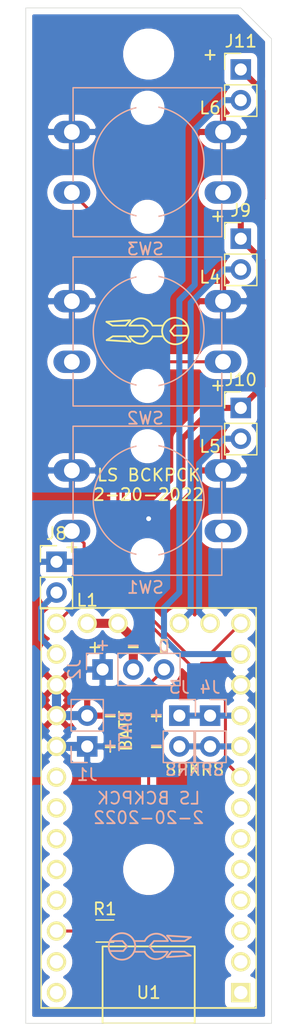
<source format=kicad_pcb>
(kicad_pcb (version 20171130) (host pcbnew "(5.1.12)-1")

  (general
    (thickness 1.6)
    (drawings 33)
    (tracks 65)
    (zones 0)
    (modules 17)
    (nets 29)
  )

  (page A4)
  (layers
    (0 F.Cu signal)
    (31 B.Cu signal)
    (32 B.Adhes user)
    (33 F.Adhes user)
    (34 B.Paste user)
    (35 F.Paste user)
    (36 B.SilkS user)
    (37 F.SilkS user)
    (38 B.Mask user)
    (39 F.Mask user)
    (40 Dwgs.User user)
    (41 Cmts.User user)
    (42 Eco1.User user)
    (43 Eco2.User user)
    (44 Edge.Cuts user)
    (45 Margin user)
    (46 B.CrtYd user)
    (47 F.CrtYd user)
    (48 B.Fab user)
    (49 F.Fab user)
  )

  (setup
    (last_trace_width 0.25)
    (user_trace_width 0.5)
    (user_trace_width 0.75)
    (trace_clearance 0.2)
    (zone_clearance 0.508)
    (zone_45_only no)
    (trace_min 0.2)
    (via_size 0.8)
    (via_drill 0.4)
    (via_min_size 0.4)
    (via_min_drill 0.3)
    (uvia_size 0.3)
    (uvia_drill 0.1)
    (uvias_allowed no)
    (uvia_min_size 0.2)
    (uvia_min_drill 0.1)
    (edge_width 0.05)
    (segment_width 0.2)
    (pcb_text_width 0.3)
    (pcb_text_size 1.5 1.5)
    (mod_edge_width 0.12)
    (mod_text_size 1 1)
    (mod_text_width 0.15)
    (pad_size 1.524 1.524)
    (pad_drill 0.762)
    (pad_to_mask_clearance 0)
    (aux_axis_origin 0 0)
    (visible_elements 7FFFFFFF)
    (pcbplotparams
      (layerselection 0x010fc_ffffffff)
      (usegerberextensions false)
      (usegerberattributes true)
      (usegerberadvancedattributes true)
      (creategerberjobfile true)
      (excludeedgelayer true)
      (linewidth 0.100000)
      (plotframeref false)
      (viasonmask false)
      (mode 1)
      (useauxorigin false)
      (hpglpennumber 1)
      (hpglpenspeed 20)
      (hpglpendiameter 15.000000)
      (psnegative false)
      (psa4output false)
      (plotreference true)
      (plotvalue true)
      (plotinvisibletext false)
      (padsonsilk false)
      (subtractmaskfromsilk false)
      (outputformat 1)
      (mirror false)
      (drillshape 1)
      (scaleselection 1)
      (outputdirectory ""))
  )

  (net 0 "")
  (net 1 GND)
  (net 2 VCC)
  (net 3 BLADE-)
  (net 4 "Net-(J2-Pad3)")
  (net 5 SPEAKER+)
  (net 6 SPEAKER-)
  (net 7 LED1)
  (net 8 LED4)
  (net 9 LED5)
  (net 10 LED6)
  (net 11 BLADE_DATA)
  (net 12 BUTTON1)
  (net 13 BUTTON2)
  (net 14 BUTTON3)
  (net 15 "Net-(U1-Pad1)")
  (net 16 "Net-(U1-Pad2)")
  (net 17 "Net-(U1-Pad3)")
  (net 18 "Net-(U1-Pad4)")
  (net 19 "Net-(U1-Pad5)")
  (net 20 "Net-(U1-Pad6)")
  (net 21 "Net-(U1-Pad7)")
  (net 22 "Net-(U1-Pad30)")
  (net 23 "Net-(U1-Pad29)")
  (net 24 "Net-(U1-Pad27)")
  (net 25 "Net-(U1-Pad26)")
  (net 26 "Net-(U1-Pad25)")
  (net 27 "Net-(U1-Pad24)")
  (net 28 "Net-(U1-Pad23)")

  (net_class Default "This is the default net class."
    (clearance 0.2)
    (trace_width 0.25)
    (via_dia 0.8)
    (via_drill 0.4)
    (uvia_dia 0.3)
    (uvia_drill 0.1)
    (add_net BLADE-)
    (add_net BLADE_DATA)
    (add_net BUTTON1)
    (add_net BUTTON2)
    (add_net BUTTON3)
    (add_net GND)
    (add_net LED1)
    (add_net LED4)
    (add_net LED5)
    (add_net LED6)
    (add_net "Net-(J2-Pad3)")
    (add_net "Net-(U1-Pad1)")
    (add_net "Net-(U1-Pad2)")
    (add_net "Net-(U1-Pad23)")
    (add_net "Net-(U1-Pad24)")
    (add_net "Net-(U1-Pad25)")
    (add_net "Net-(U1-Pad26)")
    (add_net "Net-(U1-Pad27)")
    (add_net "Net-(U1-Pad29)")
    (add_net "Net-(U1-Pad3)")
    (add_net "Net-(U1-Pad30)")
    (add_net "Net-(U1-Pad4)")
    (add_net "Net-(U1-Pad5)")
    (add_net "Net-(U1-Pad6)")
    (add_net "Net-(U1-Pad7)")
    (add_net SPEAKER+)
    (add_net SPEAKER-)
    (add_net VCC)
  )

  (module "AOR custom:AOR_LOGO" (layer F.Cu) (tedit 5C26ADAA) (tstamp 61E3DDEF)
    (at 100.33 72.39)
    (fp_text reference G*** (at 0 0) (layer F.SilkS) hide
      (effects (font (size 1.524 1.524) (thickness 0.3)))
    )
    (fp_text value AOR_LOGO (at 0.75 0) (layer F.SilkS) hide
      (effects (font (size 1.524 1.524) (thickness 0.3)))
    )
    (fp_line (start -2.965628 0.43653) (end -3.473628 0.75403) (layer F.SilkS) (width 0.15))
    (fp_line (start -3.473628 0.75403) (end -1.505128 0.88103) (layer F.SilkS) (width 0.15))
    (fp_line (start -1.886128 0.43653) (end -2.965628 0.43653) (layer F.SilkS) (width 0.15))
    (fp_line (start -1.505128 0.88103) (end -1.886128 0.43653) (layer F.SilkS) (width 0.15))
    (fp_line (start -1.524 -0.889) (end -1.905 -0.4445) (layer F.SilkS) (width 0.15))
    (fp_line (start -3.4925 -0.762) (end -1.524 -0.889) (layer F.SilkS) (width 0.15))
    (fp_line (start -2.9845 -0.4445) (end -3.4925 -0.762) (layer F.SilkS) (width 0.15))
    (fp_line (start -1.905 -0.4445) (end -2.9845 -0.4445) (layer F.SilkS) (width 0.15))
    (fp_line (start 2.0955 0.381) (end 3.2385 0.381) (layer F.SilkS) (width 0.15))
    (fp_line (start 1.778 0) (end 2.0955 0.381) (layer F.SilkS) (width 0.15))
    (fp_line (start 2.159 -0.4445) (end 3.175 -0.4445) (layer F.SilkS) (width 0.15))
    (fp_line (start 1.778 0) (end 2.159 -0.4445) (layer F.SilkS) (width 0.15))
    (fp_line (start 0.3175 0.4445) (end 1.2065 0.4445) (layer F.SilkS) (width 0.15))
    (fp_line (start 0.3175 -0.4445) (end 1.2065 -0.4445) (layer F.SilkS) (width 0.15))
    (fp_line (start -0.4445 0.4445) (end -1.5875 0.4445) (layer F.SilkS) (width 0.15))
    (fp_line (start -0.0635 0) (end -0.4445 0.4445) (layer F.SilkS) (width 0.15))
    (fp_line (start -0.4445 -0.4445) (end -0.0635 0) (layer F.SilkS) (width 0.15))
    (fp_line (start -1.5875 -0.4445) (end -0.4445 -0.4445) (layer F.SilkS) (width 0.15))
    (fp_circle (center 2.205821 0) (end 3.285321 0.1905) (layer F.SilkS) (width 0.15))
    (fp_arc (start -0.635 0) (end -1.587499 -0.444499) (angle 128.4180553) (layer F.SilkS) (width 0.15))
    (fp_arc (start -0.622642 0) (end -1.575141 0.444499) (angle -128.4180553) (layer F.SilkS) (width 0.15))
  )

  (module "AOR custom:AOR_LOGO" (layer B.Cu) (tedit 5C26ADAA) (tstamp 61E3DD76)
    (at 100.33 123.19 180)
    (fp_text reference G*** (at 0 0) (layer B.SilkS) hide
      (effects (font (size 1.524 1.524) (thickness 0.3)) (justify mirror))
    )
    (fp_text value AOR_LOGO (at 0.75 0) (layer B.SilkS) hide
      (effects (font (size 1.524 1.524) (thickness 0.3)) (justify mirror))
    )
    (fp_line (start -2.965628 -0.43653) (end -3.473628 -0.75403) (layer B.SilkS) (width 0.15))
    (fp_line (start -3.473628 -0.75403) (end -1.505128 -0.88103) (layer B.SilkS) (width 0.15))
    (fp_line (start -1.886128 -0.43653) (end -2.965628 -0.43653) (layer B.SilkS) (width 0.15))
    (fp_line (start -1.505128 -0.88103) (end -1.886128 -0.43653) (layer B.SilkS) (width 0.15))
    (fp_line (start -1.524 0.889) (end -1.905 0.4445) (layer B.SilkS) (width 0.15))
    (fp_line (start -3.4925 0.762) (end -1.524 0.889) (layer B.SilkS) (width 0.15))
    (fp_line (start -2.9845 0.4445) (end -3.4925 0.762) (layer B.SilkS) (width 0.15))
    (fp_line (start -1.905 0.4445) (end -2.9845 0.4445) (layer B.SilkS) (width 0.15))
    (fp_line (start 2.0955 -0.381) (end 3.2385 -0.381) (layer B.SilkS) (width 0.15))
    (fp_line (start 1.778 0) (end 2.0955 -0.381) (layer B.SilkS) (width 0.15))
    (fp_line (start 2.159 0.4445) (end 3.175 0.4445) (layer B.SilkS) (width 0.15))
    (fp_line (start 1.778 0) (end 2.159 0.4445) (layer B.SilkS) (width 0.15))
    (fp_line (start 0.3175 -0.4445) (end 1.2065 -0.4445) (layer B.SilkS) (width 0.15))
    (fp_line (start 0.3175 0.4445) (end 1.2065 0.4445) (layer B.SilkS) (width 0.15))
    (fp_line (start -0.4445 -0.4445) (end -1.5875 -0.4445) (layer B.SilkS) (width 0.15))
    (fp_line (start -0.0635 0) (end -0.4445 -0.4445) (layer B.SilkS) (width 0.15))
    (fp_line (start -0.4445 0.4445) (end -0.0635 0) (layer B.SilkS) (width 0.15))
    (fp_line (start -1.5875 0.4445) (end -0.4445 0.4445) (layer B.SilkS) (width 0.15))
    (fp_circle (center 2.205821 0) (end 3.285321 -0.1905) (layer B.SilkS) (width 0.15))
    (fp_arc (start -0.635 0) (end -1.587499 0.444499) (angle -128.4180553) (layer B.SilkS) (width 0.15))
    (fp_arc (start -0.622642 0) (end -1.575141 -0.444499) (angle 128.4180553) (layer B.SilkS) (width 0.15))
  )

  (module MountingHole:MountingHole_3.2mm_M3 (layer F.Cu) (tedit 56D1B4CB) (tstamp 61E3D028)
    (at 100.33 116.84)
    (descr "Mounting Hole 3.2mm, no annular, M3")
    (tags "mounting hole 3.2mm no annular m3")
    (attr virtual)
    (fp_text reference "" (at 0 -4.2) (layer F.SilkS)
      (effects (font (size 1 1) (thickness 0.15)))
    )
    (fp_text value MountingHole_3.2mm_M3 (at 0 4.2) (layer F.Fab)
      (effects (font (size 1 1) (thickness 0.15)))
    )
    (fp_circle (center 0 0) (end 3.45 0) (layer F.CrtYd) (width 0.05))
    (fp_circle (center 0 0) (end 3.2 0) (layer Cmts.User) (width 0.15))
    (fp_text user %R (at 0.3 0) (layer F.Fab)
      (effects (font (size 1 1) (thickness 0.15)))
    )
    (pad 1 np_thru_hole circle (at 0 0) (size 3.2 3.2) (drill 3.2) (layers *.Cu *.Mask))
  )

  (module MountingHole:MountingHole_3.2mm_M3 (layer F.Cu) (tedit 56D1B4CB) (tstamp 61E3CEFB)
    (at 100.33 49.53)
    (descr "Mounting Hole 3.2mm, no annular, M3")
    (tags "mounting hole 3.2mm no annular m3")
    (attr virtual)
    (fp_text reference "" (at 0 -4.2) (layer F.SilkS)
      (effects (font (size 1 1) (thickness 0.15)))
    )
    (fp_text value MountingHole_3.2mm_M3 (at 0 4.2) (layer F.Fab)
      (effects (font (size 1 1) (thickness 0.15)))
    )
    (fp_circle (center 0 0) (end 3.45 0) (layer F.CrtYd) (width 0.05))
    (fp_circle (center 0 0) (end 3.2 0) (layer Cmts.User) (width 0.15))
    (fp_text user %R (at 0.3 0) (layer F.Fab)
      (effects (font (size 1 1) (thickness 0.15)))
    )
    (pad 1 np_thru_hole circle (at 0 0) (size 3.2 3.2) (drill 3.2) (layers *.Cu *.Mask))
  )

  (module Connector_PinHeader_2.54mm:PinHeader_1x02_P2.54mm_Vertical (layer B.Cu) (tedit 59FED5CC) (tstamp 61E3B675)
    (at 95.25 106.68)
    (descr "Through hole straight pin header, 1x02, 2.54mm pitch, single row")
    (tags "Through hole pin header THT 1x02 2.54mm single row")
    (path /61DE60AC)
    (fp_text reference J1 (at 0 2.33) (layer B.SilkS)
      (effects (font (size 1 1) (thickness 0.15)) (justify mirror))
    )
    (fp_text value Conn_01x02 (at 0 -4.87) (layer B.Fab)
      (effects (font (size 1 1) (thickness 0.15)) (justify mirror))
    )
    (fp_line (start 1.8 1.8) (end -1.8 1.8) (layer B.CrtYd) (width 0.05))
    (fp_line (start 1.8 -4.35) (end 1.8 1.8) (layer B.CrtYd) (width 0.05))
    (fp_line (start -1.8 -4.35) (end 1.8 -4.35) (layer B.CrtYd) (width 0.05))
    (fp_line (start -1.8 1.8) (end -1.8 -4.35) (layer B.CrtYd) (width 0.05))
    (fp_line (start -1.33 1.33) (end 0 1.33) (layer B.SilkS) (width 0.12))
    (fp_line (start -1.33 0) (end -1.33 1.33) (layer B.SilkS) (width 0.12))
    (fp_line (start -1.33 -1.27) (end 1.33 -1.27) (layer B.SilkS) (width 0.12))
    (fp_line (start 1.33 -1.27) (end 1.33 -3.87) (layer B.SilkS) (width 0.12))
    (fp_line (start -1.33 -1.27) (end -1.33 -3.87) (layer B.SilkS) (width 0.12))
    (fp_line (start -1.33 -3.87) (end 1.33 -3.87) (layer B.SilkS) (width 0.12))
    (fp_line (start -1.27 0.635) (end -0.635 1.27) (layer B.Fab) (width 0.1))
    (fp_line (start -1.27 -3.81) (end -1.27 0.635) (layer B.Fab) (width 0.1))
    (fp_line (start 1.27 -3.81) (end -1.27 -3.81) (layer B.Fab) (width 0.1))
    (fp_line (start 1.27 1.27) (end 1.27 -3.81) (layer B.Fab) (width 0.1))
    (fp_line (start -0.635 1.27) (end 1.27 1.27) (layer B.Fab) (width 0.1))
    (fp_text user %R (at 0 -1.27 -90) (layer B.Fab)
      (effects (font (size 1 1) (thickness 0.15)) (justify mirror))
    )
    (pad 2 thru_hole oval (at 0 -2.54) (size 1.7 1.7) (drill 1) (layers *.Cu *.Mask)
      (net 1 GND))
    (pad 1 thru_hole rect (at 0 0) (size 1.7 1.7) (drill 1) (layers *.Cu *.Mask)
      (net 2 VCC))
    (model ${KISYS3DMOD}/Connector_PinHeader_2.54mm.3dshapes/PinHeader_1x02_P2.54mm_Vertical.wrl
      (at (xyz 0 0 0))
      (scale (xyz 1 1 1))
      (rotate (xyz 0 0 0))
    )
  )

  (module Connector_PinHeader_2.54mm:PinHeader_1x03_P2.54mm_Vertical (layer B.Cu) (tedit 59FED5CC) (tstamp 61E3B68C)
    (at 96.52 100.33 270)
    (descr "Through hole straight pin header, 1x03, 2.54mm pitch, single row")
    (tags "Through hole pin header THT 1x03 2.54mm single row")
    (path /61DE6D47)
    (fp_text reference J2 (at 0 2.33 270) (layer B.SilkS)
      (effects (font (size 1 1) (thickness 0.15)) (justify mirror))
    )
    (fp_text value Conn_01x03 (at 0 -7.41 270) (layer B.Fab)
      (effects (font (size 1 1) (thickness 0.15)) (justify mirror))
    )
    (fp_line (start -0.635 1.27) (end 1.27 1.27) (layer B.Fab) (width 0.1))
    (fp_line (start 1.27 1.27) (end 1.27 -6.35) (layer B.Fab) (width 0.1))
    (fp_line (start 1.27 -6.35) (end -1.27 -6.35) (layer B.Fab) (width 0.1))
    (fp_line (start -1.27 -6.35) (end -1.27 0.635) (layer B.Fab) (width 0.1))
    (fp_line (start -1.27 0.635) (end -0.635 1.27) (layer B.Fab) (width 0.1))
    (fp_line (start -1.33 -6.41) (end 1.33 -6.41) (layer B.SilkS) (width 0.12))
    (fp_line (start -1.33 -1.27) (end -1.33 -6.41) (layer B.SilkS) (width 0.12))
    (fp_line (start 1.33 -1.27) (end 1.33 -6.41) (layer B.SilkS) (width 0.12))
    (fp_line (start -1.33 -1.27) (end 1.33 -1.27) (layer B.SilkS) (width 0.12))
    (fp_line (start -1.33 0) (end -1.33 1.33) (layer B.SilkS) (width 0.12))
    (fp_line (start -1.33 1.33) (end 0 1.33) (layer B.SilkS) (width 0.12))
    (fp_line (start -1.8 1.8) (end -1.8 -6.85) (layer B.CrtYd) (width 0.05))
    (fp_line (start -1.8 -6.85) (end 1.8 -6.85) (layer B.CrtYd) (width 0.05))
    (fp_line (start 1.8 -6.85) (end 1.8 1.8) (layer B.CrtYd) (width 0.05))
    (fp_line (start 1.8 1.8) (end -1.8 1.8) (layer B.CrtYd) (width 0.05))
    (fp_text user %R (at 0 -2.54) (layer B.Fab)
      (effects (font (size 1 1) (thickness 0.15)) (justify mirror))
    )
    (pad 1 thru_hole rect (at 0 0 270) (size 1.7 1.7) (drill 1) (layers *.Cu *.Mask)
      (net 2 VCC))
    (pad 2 thru_hole oval (at 0 -2.54 270) (size 1.7 1.7) (drill 1) (layers *.Cu *.Mask)
      (net 3 BLADE-))
    (pad 3 thru_hole oval (at 0 -5.08 270) (size 1.7 1.7) (drill 1) (layers *.Cu *.Mask)
      (net 4 "Net-(J2-Pad3)"))
    (model ${KISYS3DMOD}/Connector_PinHeader_2.54mm.3dshapes/PinHeader_1x03_P2.54mm_Vertical.wrl
      (at (xyz 0 0 0))
      (scale (xyz 1 1 1))
      (rotate (xyz 0 0 0))
    )
  )

  (module Connector_PinHeader_2.54mm:PinHeader_1x02_P2.54mm_Vertical (layer B.Cu) (tedit 59FED5CC) (tstamp 61E3C613)
    (at 102.87 104.14 180)
    (descr "Through hole straight pin header, 1x02, 2.54mm pitch, single row")
    (tags "Through hole pin header THT 1x02 2.54mm single row")
    (path /61DEAD1D)
    (fp_text reference J3 (at 0 2.33) (layer B.SilkS)
      (effects (font (size 1 1) (thickness 0.15)) (justify mirror))
    )
    (fp_text value Conn_01x02 (at 0 -4.87) (layer B.Fab)
      (effects (font (size 1 1) (thickness 0.15)) (justify mirror))
    )
    (fp_line (start -0.635 1.27) (end 1.27 1.27) (layer B.Fab) (width 0.1))
    (fp_line (start 1.27 1.27) (end 1.27 -3.81) (layer B.Fab) (width 0.1))
    (fp_line (start 1.27 -3.81) (end -1.27 -3.81) (layer B.Fab) (width 0.1))
    (fp_line (start -1.27 -3.81) (end -1.27 0.635) (layer B.Fab) (width 0.1))
    (fp_line (start -1.27 0.635) (end -0.635 1.27) (layer B.Fab) (width 0.1))
    (fp_line (start -1.33 -3.87) (end 1.33 -3.87) (layer B.SilkS) (width 0.12))
    (fp_line (start -1.33 -1.27) (end -1.33 -3.87) (layer B.SilkS) (width 0.12))
    (fp_line (start 1.33 -1.27) (end 1.33 -3.87) (layer B.SilkS) (width 0.12))
    (fp_line (start -1.33 -1.27) (end 1.33 -1.27) (layer B.SilkS) (width 0.12))
    (fp_line (start -1.33 0) (end -1.33 1.33) (layer B.SilkS) (width 0.12))
    (fp_line (start -1.33 1.33) (end 0 1.33) (layer B.SilkS) (width 0.12))
    (fp_line (start -1.8 1.8) (end -1.8 -4.35) (layer B.CrtYd) (width 0.05))
    (fp_line (start -1.8 -4.35) (end 1.8 -4.35) (layer B.CrtYd) (width 0.05))
    (fp_line (start 1.8 -4.35) (end 1.8 1.8) (layer B.CrtYd) (width 0.05))
    (fp_line (start 1.8 1.8) (end -1.8 1.8) (layer B.CrtYd) (width 0.05))
    (fp_text user %R (at 0 -1.27 270) (layer B.Fab)
      (effects (font (size 1 1) (thickness 0.15)) (justify mirror))
    )
    (pad 1 thru_hole rect (at 0 0 180) (size 1.7 1.7) (drill 1) (layers *.Cu *.Mask)
      (net 5 SPEAKER+))
    (pad 2 thru_hole oval (at 0 -2.54 180) (size 1.7 1.7) (drill 1) (layers *.Cu *.Mask)
      (net 6 SPEAKER-))
    (model ${KISYS3DMOD}/Connector_PinHeader_2.54mm.3dshapes/PinHeader_1x02_P2.54mm_Vertical.wrl
      (at (xyz 0 0 0))
      (scale (xyz 1 1 1))
      (rotate (xyz 0 0 0))
    )
  )

  (module Connector_PinHeader_2.54mm:PinHeader_1x02_P2.54mm_Vertical (layer B.Cu) (tedit 59FED5CC) (tstamp 61E3B6B8)
    (at 105.41 104.14 180)
    (descr "Through hole straight pin header, 1x02, 2.54mm pitch, single row")
    (tags "Through hole pin header THT 1x02 2.54mm single row")
    (path /61DF035F)
    (fp_text reference J4 (at 0 2.33) (layer B.SilkS)
      (effects (font (size 1 1) (thickness 0.15)) (justify mirror))
    )
    (fp_text value Conn_01x02 (at 0 -4.87) (layer B.Fab)
      (effects (font (size 1 1) (thickness 0.15)) (justify mirror))
    )
    (fp_line (start 1.8 1.8) (end -1.8 1.8) (layer B.CrtYd) (width 0.05))
    (fp_line (start 1.8 -4.35) (end 1.8 1.8) (layer B.CrtYd) (width 0.05))
    (fp_line (start -1.8 -4.35) (end 1.8 -4.35) (layer B.CrtYd) (width 0.05))
    (fp_line (start -1.8 1.8) (end -1.8 -4.35) (layer B.CrtYd) (width 0.05))
    (fp_line (start -1.33 1.33) (end 0 1.33) (layer B.SilkS) (width 0.12))
    (fp_line (start -1.33 0) (end -1.33 1.33) (layer B.SilkS) (width 0.12))
    (fp_line (start -1.33 -1.27) (end 1.33 -1.27) (layer B.SilkS) (width 0.12))
    (fp_line (start 1.33 -1.27) (end 1.33 -3.87) (layer B.SilkS) (width 0.12))
    (fp_line (start -1.33 -1.27) (end -1.33 -3.87) (layer B.SilkS) (width 0.12))
    (fp_line (start -1.33 -3.87) (end 1.33 -3.87) (layer B.SilkS) (width 0.12))
    (fp_line (start -1.27 0.635) (end -0.635 1.27) (layer B.Fab) (width 0.1))
    (fp_line (start -1.27 -3.81) (end -1.27 0.635) (layer B.Fab) (width 0.1))
    (fp_line (start 1.27 -3.81) (end -1.27 -3.81) (layer B.Fab) (width 0.1))
    (fp_line (start 1.27 1.27) (end 1.27 -3.81) (layer B.Fab) (width 0.1))
    (fp_line (start -0.635 1.27) (end 1.27 1.27) (layer B.Fab) (width 0.1))
    (fp_text user %R (at 0 -1.27 270) (layer B.Fab)
      (effects (font (size 1 1) (thickness 0.15)) (justify mirror))
    )
    (pad 2 thru_hole oval (at 0 -2.54 180) (size 1.7 1.7) (drill 1) (layers *.Cu *.Mask)
      (net 6 SPEAKER-))
    (pad 1 thru_hole rect (at 0 0 180) (size 1.7 1.7) (drill 1) (layers *.Cu *.Mask)
      (net 5 SPEAKER+))
    (model ${KISYS3DMOD}/Connector_PinHeader_2.54mm.3dshapes/PinHeader_1x02_P2.54mm_Vertical.wrl
      (at (xyz 0 0 0))
      (scale (xyz 1 1 1))
      (rotate (xyz 0 0 0))
    )
  )

  (module Connector_PinHeader_2.54mm:PinHeader_1x02_P2.54mm_Vertical (layer F.Cu) (tedit 59FED5CC) (tstamp 61E3B710)
    (at 92.71 91.44)
    (descr "Through hole straight pin header, 1x02, 2.54mm pitch, single row")
    (tags "Through hole pin header THT 1x02 2.54mm single row")
    (path /61DEB569)
    (fp_text reference J8 (at 0 -2.33) (layer F.SilkS)
      (effects (font (size 1 1) (thickness 0.15)))
    )
    (fp_text value Conn_01x02 (at 0 4.87) (layer F.Fab)
      (effects (font (size 1 1) (thickness 0.15)))
    )
    (fp_line (start 1.8 -1.8) (end -1.8 -1.8) (layer F.CrtYd) (width 0.05))
    (fp_line (start 1.8 4.35) (end 1.8 -1.8) (layer F.CrtYd) (width 0.05))
    (fp_line (start -1.8 4.35) (end 1.8 4.35) (layer F.CrtYd) (width 0.05))
    (fp_line (start -1.8 -1.8) (end -1.8 4.35) (layer F.CrtYd) (width 0.05))
    (fp_line (start -1.33 -1.33) (end 0 -1.33) (layer F.SilkS) (width 0.12))
    (fp_line (start -1.33 0) (end -1.33 -1.33) (layer F.SilkS) (width 0.12))
    (fp_line (start -1.33 1.27) (end 1.33 1.27) (layer F.SilkS) (width 0.12))
    (fp_line (start 1.33 1.27) (end 1.33 3.87) (layer F.SilkS) (width 0.12))
    (fp_line (start -1.33 1.27) (end -1.33 3.87) (layer F.SilkS) (width 0.12))
    (fp_line (start -1.33 3.87) (end 1.33 3.87) (layer F.SilkS) (width 0.12))
    (fp_line (start -1.27 -0.635) (end -0.635 -1.27) (layer F.Fab) (width 0.1))
    (fp_line (start -1.27 3.81) (end -1.27 -0.635) (layer F.Fab) (width 0.1))
    (fp_line (start 1.27 3.81) (end -1.27 3.81) (layer F.Fab) (width 0.1))
    (fp_line (start 1.27 -1.27) (end 1.27 3.81) (layer F.Fab) (width 0.1))
    (fp_line (start -0.635 -1.27) (end 1.27 -1.27) (layer F.Fab) (width 0.1))
    (fp_text user %R (at 0 1.27 90) (layer F.Fab)
      (effects (font (size 1 1) (thickness 0.15)))
    )
    (pad 2 thru_hole oval (at 0 2.54) (size 1.7 1.7) (drill 1) (layers *.Cu *.Mask)
      (net 7 LED1))
    (pad 1 thru_hole rect (at 0 0) (size 1.7 1.7) (drill 1) (layers *.Cu *.Mask)
      (net 2 VCC))
    (model ${KISYS3DMOD}/Connector_PinHeader_2.54mm.3dshapes/PinHeader_1x02_P2.54mm_Vertical.wrl
      (at (xyz 0 0 0))
      (scale (xyz 1 1 1))
      (rotate (xyz 0 0 0))
    )
  )

  (module Connector_PinHeader_2.54mm:PinHeader_1x02_P2.54mm_Vertical (layer F.Cu) (tedit 59FED5CC) (tstamp 61E3B726)
    (at 107.95 64.77)
    (descr "Through hole straight pin header, 1x02, 2.54mm pitch, single row")
    (tags "Through hole pin header THT 1x02 2.54mm single row")
    (path /61DED9A1)
    (fp_text reference J9 (at 0 -2.33) (layer F.SilkS)
      (effects (font (size 1 1) (thickness 0.15)))
    )
    (fp_text value Conn_01x02 (at 0 4.87) (layer F.Fab)
      (effects (font (size 1 1) (thickness 0.15)))
    )
    (fp_line (start -0.635 -1.27) (end 1.27 -1.27) (layer F.Fab) (width 0.1))
    (fp_line (start 1.27 -1.27) (end 1.27 3.81) (layer F.Fab) (width 0.1))
    (fp_line (start 1.27 3.81) (end -1.27 3.81) (layer F.Fab) (width 0.1))
    (fp_line (start -1.27 3.81) (end -1.27 -0.635) (layer F.Fab) (width 0.1))
    (fp_line (start -1.27 -0.635) (end -0.635 -1.27) (layer F.Fab) (width 0.1))
    (fp_line (start -1.33 3.87) (end 1.33 3.87) (layer F.SilkS) (width 0.12))
    (fp_line (start -1.33 1.27) (end -1.33 3.87) (layer F.SilkS) (width 0.12))
    (fp_line (start 1.33 1.27) (end 1.33 3.87) (layer F.SilkS) (width 0.12))
    (fp_line (start -1.33 1.27) (end 1.33 1.27) (layer F.SilkS) (width 0.12))
    (fp_line (start -1.33 0) (end -1.33 -1.33) (layer F.SilkS) (width 0.12))
    (fp_line (start -1.33 -1.33) (end 0 -1.33) (layer F.SilkS) (width 0.12))
    (fp_line (start -1.8 -1.8) (end -1.8 4.35) (layer F.CrtYd) (width 0.05))
    (fp_line (start -1.8 4.35) (end 1.8 4.35) (layer F.CrtYd) (width 0.05))
    (fp_line (start 1.8 4.35) (end 1.8 -1.8) (layer F.CrtYd) (width 0.05))
    (fp_line (start 1.8 -1.8) (end -1.8 -1.8) (layer F.CrtYd) (width 0.05))
    (fp_text user %R (at 0 1.27 90) (layer F.Fab)
      (effects (font (size 1 1) (thickness 0.15)))
    )
    (pad 1 thru_hole rect (at 0 0) (size 1.7 1.7) (drill 1) (layers *.Cu *.Mask)
      (net 2 VCC))
    (pad 2 thru_hole oval (at 0 2.54) (size 1.7 1.7) (drill 1) (layers *.Cu *.Mask)
      (net 8 LED4))
    (model ${KISYS3DMOD}/Connector_PinHeader_2.54mm.3dshapes/PinHeader_1x02_P2.54mm_Vertical.wrl
      (at (xyz 0 0 0))
      (scale (xyz 1 1 1))
      (rotate (xyz 0 0 0))
    )
  )

  (module Connector_PinHeader_2.54mm:PinHeader_1x02_P2.54mm_Vertical (layer F.Cu) (tedit 59FED5CC) (tstamp 61E3B73C)
    (at 107.95 78.74)
    (descr "Through hole straight pin header, 1x02, 2.54mm pitch, single row")
    (tags "Through hole pin header THT 1x02 2.54mm single row")
    (path /61DEE0AF)
    (fp_text reference J10 (at 0 -2.33) (layer F.SilkS)
      (effects (font (size 1 1) (thickness 0.15)))
    )
    (fp_text value Conn_01x02 (at 0 4.87) (layer F.Fab)
      (effects (font (size 1 1) (thickness 0.15)))
    )
    (fp_line (start 1.8 -1.8) (end -1.8 -1.8) (layer F.CrtYd) (width 0.05))
    (fp_line (start 1.8 4.35) (end 1.8 -1.8) (layer F.CrtYd) (width 0.05))
    (fp_line (start -1.8 4.35) (end 1.8 4.35) (layer F.CrtYd) (width 0.05))
    (fp_line (start -1.8 -1.8) (end -1.8 4.35) (layer F.CrtYd) (width 0.05))
    (fp_line (start -1.33 -1.33) (end 0 -1.33) (layer F.SilkS) (width 0.12))
    (fp_line (start -1.33 0) (end -1.33 -1.33) (layer F.SilkS) (width 0.12))
    (fp_line (start -1.33 1.27) (end 1.33 1.27) (layer F.SilkS) (width 0.12))
    (fp_line (start 1.33 1.27) (end 1.33 3.87) (layer F.SilkS) (width 0.12))
    (fp_line (start -1.33 1.27) (end -1.33 3.87) (layer F.SilkS) (width 0.12))
    (fp_line (start -1.33 3.87) (end 1.33 3.87) (layer F.SilkS) (width 0.12))
    (fp_line (start -1.27 -0.635) (end -0.635 -1.27) (layer F.Fab) (width 0.1))
    (fp_line (start -1.27 3.81) (end -1.27 -0.635) (layer F.Fab) (width 0.1))
    (fp_line (start 1.27 3.81) (end -1.27 3.81) (layer F.Fab) (width 0.1))
    (fp_line (start 1.27 -1.27) (end 1.27 3.81) (layer F.Fab) (width 0.1))
    (fp_line (start -0.635 -1.27) (end 1.27 -1.27) (layer F.Fab) (width 0.1))
    (fp_text user %R (at 0 1.27 90) (layer F.Fab)
      (effects (font (size 1 1) (thickness 0.15)))
    )
    (pad 2 thru_hole oval (at 0 2.54) (size 1.7 1.7) (drill 1) (layers *.Cu *.Mask)
      (net 9 LED5))
    (pad 1 thru_hole rect (at 0 0) (size 1.7 1.7) (drill 1) (layers *.Cu *.Mask)
      (net 2 VCC))
    (model ${KISYS3DMOD}/Connector_PinHeader_2.54mm.3dshapes/PinHeader_1x02_P2.54mm_Vertical.wrl
      (at (xyz 0 0 0))
      (scale (xyz 1 1 1))
      (rotate (xyz 0 0 0))
    )
  )

  (module Connector_PinHeader_2.54mm:PinHeader_1x02_P2.54mm_Vertical (layer F.Cu) (tedit 59FED5CC) (tstamp 61E3B752)
    (at 107.95 50.8)
    (descr "Through hole straight pin header, 1x02, 2.54mm pitch, single row")
    (tags "Through hole pin header THT 1x02 2.54mm single row")
    (path /61DEEE28)
    (fp_text reference J11 (at 0 -2.33) (layer F.SilkS)
      (effects (font (size 1 1) (thickness 0.15)))
    )
    (fp_text value Conn_01x02 (at 0 4.87) (layer F.Fab)
      (effects (font (size 1 1) (thickness 0.15)))
    )
    (fp_line (start -0.635 -1.27) (end 1.27 -1.27) (layer F.Fab) (width 0.1))
    (fp_line (start 1.27 -1.27) (end 1.27 3.81) (layer F.Fab) (width 0.1))
    (fp_line (start 1.27 3.81) (end -1.27 3.81) (layer F.Fab) (width 0.1))
    (fp_line (start -1.27 3.81) (end -1.27 -0.635) (layer F.Fab) (width 0.1))
    (fp_line (start -1.27 -0.635) (end -0.635 -1.27) (layer F.Fab) (width 0.1))
    (fp_line (start -1.33 3.87) (end 1.33 3.87) (layer F.SilkS) (width 0.12))
    (fp_line (start -1.33 1.27) (end -1.33 3.87) (layer F.SilkS) (width 0.12))
    (fp_line (start 1.33 1.27) (end 1.33 3.87) (layer F.SilkS) (width 0.12))
    (fp_line (start -1.33 1.27) (end 1.33 1.27) (layer F.SilkS) (width 0.12))
    (fp_line (start -1.33 0) (end -1.33 -1.33) (layer F.SilkS) (width 0.12))
    (fp_line (start -1.33 -1.33) (end 0 -1.33) (layer F.SilkS) (width 0.12))
    (fp_line (start -1.8 -1.8) (end -1.8 4.35) (layer F.CrtYd) (width 0.05))
    (fp_line (start -1.8 4.35) (end 1.8 4.35) (layer F.CrtYd) (width 0.05))
    (fp_line (start 1.8 4.35) (end 1.8 -1.8) (layer F.CrtYd) (width 0.05))
    (fp_line (start 1.8 -1.8) (end -1.8 -1.8) (layer F.CrtYd) (width 0.05))
    (fp_text user %R (at 0 1.27 90) (layer F.Fab)
      (effects (font (size 1 1) (thickness 0.15)))
    )
    (pad 1 thru_hole rect (at 0 0) (size 1.7 1.7) (drill 1) (layers *.Cu *.Mask)
      (net 2 VCC))
    (pad 2 thru_hole oval (at 0 2.54) (size 1.7 1.7) (drill 1) (layers *.Cu *.Mask)
      (net 10 LED6))
    (model ${KISYS3DMOD}/Connector_PinHeader_2.54mm.3dshapes/PinHeader_1x02_P2.54mm_Vertical.wrl
      (at (xyz 0 0 0))
      (scale (xyz 1 1 1))
      (rotate (xyz 0 0 0))
    )
  )

  (module Resistor_SMD:R_1206_3216Metric (layer F.Cu) (tedit 5F68FEEE) (tstamp 61E3C081)
    (at 96.7125 121.92)
    (descr "Resistor SMD 1206 (3216 Metric), square (rectangular) end terminal, IPC_7351 nominal, (Body size source: IPC-SM-782 page 72, https://www.pcb-3d.com/wordpress/wp-content/uploads/ipc-sm-782a_amendment_1_and_2.pdf), generated with kicad-footprint-generator")
    (tags resistor)
    (path /61DE81B7)
    (attr smd)
    (fp_text reference R1 (at 0 -1.82) (layer F.SilkS)
      (effects (font (size 1 1) (thickness 0.15)))
    )
    (fp_text value 330 (at 0 1.82) (layer F.Fab)
      (effects (font (size 1 1) (thickness 0.15)))
    )
    (fp_line (start 2.28 1.12) (end -2.28 1.12) (layer F.CrtYd) (width 0.05))
    (fp_line (start 2.28 -1.12) (end 2.28 1.12) (layer F.CrtYd) (width 0.05))
    (fp_line (start -2.28 -1.12) (end 2.28 -1.12) (layer F.CrtYd) (width 0.05))
    (fp_line (start -2.28 1.12) (end -2.28 -1.12) (layer F.CrtYd) (width 0.05))
    (fp_line (start -0.727064 0.91) (end 0.727064 0.91) (layer F.SilkS) (width 0.12))
    (fp_line (start -0.727064 -0.91) (end 0.727064 -0.91) (layer F.SilkS) (width 0.12))
    (fp_line (start 1.6 0.8) (end -1.6 0.8) (layer F.Fab) (width 0.1))
    (fp_line (start 1.6 -0.8) (end 1.6 0.8) (layer F.Fab) (width 0.1))
    (fp_line (start -1.6 -0.8) (end 1.6 -0.8) (layer F.Fab) (width 0.1))
    (fp_line (start -1.6 0.8) (end -1.6 -0.8) (layer F.Fab) (width 0.1))
    (fp_text user %R (at 0 0) (layer F.Fab)
      (effects (font (size 0.8 0.8) (thickness 0.12)))
    )
    (pad 2 smd roundrect (at 1.4625 0) (size 1.125 1.75) (layers F.Cu F.Paste F.Mask) (roundrect_rratio 0.222222)
      (net 4 "Net-(J2-Pad3)"))
    (pad 1 smd roundrect (at -1.4625 0) (size 1.125 1.75) (layers F.Cu F.Paste F.Mask) (roundrect_rratio 0.222222)
      (net 11 BLADE_DATA))
    (model ${KISYS3DMOD}/Resistor_SMD.3dshapes/R_1206_3216Metric.wrl
      (at (xyz 0 0 0))
      (scale (xyz 1 1 1))
      (rotate (xyz 0 0 0))
    )
  )

  (module "AOR custom:SW_PUSH-12mm_holes" (layer B.Cu) (tedit 61E35021) (tstamp 61E3B7F6)
    (at 93.98 88.9)
    (descr "SW PUSH 12mm https://www.e-switch.com/system/asset/product_line/data_sheet/143/TL1100.pdf")
    (tags "tact sw push 12mm")
    (path /61DE9256)
    (fp_text reference SW1 (at 6.08 4.66) (layer B.SilkS)
      (effects (font (size 1 1) (thickness 0.15)) (justify mirror))
    )
    (fp_text value SW_Push (at 6.62 -9.93) (layer B.Fab)
      (effects (font (size 1 1) (thickness 0.15)) (justify mirror))
    )
    (fp_line (start 12.4 3.65) (end 12.4 0.93) (layer B.SilkS) (width 0.12))
    (fp_line (start 12.4 -5.93) (end 12.4 -8.65) (layer B.SilkS) (width 0.12))
    (fp_line (start 0.1 -4.07) (end 0.1 -0.93) (layer B.SilkS) (width 0.12))
    (fp_line (start 0.1 -8.65) (end 0.1 -5.93) (layer B.SilkS) (width 0.12))
    (fp_line (start 0.25 3.5) (end 0.25 -8.5) (layer B.Fab) (width 0.1))
    (fp_circle (center 6.35 -2.54) (end 10.16 -5.08) (layer B.SilkS) (width 0.12))
    (fp_line (start 14.25 -8.75) (end -1.77 -8.75) (layer B.CrtYd) (width 0.05))
    (fp_line (start 14.25 -8.75) (end 14.25 3.75) (layer B.CrtYd) (width 0.05))
    (fp_line (start -1.77 3.75) (end -1.77 -8.75) (layer B.CrtYd) (width 0.05))
    (fp_line (start -1.77 3.75) (end 14.25 3.75) (layer B.CrtYd) (width 0.05))
    (fp_line (start 0.1 0.93) (end 0.1 3.65) (layer B.SilkS) (width 0.12))
    (fp_line (start 12.4 -8.65) (end 0.1 -8.65) (layer B.SilkS) (width 0.12))
    (fp_line (start 12.4 -0.93) (end 12.4 -4.07) (layer B.SilkS) (width 0.12))
    (fp_line (start 0.1 3.65) (end 12.4 3.65) (layer B.SilkS) (width 0.12))
    (fp_line (start 12.25 3.5) (end 12.25 -8.5) (layer B.Fab) (width 0.1))
    (fp_line (start 0.25 3.5) (end 12.25 3.5) (layer B.Fab) (width 0.1))
    (fp_line (start 0.25 -8.5) (end 12.25 -8.5) (layer B.Fab) (width 0.1))
    (fp_text user %R (at 6.35 -2.54) (layer B.Fab)
      (effects (font (size 1 1) (thickness 0.15)) (justify mirror))
    )
    (pad 1 thru_hole oval (at 12.5 0) (size 3.048 1.85) (drill 1.3) (layers *.Cu *.Mask)
      (net 12 BUTTON1))
    (pad 2 thru_hole oval (at 12.5 -5) (size 3.048 1.85) (drill 1.3) (layers *.Cu *.Mask)
      (net 1 GND))
    (pad 1 thru_hole oval (at 0 0) (size 3.048 1.85) (drill 1.3) (layers *.Cu *.Mask)
      (net 12 BUTTON1))
    (pad 2 thru_hole oval (at 0 -5) (size 3.048 1.85) (drill 1.3) (layers *.Cu *.Mask)
      (net 1 GND))
    (pad "" np_thru_hole circle (at 6.25 2) (size 1.8 1.8) (drill 1.8) (layers *.Cu *.Mask))
    (pad "" np_thru_hole circle (at 6.25 -7) (size 1.8 1.8) (drill 1.8) (layers *.Cu *.Mask))
    (model ${KISYS3DMOD}/Button_Switch_THT.3dshapes/SW_PUSH-12mm.wrl
      (at (xyz 0 0 0))
      (scale (xyz 1 1 1))
      (rotate (xyz 0 0 0))
    )
  )

  (module "AOR custom:SW_PUSH-12mm_holes" (layer B.Cu) (tedit 61E35021) (tstamp 61E3B812)
    (at 93.98 74.93)
    (descr "SW PUSH 12mm https://www.e-switch.com/system/asset/product_line/data_sheet/143/TL1100.pdf")
    (tags "tact sw push 12mm")
    (path /61DE9D52)
    (fp_text reference SW2 (at 6.08 4.66) (layer B.SilkS)
      (effects (font (size 1 1) (thickness 0.15)) (justify mirror))
    )
    (fp_text value SW_Push (at 6.62 -9.93) (layer B.Fab)
      (effects (font (size 1 1) (thickness 0.15)) (justify mirror))
    )
    (fp_line (start 0.25 -8.5) (end 12.25 -8.5) (layer B.Fab) (width 0.1))
    (fp_line (start 0.25 3.5) (end 12.25 3.5) (layer B.Fab) (width 0.1))
    (fp_line (start 12.25 3.5) (end 12.25 -8.5) (layer B.Fab) (width 0.1))
    (fp_line (start 0.1 3.65) (end 12.4 3.65) (layer B.SilkS) (width 0.12))
    (fp_line (start 12.4 -0.93) (end 12.4 -4.07) (layer B.SilkS) (width 0.12))
    (fp_line (start 12.4 -8.65) (end 0.1 -8.65) (layer B.SilkS) (width 0.12))
    (fp_line (start 0.1 0.93) (end 0.1 3.65) (layer B.SilkS) (width 0.12))
    (fp_line (start -1.77 3.75) (end 14.25 3.75) (layer B.CrtYd) (width 0.05))
    (fp_line (start -1.77 3.75) (end -1.77 -8.75) (layer B.CrtYd) (width 0.05))
    (fp_line (start 14.25 -8.75) (end 14.25 3.75) (layer B.CrtYd) (width 0.05))
    (fp_line (start 14.25 -8.75) (end -1.77 -8.75) (layer B.CrtYd) (width 0.05))
    (fp_circle (center 6.35 -2.54) (end 10.16 -5.08) (layer B.SilkS) (width 0.12))
    (fp_line (start 0.25 3.5) (end 0.25 -8.5) (layer B.Fab) (width 0.1))
    (fp_line (start 0.1 -8.65) (end 0.1 -5.93) (layer B.SilkS) (width 0.12))
    (fp_line (start 0.1 -4.07) (end 0.1 -0.93) (layer B.SilkS) (width 0.12))
    (fp_line (start 12.4 -5.93) (end 12.4 -8.65) (layer B.SilkS) (width 0.12))
    (fp_line (start 12.4 3.65) (end 12.4 0.93) (layer B.SilkS) (width 0.12))
    (fp_text user %R (at 6.35 -2.54) (layer B.Fab)
      (effects (font (size 1 1) (thickness 0.15)) (justify mirror))
    )
    (pad "" np_thru_hole circle (at 6.25 -7) (size 1.8 1.8) (drill 1.8) (layers *.Cu *.Mask))
    (pad "" np_thru_hole circle (at 6.25 2) (size 1.8 1.8) (drill 1.8) (layers *.Cu *.Mask))
    (pad 2 thru_hole oval (at 0 -5) (size 3.048 1.85) (drill 1.3) (layers *.Cu *.Mask)
      (net 1 GND))
    (pad 1 thru_hole oval (at 0 0) (size 3.048 1.85) (drill 1.3) (layers *.Cu *.Mask)
      (net 13 BUTTON2))
    (pad 2 thru_hole oval (at 12.5 -5) (size 3.048 1.85) (drill 1.3) (layers *.Cu *.Mask)
      (net 1 GND))
    (pad 1 thru_hole oval (at 12.5 0) (size 3.048 1.85) (drill 1.3) (layers *.Cu *.Mask)
      (net 13 BUTTON2))
    (model ${KISYS3DMOD}/Button_Switch_THT.3dshapes/SW_PUSH-12mm.wrl
      (at (xyz 0 0 0))
      (scale (xyz 1 1 1))
      (rotate (xyz 0 0 0))
    )
  )

  (module "AOR custom:SW_PUSH-12mm_holes" (layer B.Cu) (tedit 61E35021) (tstamp 61E3B82E)
    (at 93.98 60.96)
    (descr "SW PUSH 12mm https://www.e-switch.com/system/asset/product_line/data_sheet/143/TL1100.pdf")
    (tags "tact sw push 12mm")
    (path /61DEA1EE)
    (fp_text reference SW3 (at 6.08 4.66) (layer B.SilkS)
      (effects (font (size 1 1) (thickness 0.15)) (justify mirror))
    )
    (fp_text value SW_Push (at 6.62 -9.93) (layer B.Fab)
      (effects (font (size 1 1) (thickness 0.15)) (justify mirror))
    )
    (fp_line (start 12.4 3.65) (end 12.4 0.93) (layer B.SilkS) (width 0.12))
    (fp_line (start 12.4 -5.93) (end 12.4 -8.65) (layer B.SilkS) (width 0.12))
    (fp_line (start 0.1 -4.07) (end 0.1 -0.93) (layer B.SilkS) (width 0.12))
    (fp_line (start 0.1 -8.65) (end 0.1 -5.93) (layer B.SilkS) (width 0.12))
    (fp_line (start 0.25 3.5) (end 0.25 -8.5) (layer B.Fab) (width 0.1))
    (fp_circle (center 6.35 -2.54) (end 10.16 -5.08) (layer B.SilkS) (width 0.12))
    (fp_line (start 14.25 -8.75) (end -1.77 -8.75) (layer B.CrtYd) (width 0.05))
    (fp_line (start 14.25 -8.75) (end 14.25 3.75) (layer B.CrtYd) (width 0.05))
    (fp_line (start -1.77 3.75) (end -1.77 -8.75) (layer B.CrtYd) (width 0.05))
    (fp_line (start -1.77 3.75) (end 14.25 3.75) (layer B.CrtYd) (width 0.05))
    (fp_line (start 0.1 0.93) (end 0.1 3.65) (layer B.SilkS) (width 0.12))
    (fp_line (start 12.4 -8.65) (end 0.1 -8.65) (layer B.SilkS) (width 0.12))
    (fp_line (start 12.4 -0.93) (end 12.4 -4.07) (layer B.SilkS) (width 0.12))
    (fp_line (start 0.1 3.65) (end 12.4 3.65) (layer B.SilkS) (width 0.12))
    (fp_line (start 12.25 3.5) (end 12.25 -8.5) (layer B.Fab) (width 0.1))
    (fp_line (start 0.25 3.5) (end 12.25 3.5) (layer B.Fab) (width 0.1))
    (fp_line (start 0.25 -8.5) (end 12.25 -8.5) (layer B.Fab) (width 0.1))
    (fp_text user %R (at 6.35 -2.54) (layer B.Fab)
      (effects (font (size 1 1) (thickness 0.15)) (justify mirror))
    )
    (pad 1 thru_hole oval (at 12.5 0) (size 3.048 1.85) (drill 1.3) (layers *.Cu *.Mask)
      (net 14 BUTTON3))
    (pad 2 thru_hole oval (at 12.5 -5) (size 3.048 1.85) (drill 1.3) (layers *.Cu *.Mask)
      (net 1 GND))
    (pad 1 thru_hole oval (at 0 0) (size 3.048 1.85) (drill 1.3) (layers *.Cu *.Mask)
      (net 14 BUTTON3))
    (pad 2 thru_hole oval (at 0 -5) (size 3.048 1.85) (drill 1.3) (layers *.Cu *.Mask)
      (net 1 GND))
    (pad "" np_thru_hole circle (at 6.25 2) (size 1.8 1.8) (drill 1.8) (layers *.Cu *.Mask))
    (pad "" np_thru_hole circle (at 6.25 -7) (size 1.8 1.8) (drill 1.8) (layers *.Cu *.Mask))
    (model ${KISYS3DMOD}/Button_Switch_THT.3dshapes/SW_PUSH-12mm.wrl
      (at (xyz 0 0 0))
      (scale (xyz 1 1 1))
      (rotate (xyz 0 0 0))
    )
  )

  (module "AOR custom:Proffie_V2" (layer F.Cu) (tedit 61DE423B) (tstamp 61E3C433)
    (at 100.33 109.22)
    (path /61DE5156)
    (fp_text reference U1 (at 0 17.78 180) (layer F.SilkS)
      (effects (font (size 1 1) (thickness 0.15)))
    )
    (fp_text value ProffieV2 (at 10.16 1.27 90) (layer F.Fab)
      (effects (font (size 1 1) (thickness 0.15)))
    )
    (fp_line (start 3.81 19.05) (end 3.81 20.32) (layer F.SilkS) (width 0.15))
    (fp_line (start 3.81 20.32) (end -3.81 20.32) (layer F.SilkS) (width 0.15))
    (fp_line (start -3.81 20.32) (end -3.81 19.05) (layer F.SilkS) (width 0.15))
    (fp_line (start 3.81 13.97) (end -3.81 13.97) (layer F.SilkS) (width 0.15))
    (fp_line (start -3.81 13.97) (end -3.81 19.05) (layer F.SilkS) (width 0.15))
    (fp_line (start 3.81 13.97) (end 3.81 19.05) (layer F.SilkS) (width 0.15))
    (fp_line (start 8.89 19.05) (end -8.89 19.05) (layer F.SilkS) (width 0.15))
    (fp_line (start -8.89 -13.97) (end 8.89 -13.97) (layer F.SilkS) (width 0.15))
    (fp_line (start 8.89 -13.97) (end 8.89 19.05) (layer F.SilkS) (width 0.12))
    (fp_line (start -8.89 -13.97) (end -8.89 19.05) (layer F.SilkS) (width 0.12))
    (pad 1 thru_hole rect (at 7.62 17.78 90) (size 1.6 1.6) (drill 1.1) (layers *.Cu *.Mask F.SilkS)
      (net 15 "Net-(U1-Pad1)"))
    (pad 2 thru_hole circle (at 7.62 15.24 90) (size 1.6 1.6) (drill 1.1) (layers *.Cu *.Mask F.SilkS)
      (net 16 "Net-(U1-Pad2)"))
    (pad 3 thru_hole circle (at 7.62 12.7 90) (size 1.6 1.6) (drill 1.1) (layers *.Cu *.Mask F.SilkS)
      (net 17 "Net-(U1-Pad3)"))
    (pad 4 thru_hole circle (at 7.62 10.16 90) (size 1.6 1.6) (drill 1.1) (layers *.Cu *.Mask F.SilkS)
      (net 18 "Net-(U1-Pad4)"))
    (pad 5 thru_hole circle (at 7.62 7.62 90) (size 1.6 1.6) (drill 1.1) (layers *.Cu *.Mask F.SilkS)
      (net 19 "Net-(U1-Pad5)"))
    (pad 6 thru_hole circle (at 7.62 5.08 90) (size 1.6 1.6) (drill 1.1) (layers *.Cu *.Mask F.SilkS)
      (net 20 "Net-(U1-Pad6)"))
    (pad 7 thru_hole circle (at 7.62 2.54 90) (size 1.6 1.6) (drill 1.1) (layers *.Cu *.Mask F.SilkS)
      (net 21 "Net-(U1-Pad7)"))
    (pad 8 thru_hole circle (at 7.62 0 90) (size 1.6 1.6) (drill 1.1) (layers *.Cu *.Mask F.SilkS)
      (net 14 BUTTON3))
    (pad 9 thru_hole circle (at 7.62 -2.54 90) (size 1.6 1.6) (drill 1.1) (layers *.Cu *.Mask F.SilkS)
      (net 6 SPEAKER-))
    (pad 10 thru_hole circle (at 7.62 -5.08 90) (size 1.6 1.6) (drill 1.1) (layers *.Cu *.Mask F.SilkS)
      (net 5 SPEAKER+))
    (pad 11 thru_hole circle (at 7.62 -7.62 90) (size 1.6 1.6) (drill 1.1) (layers *.Cu *.Mask F.SilkS)
      (net 1 GND))
    (pad 12 thru_hole circle (at 7.62 -10.16 90) (size 1.6 1.6) (drill 1.1) (layers *.Cu *.Mask F.SilkS)
      (net 10 LED6))
    (pad 13 thru_hole circle (at 7.62 -12.7 90) (size 1.6 1.6) (drill 1.1) (layers *.Cu *.Mask F.SilkS)
      (net 13 BUTTON2))
    (pad 30 thru_hole circle (at -7.62 17.78 90) (size 1.6 1.6) (drill 1.1) (layers *.Cu *.Mask F.SilkS)
      (net 22 "Net-(U1-Pad30)"))
    (pad 29 thru_hole circle (at -7.62 15.24 90) (size 1.6 1.6) (drill 1.1) (layers *.Cu *.Mask F.SilkS)
      (net 23 "Net-(U1-Pad29)"))
    (pad 28 thru_hole circle (at -7.62 12.7 90) (size 1.6 1.6) (drill 1.1) (layers *.Cu *.Mask F.SilkS)
      (net 11 BLADE_DATA))
    (pad 27 thru_hole circle (at -7.62 10.16 90) (size 1.6 1.6) (drill 1.1) (layers *.Cu *.Mask F.SilkS)
      (net 24 "Net-(U1-Pad27)"))
    (pad 26 thru_hole circle (at -7.62 7.62 90) (size 1.6 1.6) (drill 1.1) (layers *.Cu *.Mask F.SilkS)
      (net 25 "Net-(U1-Pad26)"))
    (pad 25 thru_hole circle (at -7.62 5.08 90) (size 1.6 1.6) (drill 1.1) (layers *.Cu *.Mask F.SilkS)
      (net 26 "Net-(U1-Pad25)"))
    (pad 24 thru_hole circle (at -7.62 2.54 90) (size 1.6 1.6) (drill 1.1) (layers *.Cu *.Mask F.SilkS)
      (net 27 "Net-(U1-Pad24)"))
    (pad 23 thru_hole circle (at -7.62 0 90) (size 1.6 1.6) (drill 1.1) (layers *.Cu *.Mask F.SilkS)
      (net 28 "Net-(U1-Pad23)"))
    (pad 22 thru_hole circle (at -7.62 -2.54 90) (size 1.6 1.6) (drill 1.1) (layers *.Cu *.Mask F.SilkS)
      (net 2 VCC))
    (pad 21 thru_hole circle (at -7.62 -5.08 90) (size 1.6 1.6) (drill 1.1) (layers *.Cu *.Mask F.SilkS)
      (net 1 GND))
    (pad 14 thru_hole circle (at 5.08 -12.7 90) (size 1.6 1.6) (drill 1.1) (layers *.Cu *.Mask F.SilkS)
      (net 9 LED5))
    (pad 15 thru_hole circle (at 2.54 -12.7 90) (size 1.6 1.6) (drill 1.1) (layers *.Cu *.Mask F.SilkS)
      (net 8 LED4))
    (pad 16 thru_hole circle (at -2.54 -12.7 90) (size 1.6 1.6) (drill 1.1) (layers *.Cu *.Mask F.SilkS)
      (net 3 BLADE-))
    (pad 20 thru_hole circle (at -7.62 -7.62 90) (size 1.6 1.6) (drill 1.1) (layers *.Cu *.Mask F.SilkS)
      (net 1 GND))
    (pad 19 thru_hole circle (at -7.62 -10.16 90) (size 1.6 1.6) (drill 1.1) (layers *.Cu *.Mask F.SilkS)
      (net 7 LED1))
    (pad 18 thru_hole circle (at -7.62 -12.7 90) (size 1.6 1.6) (drill 1.1) (layers *.Cu *.Mask F.SilkS)
      (net 12 BUTTON1))
    (pad 17 thru_hole circle (at -5.08 -12.7 90) (size 1.6 1.6) (drill 1.1) (layers *.Cu *.Mask F.SilkS)
      (net 3 BLADE-))
  )

  (gr_text + (at 105.41 49.53) (layer F.SilkS) (tstamp 61E3D736)
    (effects (font (size 1 1) (thickness 0.15)))
  )
  (gr_text "LS BCKPCK\n2-20-2022" (at 100.33 111.76) (layer B.SilkS) (tstamp 61E3DC94)
    (effects (font (size 1 1) (thickness 0.15)) (justify mirror))
  )
  (gr_text "LS BCKPCK\n2-20-2022" (at 100.33 85.09) (layer F.SilkS)
    (effects (font (size 1 1) (thickness 0.15)))
  )
  (gr_text BATT (at 98.425 105.41 90) (layer F.SilkS)
    (effects (font (size 1 1) (thickness 0.15)))
  )
  (gr_text BATT (at 98.425 105.41 90) (layer B.SilkS)
    (effects (font (size 1 1) (thickness 0.15)) (justify mirror))
  )
  (gr_text - (at 97.155 104.14 180) (layer B.SilkS)
    (effects (font (size 1 1) (thickness 0.15)) (justify mirror))
  )
  (gr_text - (at 97.155 104.14) (layer F.SilkS)
    (effects (font (size 1 1) (thickness 0.15)))
  )
  (gr_text + (at 97.155 106.68 180) (layer B.SilkS)
    (effects (font (size 1 1) (thickness 0.15)) (justify mirror))
  )
  (gr_text + (at 97.155 106.68) (layer F.SilkS)
    (effects (font (size 1 1) (thickness 0.15)))
  )
  (gr_text SPKRS (at 104.14 108.585) (layer B.SilkS)
    (effects (font (size 1 1) (thickness 0.15)) (justify mirror))
  )
  (gr_text SPKRS (at 104.14 108.585) (layer F.SilkS)
    (effects (font (size 1 1) (thickness 0.15)))
  )
  (gr_text + (at 100.965 104.14 180) (layer B.SilkS)
    (effects (font (size 1 1) (thickness 0.15)) (justify mirror))
  )
  (gr_text - (at 100.965 106.68 180) (layer B.SilkS)
    (effects (font (size 1 1) (thickness 0.15)) (justify mirror))
  )
  (gr_text - (at 100.965 106.68) (layer F.SilkS)
    (effects (font (size 1 1) (thickness 0.15)))
  )
  (gr_text + (at 100.965 104.14) (layer F.SilkS)
    (effects (font (size 1 1) (thickness 0.15)))
  )
  (gr_text D (at 101.6 98.425) (layer B.SilkS)
    (effects (font (size 1 1) (thickness 0.15)) (justify mirror))
  )
  (gr_text D (at 101.6 98.425) (layer F.SilkS)
    (effects (font (size 1 1) (thickness 0.15)))
  )
  (gr_text - (at 99.06 98.425 180) (layer B.SilkS)
    (effects (font (size 1 1) (thickness 0.15)) (justify mirror))
  )
  (gr_text - (at 99.06 98.425) (layer F.SilkS)
    (effects (font (size 1 1) (thickness 0.15)))
  )
  (gr_text + (at 95.885 98.425) (layer F.SilkS) (tstamp 61E3D736)
    (effects (font (size 1 1) (thickness 0.15)))
  )
  (gr_text + (at 96.52 98.425 180) (layer B.SilkS) (tstamp 61E3D736)
    (effects (font (size 1 1) (thickness 0.15)) (justify mirror))
  )
  (gr_text + (at 93.98 90.17) (layer F.SilkS) (tstamp 61E3D736)
    (effects (font (size 1 1) (thickness 0.15)))
  )
  (gr_text + (at 106.045 62.865) (layer F.SilkS) (tstamp 61E3D736)
    (effects (font (size 1 1) (thickness 0.15)))
  )
  (gr_text + (at 106.045 76.835) (layer F.SilkS) (tstamp 61E3D736)
    (effects (font (size 1 1) (thickness 0.15)))
  )
  (gr_text L6 (at 105.41 53.975) (layer F.SilkS)
    (effects (font (size 1 1) (thickness 0.15)))
  )
  (gr_text L4 (at 105.41 67.945) (layer F.SilkS)
    (effects (font (size 1 1) (thickness 0.15)))
  )
  (gr_text L5 (at 105.41 81.915) (layer F.SilkS)
    (effects (font (size 1 1) (thickness 0.15)))
  )
  (gr_text L1 (at 95.25 94.615) (layer F.SilkS)
    (effects (font (size 1 1) (thickness 0.15)))
  )
  (gr_line (start 90.17 129.54) (end 90.17 45.72) (layer Edge.Cuts) (width 0.05) (tstamp 61E3D51A))
  (gr_line (start 110.49 129.54) (end 90.17 129.54) (layer Edge.Cuts) (width 0.05))
  (gr_line (start 110.49 48.26) (end 110.49 129.54) (layer Edge.Cuts) (width 0.05))
  (gr_line (start 107.95 45.72) (end 110.49 48.26) (layer Edge.Cuts) (width 0.05))
  (gr_line (start 90.17 45.72) (end 107.95 45.72) (layer Edge.Cuts) (width 0.05))

  (segment (start 95.25 104.14) (end 92.71 104.14) (width 0.75) (layer B.Cu) (net 1))
  (segment (start 92.71 104.14) (end 92.71 101.6) (width 0.75) (layer B.Cu) (net 1))
  (segment (start 92.71 106.68) (end 95.25 106.68) (width 0.75) (layer B.Cu) (net 2))
  (segment (start 92.71 91.44) (end 96.774 91.44) (width 0.5) (layer B.Cu) (net 2))
  (via (at 100.33 87.884) (size 0.8) (drill 0.4) (layers F.Cu B.Cu) (net 2))
  (segment (start 96.774 91.44) (end 100.33 87.884) (width 0.5) (layer B.Cu) (net 2))
  (segment (start 100.33 87.884) (end 103.124 85.09) (width 0.5) (layer F.Cu) (net 2))
  (segment (start 103.124 85.09) (end 103.124 81.28) (width 0.5) (layer F.Cu) (net 2))
  (segment (start 105.664 78.74) (end 107.95 78.74) (width 0.5) (layer F.Cu) (net 2))
  (segment (start 103.124 81.28) (end 105.664 78.74) (width 0.5) (layer F.Cu) (net 2))
  (segment (start 109.728 76.962) (end 107.95 78.74) (width 0.5) (layer F.Cu) (net 2))
  (segment (start 109.728 66.548) (end 109.728 76.962) (width 0.5) (layer F.Cu) (net 2))
  (segment (start 107.95 64.77) (end 109.728 66.548) (width 0.5) (layer F.Cu) (net 2))
  (segment (start 107.95 64.77) (end 107.95 63.246) (width 0.5) (layer F.Cu) (net 2))
  (segment (start 107.95 63.246) (end 109.728 61.468) (width 0.5) (layer F.Cu) (net 2))
  (segment (start 109.728 52.578) (end 107.95 50.8) (width 0.5) (layer F.Cu) (net 2))
  (segment (start 109.728 61.468) (end 109.728 52.578) (width 0.5) (layer F.Cu) (net 2))
  (segment (start 95.25 96.52) (end 97.79 96.52) (width 0.75) (layer F.Cu) (net 3))
  (segment (start 97.79 96.52) (end 99.06 97.79) (width 0.75) (layer F.Cu) (net 3))
  (segment (start 99.06 97.79) (end 99.06 100.33) (width 0.75) (layer F.Cu) (net 3))
  (segment (start 98.175 121.92) (end 101.6 121.92) (width 0.25) (layer F.Cu) (net 4))
  (segment (start 101.6 121.92) (end 104.14 119.38) (width 0.25) (layer F.Cu) (net 4))
  (segment (start 104.14 119.38) (end 104.14 114.3) (width 0.25) (layer F.Cu) (net 4))
  (segment (start 104.14 114.3) (end 100.33 110.49) (width 0.25) (layer F.Cu) (net 4))
  (segment (start 100.33 101.6) (end 101.6 100.33) (width 0.25) (layer F.Cu) (net 4))
  (segment (start 100.33 110.49) (end 100.33 101.6) (width 0.25) (layer F.Cu) (net 4))
  (segment (start 107.95 104.14) (end 105.41 104.14) (width 0.5) (layer B.Cu) (net 5))
  (segment (start 105.41 104.14) (end 102.87 104.14) (width 0.5) (layer B.Cu) (net 5))
  (segment (start 107.95 106.68) (end 105.41 106.68) (width 0.5) (layer B.Cu) (net 6))
  (segment (start 105.41 106.68) (end 102.87 106.68) (width 0.5) (layer B.Cu) (net 6))
  (segment (start 92.71 99.06) (end 91.44 97.79) (width 0.5) (layer B.Cu) (net 7))
  (segment (start 91.44 97.79) (end 91.44 95.25) (width 0.5) (layer B.Cu) (net 7))
  (segment (start 91.44 95.25) (end 92.71 93.98) (width 0.5) (layer B.Cu) (net 7))
  (segment (start 102.87 96.52) (end 103.80598 95.58402) (width 0.5) (layer B.Cu) (net 8))
  (segment (start 106.556443 67.31) (end 107.95 67.31) (width 0.5) (layer B.Cu) (net 8))
  (segment (start 103.80598 70.060463) (end 106.556443 67.31) (width 0.5) (layer B.Cu) (net 8))
  (segment (start 103.80598 95.58402) (end 103.80598 70.060463) (width 0.5) (layer B.Cu) (net 8))
  (segment (start 104.50599 95.61599) (end 105.41 96.52) (width 0.5) (layer B.Cu) (net 9))
  (segment (start 104.50599 83.330453) (end 104.50599 95.61599) (width 0.5) (layer B.Cu) (net 9))
  (segment (start 106.556443 81.28) (end 104.50599 83.330453) (width 0.5) (layer B.Cu) (net 9))
  (segment (start 107.95 81.28) (end 106.556443 81.28) (width 0.5) (layer B.Cu) (net 9))
  (segment (start 101.6 97.79) (end 101.6 95.25) (width 0.5) (layer B.Cu) (net 10))
  (segment (start 102.87 99.06) (end 101.6 97.79) (width 0.5) (layer B.Cu) (net 10))
  (segment (start 107.95 99.06) (end 102.87 99.06) (width 0.5) (layer B.Cu) (net 10))
  (segment (start 101.6 95.25) (end 102.87 93.98) (width 0.5) (layer B.Cu) (net 10))
  (segment (start 102.87 93.98) (end 102.87 69.85) (width 0.5) (layer B.Cu) (net 10))
  (segment (start 102.87 69.85) (end 104.14 68.58) (width 0.5) (layer B.Cu) (net 10))
  (segment (start 106.556443 53.34) (end 107.95 53.34) (width 0.5) (layer B.Cu) (net 10))
  (segment (start 104.14 55.756443) (end 106.556443 53.34) (width 0.5) (layer B.Cu) (net 10))
  (segment (start 104.14 68.58) (end 104.14 55.756443) (width 0.5) (layer B.Cu) (net 10))
  (segment (start 92.71 121.92) (end 95.25 121.92) (width 0.25) (layer F.Cu) (net 11))
  (segment (start 92.71 96.52) (end 94.996 94.234) (width 0.25) (layer F.Cu) (net 12))
  (segment (start 94.996 89.916) (end 93.98 88.9) (width 0.25) (layer F.Cu) (net 12))
  (segment (start 94.996 94.234) (end 94.996 89.916) (width 0.25) (layer F.Cu) (net 12))
  (segment (start 99.06 74.93) (end 106.48 74.93) (width 0.25) (layer F.Cu) (net 13))
  (segment (start 98.24001 75.74999) (end 99.06 74.93) (width 0.25) (layer F.Cu) (net 13))
  (segment (start 98.24001 93.7936) (end 98.24001 75.74999) (width 0.25) (layer F.Cu) (net 13))
  (segment (start 103.505705 99.059295) (end 98.24001 93.7936) (width 0.25) (layer F.Cu) (net 13))
  (segment (start 105.410705 99.059295) (end 103.505705 99.059295) (width 0.25) (layer F.Cu) (net 13))
  (segment (start 107.95 96.52) (end 105.410705 99.059295) (width 0.25) (layer F.Cu) (net 13))
  (segment (start 97.79 64.77) (end 93.98 60.96) (width 0.25) (layer F.Cu) (net 14))
  (segment (start 97.79 93.98) (end 97.79 64.77) (width 0.25) (layer F.Cu) (net 14))
  (segment (start 106.68 102.87) (end 97.79 93.98) (width 0.25) (layer F.Cu) (net 14))
  (segment (start 106.68 107.95) (end 106.68 102.87) (width 0.25) (layer F.Cu) (net 14))
  (segment (start 107.95 109.22) (end 106.68 107.95) (width 0.25) (layer F.Cu) (net 14))

  (zone (net 1) (net_name GND) (layer F.Cu) (tstamp 61E3E24A) (hatch edge 0.508)
    (connect_pads (clearance 0.508))
    (min_thickness 0.254)
    (fill yes (arc_segments 32) (thermal_gap 0.508) (thermal_bridge_width 0.508))
    (polygon
      (pts
        (xy 110.49 48.26) (xy 110.49 129.54) (xy 90.17 129.54) (xy 90.17 45.72) (xy 107.95 45.72)
      )
    )
    (filled_polygon
      (pts
        (xy 109.83 48.533381) (xy 109.83 51.428421) (xy 109.438072 51.036494) (xy 109.438072 49.95) (xy 109.425812 49.825518)
        (xy 109.389502 49.70582) (xy 109.330537 49.595506) (xy 109.251185 49.498815) (xy 109.154494 49.419463) (xy 109.04418 49.360498)
        (xy 108.924482 49.324188) (xy 108.8 49.311928) (xy 107.1 49.311928) (xy 106.975518 49.324188) (xy 106.85582 49.360498)
        (xy 106.745506 49.419463) (xy 106.648815 49.498815) (xy 106.569463 49.595506) (xy 106.510498 49.70582) (xy 106.474188 49.825518)
        (xy 106.461928 49.95) (xy 106.461928 51.65) (xy 106.474188 51.774482) (xy 106.510498 51.89418) (xy 106.569463 52.004494)
        (xy 106.648815 52.101185) (xy 106.745506 52.180537) (xy 106.85582 52.239502) (xy 106.92838 52.261513) (xy 106.796525 52.393368)
        (xy 106.63401 52.636589) (xy 106.522068 52.906842) (xy 106.465 53.19374) (xy 106.465 53.48626) (xy 106.522068 53.773158)
        (xy 106.63401 54.043411) (xy 106.796525 54.286632) (xy 106.909893 54.4) (xy 106.607 54.4) (xy 106.607 55.833)
        (xy 108.474483 55.833) (xy 108.594812 55.591336) (xy 108.568853 55.480345) (xy 108.44665 55.198906) (xy 108.271889 54.946715)
        (xy 108.137493 54.816798) (xy 108.383158 54.767932) (xy 108.653411 54.65599) (xy 108.843001 54.52931) (xy 108.843 61.101421)
        (xy 108.589353 61.355068) (xy 108.616428 61.265813) (xy 108.646548 60.96) (xy 108.616428 60.654187) (xy 108.527226 60.360125)
        (xy 108.382369 60.089117) (xy 108.187424 59.851576) (xy 107.949883 59.656631) (xy 107.678875 59.511774) (xy 107.384813 59.422572)
        (xy 107.155636 59.4) (xy 105.804364 59.4) (xy 105.575187 59.422572) (xy 105.281125 59.511774) (xy 105.010117 59.656631)
        (xy 104.772576 59.851576) (xy 104.577631 60.089117) (xy 104.432774 60.360125) (xy 104.343572 60.654187) (xy 104.313452 60.96)
        (xy 104.343572 61.265813) (xy 104.432774 61.559875) (xy 104.577631 61.830883) (xy 104.772576 62.068424) (xy 105.010117 62.263369)
        (xy 105.281125 62.408226) (xy 105.575187 62.497428) (xy 105.804364 62.52) (xy 107.155636 62.52) (xy 107.384813 62.497428)
        (xy 107.474069 62.470353) (xy 107.354951 62.589471) (xy 107.321184 62.617183) (xy 107.293471 62.650951) (xy 107.293468 62.650954)
        (xy 107.21059 62.751941) (xy 107.128412 62.905687) (xy 107.077805 63.07251) (xy 107.060719 63.246) (xy 107.064601 63.285414)
        (xy 106.975518 63.294188) (xy 106.85582 63.330498) (xy 106.745506 63.389463) (xy 106.648815 63.468815) (xy 106.569463 63.565506)
        (xy 106.510498 63.67582) (xy 106.474188 63.795518) (xy 106.461928 63.92) (xy 106.461928 65.62) (xy 106.474188 65.744482)
        (xy 106.510498 65.86418) (xy 106.569463 65.974494) (xy 106.648815 66.071185) (xy 106.745506 66.150537) (xy 106.85582 66.209502)
        (xy 106.92838 66.231513) (xy 106.796525 66.363368) (xy 106.63401 66.606589) (xy 106.522068 66.876842) (xy 106.465 67.16374)
        (xy 106.465 67.45626) (xy 106.522068 67.743158) (xy 106.63401 68.013411) (xy 106.796525 68.256632) (xy 106.909893 68.37)
        (xy 106.607 68.37) (xy 106.607 69.803) (xy 108.474483 69.803) (xy 108.594812 69.561336) (xy 108.568853 69.450345)
        (xy 108.44665 69.168906) (xy 108.271889 68.916715) (xy 108.137493 68.786798) (xy 108.383158 68.737932) (xy 108.653411 68.62599)
        (xy 108.843 68.499311) (xy 108.843001 76.59542) (xy 108.186494 77.251928) (xy 107.1 77.251928) (xy 106.975518 77.264188)
        (xy 106.85582 77.300498) (xy 106.745506 77.359463) (xy 106.648815 77.438815) (xy 106.569463 77.535506) (xy 106.510498 77.64582)
        (xy 106.474188 77.765518) (xy 106.465375 77.855) (xy 105.707465 77.855) (xy 105.663999 77.850719) (xy 105.620533 77.855)
        (xy 105.620523 77.855) (xy 105.49051 77.867805) (xy 105.323687 77.918411) (xy 105.169941 78.000589) (xy 105.169939 78.00059)
        (xy 105.16994 78.00059) (xy 105.068953 78.083468) (xy 105.068951 78.08347) (xy 105.035183 78.111183) (xy 105.00747 78.144951)
        (xy 102.528951 80.623471) (xy 102.495184 80.651183) (xy 102.467471 80.684951) (xy 102.467468 80.684954) (xy 102.38459 80.785941)
        (xy 102.302412 80.939687) (xy 102.251805 81.10651) (xy 102.234719 81.28) (xy 102.239001 81.323479) (xy 102.239 84.723421)
        (xy 100.084957 86.877465) (xy 100.028102 86.888774) (xy 99.839744 86.966795) (xy 99.670226 87.080063) (xy 99.526063 87.224226)
        (xy 99.412795 87.393744) (xy 99.334774 87.582102) (xy 99.295 87.782061) (xy 99.295 87.985939) (xy 99.334774 88.185898)
        (xy 99.412795 88.374256) (xy 99.526063 88.543774) (xy 99.670226 88.687937) (xy 99.839744 88.801205) (xy 100.028102 88.879226)
        (xy 100.228061 88.919) (xy 100.431939 88.919) (xy 100.527459 88.9) (xy 104.313452 88.9) (xy 104.343572 89.205813)
        (xy 104.432774 89.499875) (xy 104.577631 89.770883) (xy 104.772576 90.008424) (xy 105.010117 90.203369) (xy 105.281125 90.348226)
        (xy 105.575187 90.437428) (xy 105.804364 90.46) (xy 107.155636 90.46) (xy 107.384813 90.437428) (xy 107.678875 90.348226)
        (xy 107.949883 90.203369) (xy 108.187424 90.008424) (xy 108.382369 89.770883) (xy 108.527226 89.499875) (xy 108.616428 89.205813)
        (xy 108.646548 88.9) (xy 108.616428 88.594187) (xy 108.527226 88.300125) (xy 108.382369 88.029117) (xy 108.187424 87.791576)
        (xy 107.949883 87.596631) (xy 107.678875 87.451774) (xy 107.384813 87.362572) (xy 107.155636 87.34) (xy 105.804364 87.34)
        (xy 105.575187 87.362572) (xy 105.281125 87.451774) (xy 105.010117 87.596631) (xy 104.772576 87.791576) (xy 104.577631 88.029117)
        (xy 104.432774 88.300125) (xy 104.343572 88.594187) (xy 104.313452 88.9) (xy 100.527459 88.9) (xy 100.631898 88.879226)
        (xy 100.820256 88.801205) (xy 100.989774 88.687937) (xy 101.133937 88.543774) (xy 101.247205 88.374256) (xy 101.325226 88.185898)
        (xy 101.336535 88.129043) (xy 103.71905 85.746529) (xy 103.752817 85.718817) (xy 103.863411 85.584059) (xy 103.863412 85.584058)
        (xy 103.945589 85.430314) (xy 103.996195 85.26349) (xy 103.996195 85.263489) (xy 104.009 85.133477) (xy 104.009 85.133469)
        (xy 104.013281 85.09) (xy 104.009 85.046531) (xy 104.009 84.268664) (xy 104.365188 84.268664) (xy 104.391147 84.379655)
        (xy 104.51335 84.661094) (xy 104.688111 84.913285) (xy 104.908714 85.126536) (xy 105.166681 85.292652) (xy 105.452099 85.405249)
        (xy 105.754 85.46) (xy 106.353 85.46) (xy 106.353 84.027) (xy 106.607 84.027) (xy 106.607 85.46)
        (xy 107.206 85.46) (xy 107.507901 85.405249) (xy 107.793319 85.292652) (xy 108.051286 85.126536) (xy 108.271889 84.913285)
        (xy 108.44665 84.661094) (xy 108.568853 84.379655) (xy 108.594812 84.268664) (xy 108.474483 84.027) (xy 106.607 84.027)
        (xy 106.353 84.027) (xy 104.485517 84.027) (xy 104.365188 84.268664) (xy 104.009 84.268664) (xy 104.009 83.531336)
        (xy 104.365188 83.531336) (xy 104.485517 83.773) (xy 106.353 83.773) (xy 106.353 82.34) (xy 105.754 82.34)
        (xy 105.452099 82.394751) (xy 105.166681 82.507348) (xy 104.908714 82.673464) (xy 104.688111 82.886715) (xy 104.51335 83.138906)
        (xy 104.391147 83.420345) (xy 104.365188 83.531336) (xy 104.009 83.531336) (xy 104.009 81.646578) (xy 106.030579 79.625)
        (xy 106.465375 79.625) (xy 106.474188 79.714482) (xy 106.510498 79.83418) (xy 106.569463 79.944494) (xy 106.648815 80.041185)
        (xy 106.745506 80.120537) (xy 106.85582 80.179502) (xy 106.92838 80.201513) (xy 106.796525 80.333368) (xy 106.63401 80.576589)
        (xy 106.522068 80.846842) (xy 106.465 81.13374) (xy 106.465 81.42626) (xy 106.522068 81.713158) (xy 106.63401 81.983411)
        (xy 106.796525 82.226632) (xy 106.909893 82.34) (xy 106.607 82.34) (xy 106.607 83.773) (xy 108.474483 83.773)
        (xy 108.594812 83.531336) (xy 108.568853 83.420345) (xy 108.44665 83.138906) (xy 108.271889 82.886715) (xy 108.137493 82.756798)
        (xy 108.383158 82.707932) (xy 108.653411 82.59599) (xy 108.896632 82.433475) (xy 109.103475 82.226632) (xy 109.26599 81.983411)
        (xy 109.377932 81.713158) (xy 109.435 81.42626) (xy 109.435 81.13374) (xy 109.377932 80.846842) (xy 109.26599 80.576589)
        (xy 109.103475 80.333368) (xy 108.97162 80.201513) (xy 109.04418 80.179502) (xy 109.154494 80.120537) (xy 109.251185 80.041185)
        (xy 109.330537 79.944494) (xy 109.389502 79.83418) (xy 109.425812 79.714482) (xy 109.438072 79.59) (xy 109.438072 78.503506)
        (xy 109.83 78.111578) (xy 109.830001 128.88) (xy 90.83 128.88) (xy 90.83 106.538665) (xy 91.275 106.538665)
        (xy 91.275 106.821335) (xy 91.330147 107.098574) (xy 91.43832 107.359727) (xy 91.595363 107.594759) (xy 91.795241 107.794637)
        (xy 92.027759 107.95) (xy 91.795241 108.105363) (xy 91.595363 108.305241) (xy 91.43832 108.540273) (xy 91.330147 108.801426)
        (xy 91.275 109.078665) (xy 91.275 109.361335) (xy 91.330147 109.638574) (xy 91.43832 109.899727) (xy 91.595363 110.134759)
        (xy 91.795241 110.334637) (xy 92.027759 110.49) (xy 91.795241 110.645363) (xy 91.595363 110.845241) (xy 91.43832 111.080273)
        (xy 91.330147 111.341426) (xy 91.275 111.618665) (xy 91.275 111.901335) (xy 91.330147 112.178574) (xy 91.43832 112.439727)
        (xy 91.595363 112.674759) (xy 91.795241 112.874637) (xy 92.027759 113.03) (xy 91.795241 113.185363) (xy 91.595363 113.385241)
        (xy 91.43832 113.620273) (xy 91.330147 113.881426) (xy 91.275 114.158665) (xy 91.275 114.441335) (xy 91.330147 114.718574)
        (xy 91.43832 114.979727) (xy 91.595363 115.214759) (xy 91.795241 115.414637) (xy 92.027759 115.57) (xy 91.795241 115.725363)
        (xy 91.595363 115.925241) (xy 91.43832 116.160273) (xy 91.330147 116.421426) (xy 91.275 116.698665) (xy 91.275 116.981335)
        (xy 91.330147 117.258574) (xy 91.43832 117.519727) (xy 91.595363 117.754759) (xy 91.795241 117.954637) (xy 92.027759 118.11)
        (xy 91.795241 118.265363) (xy 91.595363 118.465241) (xy 91.43832 118.700273) (xy 91.330147 118.961426) (xy 91.275 119.238665)
        (xy 91.275 119.521335) (xy 91.330147 119.798574) (xy 91.43832 120.059727) (xy 91.595363 120.294759) (xy 91.795241 120.494637)
        (xy 92.027759 120.65) (xy 91.795241 120.805363) (xy 91.595363 121.005241) (xy 91.43832 121.240273) (xy 91.330147 121.501426)
        (xy 91.275 121.778665) (xy 91.275 122.061335) (xy 91.330147 122.338574) (xy 91.43832 122.599727) (xy 91.595363 122.834759)
        (xy 91.795241 123.034637) (xy 92.027759 123.19) (xy 91.795241 123.345363) (xy 91.595363 123.545241) (xy 91.43832 123.780273)
        (xy 91.330147 124.041426) (xy 91.275 124.318665) (xy 91.275 124.601335) (xy 91.330147 124.878574) (xy 91.43832 125.139727)
        (xy 91.595363 125.374759) (xy 91.795241 125.574637) (xy 92.027759 125.73) (xy 91.795241 125.885363) (xy 91.595363 126.085241)
        (xy 91.43832 126.320273) (xy 91.330147 126.581426) (xy 91.275 126.858665) (xy 91.275 127.141335) (xy 91.330147 127.418574)
        (xy 91.43832 127.679727) (xy 91.595363 127.914759) (xy 91.795241 128.114637) (xy 92.030273 128.27168) (xy 92.291426 128.379853)
        (xy 92.568665 128.435) (xy 92.851335 128.435) (xy 93.128574 128.379853) (xy 93.389727 128.27168) (xy 93.624759 128.114637)
        (xy 93.824637 127.914759) (xy 93.98168 127.679727) (xy 94.089853 127.418574) (xy 94.145 127.141335) (xy 94.145 126.858665)
        (xy 94.089853 126.581426) (xy 93.98168 126.320273) (xy 93.824637 126.085241) (xy 93.624759 125.885363) (xy 93.392241 125.73)
        (xy 93.624759 125.574637) (xy 93.824637 125.374759) (xy 93.98168 125.139727) (xy 94.089853 124.878574) (xy 94.145 124.601335)
        (xy 94.145 124.318665) (xy 94.089853 124.041426) (xy 93.98168 123.780273) (xy 93.824637 123.545241) (xy 93.624759 123.345363)
        (xy 93.392241 123.19) (xy 93.624759 123.034637) (xy 93.824637 122.834759) (xy 93.928043 122.68) (xy 94.062724 122.68)
        (xy 94.066492 122.718255) (xy 94.117028 122.884851) (xy 94.199095 123.038387) (xy 94.309538 123.172962) (xy 94.444113 123.283405)
        (xy 94.597649 123.365472) (xy 94.764245 123.416008) (xy 94.937499 123.433072) (xy 95.562501 123.433072) (xy 95.735755 123.416008)
        (xy 95.902351 123.365472) (xy 96.055887 123.283405) (xy 96.190462 123.172962) (xy 96.300905 123.038387) (xy 96.382972 122.884851)
        (xy 96.433508 122.718255) (xy 96.450572 122.545001) (xy 96.450572 121.294999) (xy 96.433508 121.121745) (xy 96.382972 120.955149)
        (xy 96.300905 120.801613) (xy 96.190462 120.667038) (xy 96.055887 120.556595) (xy 95.902351 120.474528) (xy 95.735755 120.423992)
        (xy 95.562501 120.406928) (xy 94.937499 120.406928) (xy 94.764245 120.423992) (xy 94.597649 120.474528) (xy 94.444113 120.556595)
        (xy 94.309538 120.667038) (xy 94.199095 120.801613) (xy 94.117028 120.955149) (xy 94.066492 121.121745) (xy 94.062724 121.16)
        (xy 93.928043 121.16) (xy 93.824637 121.005241) (xy 93.624759 120.805363) (xy 93.392241 120.65) (xy 93.624759 120.494637)
        (xy 93.824637 120.294759) (xy 93.98168 120.059727) (xy 94.089853 119.798574) (xy 94.145 119.521335) (xy 94.145 119.238665)
        (xy 94.089853 118.961426) (xy 93.98168 118.700273) (xy 93.824637 118.465241) (xy 93.624759 118.265363) (xy 93.392241 118.11)
        (xy 93.624759 117.954637) (xy 93.824637 117.754759) (xy 93.98168 117.519727) (xy 94.089853 117.258574) (xy 94.145 116.981335)
        (xy 94.145 116.698665) (xy 94.129327 116.619872) (xy 98.095 116.619872) (xy 98.095 117.060128) (xy 98.18089 117.491925)
        (xy 98.349369 117.898669) (xy 98.593962 118.264729) (xy 98.905271 118.576038) (xy 99.271331 118.820631) (xy 99.678075 118.98911)
        (xy 100.109872 119.075) (xy 100.550128 119.075) (xy 100.981925 118.98911) (xy 101.388669 118.820631) (xy 101.754729 118.576038)
        (xy 102.066038 118.264729) (xy 102.310631 117.898669) (xy 102.47911 117.491925) (xy 102.565 117.060128) (xy 102.565 116.619872)
        (xy 102.47911 116.188075) (xy 102.310631 115.781331) (xy 102.066038 115.415271) (xy 101.754729 115.103962) (xy 101.388669 114.859369)
        (xy 100.981925 114.69089) (xy 100.550128 114.605) (xy 100.109872 114.605) (xy 99.678075 114.69089) (xy 99.271331 114.859369)
        (xy 98.905271 115.103962) (xy 98.593962 115.415271) (xy 98.349369 115.781331) (xy 98.18089 116.188075) (xy 98.095 116.619872)
        (xy 94.129327 116.619872) (xy 94.089853 116.421426) (xy 93.98168 116.160273) (xy 93.824637 115.925241) (xy 93.624759 115.725363)
        (xy 93.392241 115.57) (xy 93.624759 115.414637) (xy 93.824637 115.214759) (xy 93.98168 114.979727) (xy 94.089853 114.718574)
        (xy 94.145 114.441335) (xy 94.145 114.158665) (xy 94.089853 113.881426) (xy 93.98168 113.620273) (xy 93.824637 113.385241)
        (xy 93.624759 113.185363) (xy 93.392241 113.03) (xy 93.624759 112.874637) (xy 93.824637 112.674759) (xy 93.98168 112.439727)
        (xy 94.089853 112.178574) (xy 94.145 111.901335) (xy 94.145 111.618665) (xy 94.089853 111.341426) (xy 93.98168 111.080273)
        (xy 93.824637 110.845241) (xy 93.624759 110.645363) (xy 93.392241 110.49) (xy 93.624759 110.334637) (xy 93.824637 110.134759)
        (xy 93.98168 109.899727) (xy 94.089853 109.638574) (xy 94.145 109.361335) (xy 94.145 109.078665) (xy 94.089853 108.801426)
        (xy 93.98168 108.540273) (xy 93.824637 108.305241) (xy 93.624759 108.105363) (xy 93.392241 107.95) (xy 93.624759 107.794637)
        (xy 93.773357 107.646039) (xy 93.774188 107.654482) (xy 93.810498 107.77418) (xy 93.869463 107.884494) (xy 93.948815 107.981185)
        (xy 94.045506 108.060537) (xy 94.15582 108.119502) (xy 94.275518 108.155812) (xy 94.4 108.168072) (xy 96.1 108.168072)
        (xy 96.224482 108.155812) (xy 96.34418 108.119502) (xy 96.454494 108.060537) (xy 96.551185 107.981185) (xy 96.630537 107.884494)
        (xy 96.689502 107.77418) (xy 96.725812 107.654482) (xy 96.738072 107.53) (xy 96.738072 105.83) (xy 96.725812 105.705518)
        (xy 96.689502 105.58582) (xy 96.630537 105.475506) (xy 96.551185 105.378815) (xy 96.454494 105.299463) (xy 96.34418 105.240498)
        (xy 96.263534 105.216034) (xy 96.347588 105.140269) (xy 96.521641 104.90692) (xy 96.646825 104.644099) (xy 96.691476 104.49689)
        (xy 96.570155 104.267) (xy 95.377 104.267) (xy 95.377 104.287) (xy 95.123 104.287) (xy 95.123 104.267)
        (xy 95.103 104.267) (xy 95.103 104.013) (xy 95.123 104.013) (xy 95.123 102.819186) (xy 95.377 102.819186)
        (xy 95.377 104.013) (xy 96.570155 104.013) (xy 96.691476 103.78311) (xy 96.646825 103.635901) (xy 96.521641 103.37308)
        (xy 96.347588 103.139731) (xy 96.131355 102.944822) (xy 95.881252 102.795843) (xy 95.606891 102.698519) (xy 95.377 102.819186)
        (xy 95.123 102.819186) (xy 94.893109 102.698519) (xy 94.618748 102.795843) (xy 94.368645 102.944822) (xy 94.152412 103.139731)
        (xy 93.978359 103.37308) (xy 93.957028 103.417863) (xy 93.946671 103.398486) (xy 93.702702 103.326903) (xy 92.889605 104.14)
        (xy 93.702702 104.953097) (xy 93.946671 104.881514) (xy 93.956432 104.860885) (xy 93.978359 104.90692) (xy 94.152412 105.140269)
        (xy 94.236466 105.216034) (xy 94.15582 105.240498) (xy 94.045506 105.299463) (xy 93.948815 105.378815) (xy 93.869463 105.475506)
        (xy 93.810498 105.58582) (xy 93.774188 105.705518) (xy 93.773357 105.713961) (xy 93.624759 105.565363) (xy 93.390872 105.409085)
        (xy 93.451514 105.376671) (xy 93.523097 105.132702) (xy 92.71 104.319605) (xy 91.896903 105.132702) (xy 91.968486 105.376671)
        (xy 92.032992 105.407194) (xy 92.030273 105.40832) (xy 91.795241 105.565363) (xy 91.595363 105.765241) (xy 91.43832 106.000273)
        (xy 91.330147 106.261426) (xy 91.275 106.538665) (xy 90.83 106.538665) (xy 90.83 104.210512) (xy 91.269783 104.210512)
        (xy 91.311213 104.49013) (xy 91.406397 104.756292) (xy 91.473329 104.881514) (xy 91.717298 104.953097) (xy 92.530395 104.14)
        (xy 91.717298 103.326903) (xy 91.473329 103.398486) (xy 91.352429 103.653996) (xy 91.2837 103.928184) (xy 91.269783 104.210512)
        (xy 90.83 104.210512) (xy 90.83 102.592702) (xy 91.896903 102.592702) (xy 91.968486 102.836671) (xy 92.034636 102.867971)
        (xy 91.968486 102.903329) (xy 91.896903 103.147298) (xy 92.71 103.960395) (xy 93.523097 103.147298) (xy 93.451514 102.903329)
        (xy 93.385364 102.872029) (xy 93.451514 102.836671) (xy 93.523097 102.592702) (xy 92.71 101.779605) (xy 91.896903 102.592702)
        (xy 90.83 102.592702) (xy 90.83 101.670512) (xy 91.269783 101.670512) (xy 91.311213 101.95013) (xy 91.406397 102.216292)
        (xy 91.473329 102.341514) (xy 91.717298 102.413097) (xy 92.530395 101.6) (xy 92.889605 101.6) (xy 93.702702 102.413097)
        (xy 93.946671 102.341514) (xy 94.067571 102.086004) (xy 94.1363 101.811816) (xy 94.150217 101.529488) (xy 94.108787 101.24987)
        (xy 94.013603 100.983708) (xy 93.946671 100.858486) (xy 93.702702 100.786903) (xy 92.889605 101.6) (xy 92.530395 101.6)
        (xy 91.717298 100.786903) (xy 91.473329 100.858486) (xy 91.352429 101.113996) (xy 91.2837 101.388184) (xy 91.269783 101.670512)
        (xy 90.83 101.670512) (xy 90.83 90.59) (xy 91.221928 90.59) (xy 91.221928 92.29) (xy 91.234188 92.414482)
        (xy 91.270498 92.53418) (xy 91.329463 92.644494) (xy 91.408815 92.741185) (xy 91.505506 92.820537) (xy 91.61582 92.879502)
        (xy 91.68838 92.901513) (xy 91.556525 93.033368) (xy 91.39401 93.276589) (xy 91.282068 93.546842) (xy 91.225 93.83374)
        (xy 91.225 94.12626) (xy 91.282068 94.413158) (xy 91.39401 94.683411) (xy 91.556525 94.926632) (xy 91.763368 95.133475)
        (xy 91.982759 95.280068) (xy 91.795241 95.405363) (xy 91.595363 95.605241) (xy 91.43832 95.840273) (xy 91.330147 96.101426)
        (xy 91.275 96.378665) (xy 91.275 96.661335) (xy 91.330147 96.938574) (xy 91.43832 97.199727) (xy 91.595363 97.434759)
        (xy 91.795241 97.634637) (xy 92.027759 97.79) (xy 91.795241 97.945363) (xy 91.595363 98.145241) (xy 91.43832 98.380273)
        (xy 91.330147 98.641426) (xy 91.275 98.918665) (xy 91.275 99.201335) (xy 91.330147 99.478574) (xy 91.43832 99.739727)
        (xy 91.595363 99.974759) (xy 91.795241 100.174637) (xy 92.029128 100.330915) (xy 91.968486 100.363329) (xy 91.896903 100.607298)
        (xy 92.71 101.420395) (xy 93.523097 100.607298) (xy 93.451514 100.363329) (xy 93.387008 100.332806) (xy 93.389727 100.33168)
        (xy 93.624759 100.174637) (xy 93.824637 99.974759) (xy 93.98168 99.739727) (xy 94.089853 99.478574) (xy 94.145 99.201335)
        (xy 94.145 98.918665) (xy 94.089853 98.641426) (xy 93.98168 98.380273) (xy 93.824637 98.145241) (xy 93.624759 97.945363)
        (xy 93.392241 97.79) (xy 93.624759 97.634637) (xy 93.824637 97.434759) (xy 93.98 97.202241) (xy 94.135363 97.434759)
        (xy 94.335241 97.634637) (xy 94.570273 97.79168) (xy 94.831426 97.899853) (xy 95.108665 97.955) (xy 95.391335 97.955)
        (xy 95.668574 97.899853) (xy 95.929727 97.79168) (xy 96.164759 97.634637) (xy 96.269396 97.53) (xy 96.770604 97.53)
        (xy 96.875241 97.634637) (xy 97.110273 97.79168) (xy 97.371426 97.899853) (xy 97.648665 97.955) (xy 97.796645 97.955)
        (xy 98.05 98.208355) (xy 98.050001 99.239892) (xy 97.981513 99.30838) (xy 97.959502 99.23582) (xy 97.900537 99.125506)
        (xy 97.821185 99.028815) (xy 97.724494 98.949463) (xy 97.61418 98.890498) (xy 97.494482 98.854188) (xy 97.37 98.841928)
        (xy 95.67 98.841928) (xy 95.545518 98.854188) (xy 95.42582 98.890498) (xy 95.315506 98.949463) (xy 95.218815 99.028815)
        (xy 95.139463 99.125506) (xy 95.080498 99.23582) (xy 95.044188 99.355518) (xy 95.031928 99.48) (xy 95.031928 101.18)
        (xy 95.044188 101.304482) (xy 95.080498 101.42418) (xy 95.139463 101.534494) (xy 95.218815 101.631185) (xy 95.315506 101.710537)
        (xy 95.42582 101.769502) (xy 95.545518 101.805812) (xy 95.67 101.818072) (xy 97.37 101.818072) (xy 97.494482 101.805812)
        (xy 97.61418 101.769502) (xy 97.724494 101.710537) (xy 97.821185 101.631185) (xy 97.900537 101.534494) (xy 97.959502 101.42418)
        (xy 97.981513 101.35162) (xy 98.113368 101.483475) (xy 98.356589 101.64599) (xy 98.626842 101.757932) (xy 98.91374 101.815)
        (xy 99.20626 101.815) (xy 99.493158 101.757932) (xy 99.570001 101.726103) (xy 99.57 110.452678) (xy 99.566324 110.49)
        (xy 99.57 110.527322) (xy 99.57 110.527332) (xy 99.580997 110.638985) (xy 99.624454 110.782246) (xy 99.695026 110.914276)
        (xy 99.734871 110.962826) (xy 99.789999 111.030001) (xy 99.819003 111.053804) (xy 103.380001 114.614803) (xy 103.38 119.065197)
        (xy 101.285199 121.16) (xy 99.362276 121.16) (xy 99.358508 121.121745) (xy 99.307972 120.955149) (xy 99.225905 120.801613)
        (xy 99.115462 120.667038) (xy 98.980887 120.556595) (xy 98.827351 120.474528) (xy 98.660755 120.423992) (xy 98.487501 120.406928)
        (xy 97.862499 120.406928) (xy 97.689245 120.423992) (xy 97.522649 120.474528) (xy 97.369113 120.556595) (xy 97.234538 120.667038)
        (xy 97.124095 120.801613) (xy 97.042028 120.955149) (xy 96.991492 121.121745) (xy 96.974428 121.294999) (xy 96.974428 122.545001)
        (xy 96.991492 122.718255) (xy 97.042028 122.884851) (xy 97.124095 123.038387) (xy 97.234538 123.172962) (xy 97.369113 123.283405)
        (xy 97.522649 123.365472) (xy 97.689245 123.416008) (xy 97.862499 123.433072) (xy 98.487501 123.433072) (xy 98.660755 123.416008)
        (xy 98.827351 123.365472) (xy 98.980887 123.283405) (xy 99.115462 123.172962) (xy 99.225905 123.038387) (xy 99.307972 122.884851)
        (xy 99.358508 122.718255) (xy 99.362276 122.68) (xy 101.562678 122.68) (xy 101.6 122.683676) (xy 101.637322 122.68)
        (xy 101.637333 122.68) (xy 101.748986 122.669003) (xy 101.892247 122.625546) (xy 102.024276 122.554974) (xy 102.140001 122.460001)
        (xy 102.163804 122.430997) (xy 104.651009 119.943794) (xy 104.680001 119.920001) (xy 104.703795 119.891008) (xy 104.703799 119.891004)
        (xy 104.774973 119.804277) (xy 104.774974 119.804276) (xy 104.845546 119.672247) (xy 104.889003 119.528986) (xy 104.9 119.417333)
        (xy 104.9 119.417324) (xy 104.903676 119.380001) (xy 104.9 119.342678) (xy 104.9 114.337325) (xy 104.903676 114.3)
        (xy 104.9 114.262675) (xy 104.9 114.262667) (xy 104.889003 114.151014) (xy 104.845546 114.007753) (xy 104.774974 113.875724)
        (xy 104.680001 113.759999) (xy 104.651003 113.736201) (xy 101.09 110.175199) (xy 101.09 101.914801) (xy 101.233592 101.771209)
        (xy 101.45374 101.815) (xy 101.74626 101.815) (xy 102.033158 101.757932) (xy 102.303411 101.64599) (xy 102.546632 101.483475)
        (xy 102.753475 101.276632) (xy 102.91599 101.033411) (xy 103.027932 100.763158) (xy 103.085 100.47626) (xy 103.085 100.349802)
        (xy 105.387126 102.651928) (xy 104.56 102.651928) (xy 104.435518 102.664188) (xy 104.31582 102.700498) (xy 104.205506 102.759463)
        (xy 104.14 102.813222) (xy 104.074494 102.759463) (xy 103.96418 102.700498) (xy 103.844482 102.664188) (xy 103.72 102.651928)
        (xy 102.02 102.651928) (xy 101.895518 102.664188) (xy 101.77582 102.700498) (xy 101.665506 102.759463) (xy 101.568815 102.838815)
        (xy 101.489463 102.935506) (xy 101.430498 103.04582) (xy 101.394188 103.165518) (xy 101.381928 103.29) (xy 101.381928 104.99)
        (xy 101.394188 105.114482) (xy 101.430498 105.23418) (xy 101.489463 105.344494) (xy 101.568815 105.441185) (xy 101.665506 105.520537)
        (xy 101.77582 105.579502) (xy 101.84838 105.601513) (xy 101.716525 105.733368) (xy 101.55401 105.976589) (xy 101.442068 106.246842)
        (xy 101.385 106.53374) (xy 101.385 106.82626) (xy 101.442068 107.113158) (xy 101.55401 107.383411) (xy 101.716525 107.626632)
        (xy 101.923368 107.833475) (xy 102.166589 107.99599) (xy 102.436842 108.107932) (xy 102.72374 108.165) (xy 103.01626 108.165)
        (xy 103.303158 108.107932) (xy 103.573411 107.99599) (xy 103.816632 107.833475) (xy 104.023475 107.626632) (xy 104.14 107.45224)
        (xy 104.256525 107.626632) (xy 104.463368 107.833475) (xy 104.706589 107.99599) (xy 104.976842 108.107932) (xy 105.26374 108.165)
        (xy 105.55626 108.165) (xy 105.843158 108.107932) (xy 105.928401 108.072624) (xy 105.930997 108.098985) (xy 105.951954 108.168072)
        (xy 105.974454 108.242246) (xy 106.045026 108.374276) (xy 106.084871 108.422826) (xy 106.139999 108.490001) (xy 106.169003 108.513804)
        (xy 106.551312 108.896114) (xy 106.515 109.078665) (xy 106.515 109.361335) (xy 106.570147 109.638574) (xy 106.67832 109.899727)
        (xy 106.835363 110.134759) (xy 107.035241 110.334637) (xy 107.267759 110.49) (xy 107.035241 110.645363) (xy 106.835363 110.845241)
        (xy 106.67832 111.080273) (xy 106.570147 111.341426) (xy 106.515 111.618665) (xy 106.515 111.901335) (xy 106.570147 112.178574)
        (xy 106.67832 112.439727) (xy 106.835363 112.674759) (xy 107.035241 112.874637) (xy 107.267759 113.03) (xy 107.035241 113.185363)
        (xy 106.835363 113.385241) (xy 106.67832 113.620273) (xy 106.570147 113.881426) (xy 106.515 114.158665) (xy 106.515 114.441335)
        (xy 106.570147 114.718574) (xy 106.67832 114.979727) (xy 106.835363 115.214759) (xy 107.035241 115.414637) (xy 107.267759 115.57)
        (xy 107.035241 115.725363) (xy 106.835363 115.925241) (xy 106.67832 116.160273) (xy 106.570147 116.421426) (xy 106.515 116.698665)
        (xy 106.515 116.981335) (xy 106.570147 117.258574) (xy 106.67832 117.519727) (xy 106.835363 117.754759) (xy 107.035241 117.954637)
        (xy 107.267759 118.11) (xy 107.035241 118.265363) (xy 106.835363 118.465241) (xy 106.67832 118.700273) (xy 106.570147 118.961426)
        (xy 106.515 119.238665) (xy 106.515 119.521335) (xy 106.570147 119.798574) (xy 106.67832 120.059727) (xy 106.835363 120.294759)
        (xy 107.035241 120.494637) (xy 107.267759 120.65) (xy 107.035241 120.805363) (xy 106.835363 121.005241) (xy 106.67832 121.240273)
        (xy 106.570147 121.501426) (xy 106.515 121.778665) (xy 106.515 122.061335) (xy 106.570147 122.338574) (xy 106.67832 122.599727)
        (xy 106.835363 122.834759) (xy 107.035241 123.034637) (xy 107.267759 123.19) (xy 107.035241 123.345363) (xy 106.835363 123.545241)
        (xy 106.67832 123.780273) (xy 106.570147 124.041426) (xy 106.515 124.318665) (xy 106.515 124.601335) (xy 106.570147 124.878574)
        (xy 106.67832 125.139727) (xy 106.835363 125.374759) (xy 107.033961 125.573357) (xy 107.025518 125.574188) (xy 106.90582 125.610498)
        (xy 106.795506 125.669463) (xy 106.698815 125.748815) (xy 106.619463 125.845506) (xy 106.560498 125.95582) (xy 106.524188 126.075518)
        (xy 106.511928 126.2) (xy 106.511928 127.8) (xy 106.524188 127.924482) (xy 106.560498 128.04418) (xy 106.619463 128.154494)
        (xy 106.698815 128.251185) (xy 106.795506 128.330537) (xy 106.90582 128.389502) (xy 107.025518 128.425812) (xy 107.15 128.438072)
        (xy 108.75 128.438072) (xy 108.874482 128.425812) (xy 108.99418 128.389502) (xy 109.104494 128.330537) (xy 109.201185 128.251185)
        (xy 109.280537 128.154494) (xy 109.339502 128.04418) (xy 109.375812 127.924482) (xy 109.388072 127.8) (xy 109.388072 126.2)
        (xy 109.375812 126.075518) (xy 109.339502 125.95582) (xy 109.280537 125.845506) (xy 109.201185 125.748815) (xy 109.104494 125.669463)
        (xy 108.99418 125.610498) (xy 108.874482 125.574188) (xy 108.866039 125.573357) (xy 109.064637 125.374759) (xy 109.22168 125.139727)
        (xy 109.329853 124.878574) (xy 109.385 124.601335) (xy 109.385 124.318665) (xy 109.329853 124.041426) (xy 109.22168 123.780273)
        (xy 109.064637 123.545241) (xy 108.864759 123.345363) (xy 108.632241 123.19) (xy 108.864759 123.034637) (xy 109.064637 122.834759)
        (xy 109.22168 122.599727) (xy 109.329853 122.338574) (xy 109.385 122.061335) (xy 109.385 121.778665) (xy 109.329853 121.501426)
        (xy 109.22168 121.240273) (xy 109.064637 121.005241) (xy 108.864759 120.805363) (xy 108.632241 120.65) (xy 108.864759 120.494637)
        (xy 109.064637 120.294759) (xy 109.22168 120.059727) (xy 109.329853 119.798574) (xy 109.385 119.521335) (xy 109.385 119.238665)
        (xy 109.329853 118.961426) (xy 109.22168 118.700273) (xy 109.064637 118.465241) (xy 108.864759 118.265363) (xy 108.632241 118.11)
        (xy 108.864759 117.954637) (xy 109.064637 117.754759) (xy 109.22168 117.519727) (xy 109.329853 117.258574) (xy 109.385 116.981335)
        (xy 109.385 116.698665) (xy 109.329853 116.421426) (xy 109.22168 116.160273) (xy 109.064637 115.925241) (xy 108.864759 115.725363)
        (xy 108.632241 115.57) (xy 108.864759 115.414637) (xy 109.064637 115.214759) (xy 109.22168 114.979727) (xy 109.329853 114.718574)
        (xy 109.385 114.441335) (xy 109.385 114.158665) (xy 109.329853 113.881426) (xy 109.22168 113.620273) (xy 109.064637 113.385241)
        (xy 108.864759 113.185363) (xy 108.632241 113.03) (xy 108.864759 112.874637) (xy 109.064637 112.674759) (xy 109.22168 112.439727)
        (xy 109.329853 112.178574) (xy 109.385 111.901335) (xy 109.385 111.618665) (xy 109.329853 111.341426) (xy 109.22168 111.080273)
        (xy 109.064637 110.845241) (xy 108.864759 110.645363) (xy 108.632241 110.49) (xy 108.864759 110.334637) (xy 109.064637 110.134759)
        (xy 109.22168 109.899727) (xy 109.329853 109.638574) (xy 109.385 109.361335) (xy 109.385 109.078665) (xy 109.329853 108.801426)
        (xy 109.22168 108.540273) (xy 109.064637 108.305241) (xy 108.864759 108.105363) (xy 108.632241 107.95) (xy 108.864759 107.794637)
        (xy 109.064637 107.594759) (xy 109.22168 107.359727) (xy 109.329853 107.098574) (xy 109.385 106.821335) (xy 109.385 106.538665)
        (xy 109.329853 106.261426) (xy 109.22168 106.000273) (xy 109.064637 105.765241) (xy 108.864759 105.565363) (xy 108.632241 105.41)
        (xy 108.864759 105.254637) (xy 109.064637 105.054759) (xy 109.22168 104.819727) (xy 109.329853 104.558574) (xy 109.385 104.281335)
        (xy 109.385 103.998665) (xy 109.329853 103.721426) (xy 109.22168 103.460273) (xy 109.064637 103.225241) (xy 108.864759 103.025363)
        (xy 108.630872 102.869085) (xy 108.691514 102.836671) (xy 108.763097 102.592702) (xy 107.95 101.779605) (xy 107.935858 101.793748)
        (xy 107.756253 101.614143) (xy 107.770395 101.6) (xy 108.129605 101.6) (xy 108.942702 102.413097) (xy 109.186671 102.341514)
        (xy 109.307571 102.086004) (xy 109.3763 101.811816) (xy 109.390217 101.529488) (xy 109.348787 101.24987) (xy 109.253603 100.983708)
        (xy 109.186671 100.858486) (xy 108.942702 100.786903) (xy 108.129605 101.6) (xy 107.770395 101.6) (xy 106.957298 100.786903)
        (xy 106.713329 100.858486) (xy 106.592429 101.113996) (xy 106.5237 101.388184) (xy 106.511922 101.62712) (xy 104.704097 99.819295)
        (xy 105.373383 99.819295) (xy 105.410705 99.822971) (xy 105.448027 99.819295) (xy 105.448038 99.819295) (xy 105.559691 99.808298)
        (xy 105.702952 99.764841) (xy 105.834981 99.694269) (xy 105.950706 99.599296) (xy 105.974509 99.570292) (xy 106.515 99.029801)
        (xy 106.515 99.201335) (xy 106.570147 99.478574) (xy 106.67832 99.739727) (xy 106.835363 99.974759) (xy 107.035241 100.174637)
        (xy 107.269128 100.330915) (xy 107.208486 100.363329) (xy 107.136903 100.607298) (xy 107.95 101.420395) (xy 108.763097 100.607298)
        (xy 108.691514 100.363329) (xy 108.627008 100.332806) (xy 108.629727 100.33168) (xy 108.864759 100.174637) (xy 109.064637 99.974759)
        (xy 109.22168 99.739727) (xy 109.329853 99.478574) (xy 109.385 99.201335) (xy 109.385 98.918665) (xy 109.329853 98.641426)
        (xy 109.22168 98.380273) (xy 109.064637 98.145241) (xy 108.864759 97.945363) (xy 108.632241 97.79) (xy 108.864759 97.634637)
        (xy 109.064637 97.434759) (xy 109.22168 97.199727) (xy 109.329853 96.938574) (xy 109.385 96.661335) (xy 109.385 96.378665)
        (xy 109.329853 96.101426) (xy 109.22168 95.840273) (xy 109.064637 95.605241) (xy 108.864759 95.405363) (xy 108.629727 95.24832)
        (xy 108.368574 95.140147) (xy 108.091335 95.085) (xy 107.808665 95.085) (xy 107.531426 95.140147) (xy 107.270273 95.24832)
        (xy 107.035241 95.405363) (xy 106.835363 95.605241) (xy 106.68 95.837759) (xy 106.524637 95.605241) (xy 106.324759 95.405363)
        (xy 106.089727 95.24832) (xy 105.828574 95.140147) (xy 105.551335 95.085) (xy 105.268665 95.085) (xy 104.991426 95.140147)
        (xy 104.730273 95.24832) (xy 104.495241 95.405363) (xy 104.295363 95.605241) (xy 104.14 95.837759) (xy 103.984637 95.605241)
        (xy 103.784759 95.405363) (xy 103.549727 95.24832) (xy 103.288574 95.140147) (xy 103.011335 95.085) (xy 102.728665 95.085)
        (xy 102.451426 95.140147) (xy 102.190273 95.24832) (xy 101.955241 95.405363) (xy 101.755363 95.605241) (xy 101.59832 95.840273)
        (xy 101.528953 96.007741) (xy 99.00001 93.478799) (xy 99.00001 91.822116) (xy 99.037688 91.878505) (xy 99.251495 92.092312)
        (xy 99.502905 92.260299) (xy 99.782257 92.376011) (xy 100.078816 92.435) (xy 100.381184 92.435) (xy 100.677743 92.376011)
        (xy 100.957095 92.260299) (xy 101.208505 92.092312) (xy 101.422312 91.878505) (xy 101.590299 91.627095) (xy 101.706011 91.347743)
        (xy 101.765 91.051184) (xy 101.765 90.748816) (xy 101.706011 90.452257) (xy 101.590299 90.172905) (xy 101.422312 89.921495)
        (xy 101.208505 89.707688) (xy 100.957095 89.539701) (xy 100.677743 89.423989) (xy 100.381184 89.365) (xy 100.078816 89.365)
        (xy 99.782257 89.423989) (xy 99.502905 89.539701) (xy 99.251495 89.707688) (xy 99.037688 89.921495) (xy 99.00001 89.977884)
        (xy 99.00001 82.822116) (xy 99.037688 82.878505) (xy 99.251495 83.092312) (xy 99.502905 83.260299) (xy 99.782257 83.376011)
        (xy 100.078816 83.435) (xy 100.381184 83.435) (xy 100.677743 83.376011) (xy 100.957095 83.260299) (xy 101.208505 83.092312)
        (xy 101.422312 82.878505) (xy 101.590299 82.627095) (xy 101.706011 82.347743) (xy 101.765 82.051184) (xy 101.765 81.748816)
        (xy 101.706011 81.452257) (xy 101.590299 81.172905) (xy 101.422312 80.921495) (xy 101.208505 80.707688) (xy 100.957095 80.539701)
        (xy 100.677743 80.423989) (xy 100.381184 80.365) (xy 100.078816 80.365) (xy 99.782257 80.423989) (xy 99.502905 80.539701)
        (xy 99.251495 80.707688) (xy 99.037688 80.921495) (xy 99.00001 80.977884) (xy 99.00001 77.852116) (xy 99.037688 77.908505)
        (xy 99.251495 78.122312) (xy 99.502905 78.290299) (xy 99.782257 78.406011) (xy 100.078816 78.465) (xy 100.381184 78.465)
        (xy 100.677743 78.406011) (xy 100.957095 78.290299) (xy 101.208505 78.122312) (xy 101.422312 77.908505) (xy 101.590299 77.657095)
        (xy 101.706011 77.377743) (xy 101.765 77.081184) (xy 101.765 76.778816) (xy 101.706011 76.482257) (xy 101.590299 76.202905)
        (xy 101.422312 75.951495) (xy 101.208505 75.737688) (xy 101.137135 75.69) (xy 104.518363 75.69) (xy 104.577631 75.800883)
        (xy 104.772576 76.038424) (xy 105.010117 76.233369) (xy 105.281125 76.378226) (xy 105.575187 76.467428) (xy 105.804364 76.49)
        (xy 107.155636 76.49) (xy 107.384813 76.467428) (xy 107.678875 76.378226) (xy 107.949883 76.233369) (xy 108.187424 76.038424)
        (xy 108.382369 75.800883) (xy 108.527226 75.529875) (xy 108.616428 75.235813) (xy 108.646548 74.93) (xy 108.616428 74.624187)
        (xy 108.527226 74.330125) (xy 108.382369 74.059117) (xy 108.187424 73.821576) (xy 107.949883 73.626631) (xy 107.678875 73.481774)
        (xy 107.384813 73.392572) (xy 107.155636 73.37) (xy 105.804364 73.37) (xy 105.575187 73.392572) (xy 105.281125 73.481774)
        (xy 105.010117 73.626631) (xy 104.772576 73.821576) (xy 104.577631 74.059117) (xy 104.518363 74.17) (xy 99.097322 74.17)
        (xy 99.06 74.166324) (xy 99.022677 74.17) (xy 99.022667 74.17) (xy 98.911014 74.180997) (xy 98.767753 74.224454)
        (xy 98.635723 74.295026) (xy 98.552083 74.363668) (xy 98.55 74.365378) (xy 98.55 70.298664) (xy 104.365188 70.298664)
        (xy 104.391147 70.409655) (xy 104.51335 70.691094) (xy 104.688111 70.943285) (xy 104.908714 71.156536) (xy 105.166681 71.322652)
        (xy 105.452099 71.435249) (xy 105.754 71.49) (xy 106.353 71.49) (xy 106.353 70.057) (xy 106.607 70.057)
        (xy 106.607 71.49) (xy 107.206 71.49) (xy 107.507901 71.435249) (xy 107.793319 71.322652) (xy 108.051286 71.156536)
        (xy 108.271889 70.943285) (xy 108.44665 70.691094) (xy 108.568853 70.409655) (xy 108.594812 70.298664) (xy 108.474483 70.057)
        (xy 106.607 70.057) (xy 106.353 70.057) (xy 104.485517 70.057) (xy 104.365188 70.298664) (xy 98.55 70.298664)
        (xy 98.55 69.561336) (xy 104.365188 69.561336) (xy 104.485517 69.803) (xy 106.353 69.803) (xy 106.353 68.37)
        (xy 105.754 68.37) (xy 105.452099 68.424751) (xy 105.166681 68.537348) (xy 104.908714 68.703464) (xy 104.688111 68.916715)
        (xy 104.51335 69.168906) (xy 104.391147 69.450345) (xy 104.365188 69.561336) (xy 98.55 69.561336) (xy 98.55 67.778816)
        (xy 98.695 67.778816) (xy 98.695 68.081184) (xy 98.753989 68.377743) (xy 98.869701 68.657095) (xy 99.037688 68.908505)
        (xy 99.251495 69.122312) (xy 99.502905 69.290299) (xy 99.782257 69.406011) (xy 100.078816 69.465) (xy 100.381184 69.465)
        (xy 100.677743 69.406011) (xy 100.957095 69.290299) (xy 101.208505 69.122312) (xy 101.422312 68.908505) (xy 101.590299 68.657095)
        (xy 101.706011 68.377743) (xy 101.765 68.081184) (xy 101.765 67.778816) (xy 101.706011 67.482257) (xy 101.590299 67.202905)
        (xy 101.422312 66.951495) (xy 101.208505 66.737688) (xy 100.957095 66.569701) (xy 100.677743 66.453989) (xy 100.381184 66.395)
        (xy 100.078816 66.395) (xy 99.782257 66.453989) (xy 99.502905 66.569701) (xy 99.251495 66.737688) (xy 99.037688 66.951495)
        (xy 98.869701 67.202905) (xy 98.753989 67.482257) (xy 98.695 67.778816) (xy 98.55 67.778816) (xy 98.55 64.807325)
        (xy 98.553676 64.77) (xy 98.55 64.732675) (xy 98.55 64.732667) (xy 98.539003 64.621014) (xy 98.495546 64.477753)
        (xy 98.424974 64.345724) (xy 98.330001 64.229999) (xy 98.301003 64.206201) (xy 96.903618 62.808816) (xy 98.695 62.808816)
        (xy 98.695 63.111184) (xy 98.753989 63.407743) (xy 98.869701 63.687095) (xy 99.037688 63.938505) (xy 99.251495 64.152312)
        (xy 99.502905 64.320299) (xy 99.782257 64.436011) (xy 100.078816 64.495) (xy 100.381184 64.495) (xy 100.677743 64.436011)
        (xy 100.957095 64.320299) (xy 101.208505 64.152312) (xy 101.422312 63.938505) (xy 101.590299 63.687095) (xy 101.706011 63.407743)
        (xy 101.765 63.111184) (xy 101.765 62.808816) (xy 101.706011 62.512257) (xy 101.590299 62.232905) (xy 101.422312 61.981495)
        (xy 101.208505 61.767688) (xy 100.957095 61.599701) (xy 100.677743 61.483989) (xy 100.381184 61.425) (xy 100.078816 61.425)
        (xy 99.782257 61.483989) (xy 99.502905 61.599701) (xy 99.251495 61.767688) (xy 99.037688 61.981495) (xy 98.869701 62.232905)
        (xy 98.753989 62.512257) (xy 98.695 62.808816) (xy 96.903618 62.808816) (xy 95.897457 61.802656) (xy 96.027226 61.559875)
        (xy 96.116428 61.265813) (xy 96.146548 60.96) (xy 96.116428 60.654187) (xy 96.027226 60.360125) (xy 95.882369 60.089117)
        (xy 95.687424 59.851576) (xy 95.449883 59.656631) (xy 95.178875 59.511774) (xy 94.884813 59.422572) (xy 94.655636 59.4)
        (xy 93.304364 59.4) (xy 93.075187 59.422572) (xy 92.781125 59.511774) (xy 92.510117 59.656631) (xy 92.272576 59.851576)
        (xy 92.077631 60.089117) (xy 91.932774 60.360125) (xy 91.843572 60.654187) (xy 91.813452 60.96) (xy 91.843572 61.265813)
        (xy 91.932774 61.559875) (xy 92.077631 61.830883) (xy 92.272576 62.068424) (xy 92.510117 62.263369) (xy 92.781125 62.408226)
        (xy 93.075187 62.497428) (xy 93.304364 62.52) (xy 94.465199 62.52) (xy 97.030001 65.084803) (xy 97.03 93.942678)
        (xy 97.026324 93.98) (xy 97.03 94.017322) (xy 97.03 94.017332) (xy 97.040997 94.128985) (xy 97.072853 94.234001)
        (xy 97.084454 94.272246) (xy 97.155026 94.404276) (xy 97.174967 94.428574) (xy 97.249999 94.520001) (xy 97.279003 94.543804)
        (xy 97.820199 95.085) (xy 97.648665 95.085) (xy 97.371426 95.140147) (xy 97.110273 95.24832) (xy 96.875241 95.405363)
        (xy 96.770604 95.51) (xy 96.269396 95.51) (xy 96.164759 95.405363) (xy 95.929727 95.24832) (xy 95.668574 95.140147)
        (xy 95.391335 95.085) (xy 95.219802 95.085) (xy 95.507004 94.797798) (xy 95.536001 94.774001) (xy 95.630974 94.658276)
        (xy 95.701546 94.526247) (xy 95.745003 94.382986) (xy 95.756 94.271333) (xy 95.756 94.271324) (xy 95.759676 94.234001)
        (xy 95.756 94.196678) (xy 95.756 89.953322) (xy 95.759185 89.920983) (xy 95.882369 89.770883) (xy 96.027226 89.499875)
        (xy 96.116428 89.205813) (xy 96.146548 88.9) (xy 96.116428 88.594187) (xy 96.027226 88.300125) (xy 95.882369 88.029117)
        (xy 95.687424 87.791576) (xy 95.449883 87.596631) (xy 95.178875 87.451774) (xy 94.884813 87.362572) (xy 94.655636 87.34)
        (xy 93.304364 87.34) (xy 93.075187 87.362572) (xy 92.781125 87.451774) (xy 92.510117 87.596631) (xy 92.272576 87.791576)
        (xy 92.077631 88.029117) (xy 91.932774 88.300125) (xy 91.843572 88.594187) (xy 91.813452 88.9) (xy 91.843572 89.205813)
        (xy 91.932774 89.499875) (xy 92.077631 89.770883) (xy 92.226211 89.951928) (xy 91.86 89.951928) (xy 91.735518 89.964188)
        (xy 91.61582 90.000498) (xy 91.505506 90.059463) (xy 91.408815 90.138815) (xy 91.329463 90.235506) (xy 91.270498 90.34582)
        (xy 91.234188 90.465518) (xy 91.221928 90.59) (xy 90.83 90.59) (xy 90.83 84.268664) (xy 91.865188 84.268664)
        (xy 91.891147 84.379655) (xy 92.01335 84.661094) (xy 92.188111 84.913285) (xy 92.408714 85.126536) (xy 92.666681 85.292652)
        (xy 92.952099 85.405249) (xy 93.254 85.46) (xy 93.853 85.46) (xy 93.853 84.027) (xy 94.107 84.027)
        (xy 94.107 85.46) (xy 94.706 85.46) (xy 95.007901 85.405249) (xy 95.293319 85.292652) (xy 95.551286 85.126536)
        (xy 95.771889 84.913285) (xy 95.94665 84.661094) (xy 96.068853 84.379655) (xy 96.094812 84.268664) (xy 95.974483 84.027)
        (xy 94.107 84.027) (xy 93.853 84.027) (xy 91.985517 84.027) (xy 91.865188 84.268664) (xy 90.83 84.268664)
        (xy 90.83 83.531336) (xy 91.865188 83.531336) (xy 91.985517 83.773) (xy 93.853 83.773) (xy 93.853 82.34)
        (xy 94.107 82.34) (xy 94.107 83.773) (xy 95.974483 83.773) (xy 96.094812 83.531336) (xy 96.068853 83.420345)
        (xy 95.94665 83.138906) (xy 95.771889 82.886715) (xy 95.551286 82.673464) (xy 95.293319 82.507348) (xy 95.007901 82.394751)
        (xy 94.706 82.34) (xy 94.107 82.34) (xy 93.853 82.34) (xy 93.254 82.34) (xy 92.952099 82.394751)
        (xy 92.666681 82.507348) (xy 92.408714 82.673464) (xy 92.188111 82.886715) (xy 92.01335 83.138906) (xy 91.891147 83.420345)
        (xy 91.865188 83.531336) (xy 90.83 83.531336) (xy 90.83 74.93) (xy 91.813452 74.93) (xy 91.843572 75.235813)
        (xy 91.932774 75.529875) (xy 92.077631 75.800883) (xy 92.272576 76.038424) (xy 92.510117 76.233369) (xy 92.781125 76.378226)
        (xy 93.075187 76.467428) (xy 93.304364 76.49) (xy 94.655636 76.49) (xy 94.884813 76.467428) (xy 95.178875 76.378226)
        (xy 95.449883 76.233369) (xy 95.687424 76.038424) (xy 95.882369 75.800883) (xy 96.027226 75.529875) (xy 96.116428 75.235813)
        (xy 96.146548 74.93) (xy 96.116428 74.624187) (xy 96.027226 74.330125) (xy 95.882369 74.059117) (xy 95.687424 73.821576)
        (xy 95.449883 73.626631) (xy 95.178875 73.481774) (xy 94.884813 73.392572) (xy 94.655636 73.37) (xy 93.304364 73.37)
        (xy 93.075187 73.392572) (xy 92.781125 73.481774) (xy 92.510117 73.626631) (xy 92.272576 73.821576) (xy 92.077631 74.059117)
        (xy 91.932774 74.330125) (xy 91.843572 74.624187) (xy 91.813452 74.93) (xy 90.83 74.93) (xy 90.83 70.298664)
        (xy 91.865188 70.298664) (xy 91.891147 70.409655) (xy 92.01335 70.691094) (xy 92.188111 70.943285) (xy 92.408714 71.156536)
        (xy 92.666681 71.322652) (xy 92.952099 71.435249) (xy 93.254 71.49) (xy 93.853 71.49) (xy 93.853 70.057)
        (xy 94.107 70.057) (xy 94.107 71.49) (xy 94.706 71.49) (xy 95.007901 71.435249) (xy 95.293319 71.322652)
        (xy 95.551286 71.156536) (xy 95.771889 70.943285) (xy 95.94665 70.691094) (xy 96.068853 70.409655) (xy 96.094812 70.298664)
        (xy 95.974483 70.057) (xy 94.107 70.057) (xy 93.853 70.057) (xy 91.985517 70.057) (xy 91.865188 70.298664)
        (xy 90.83 70.298664) (xy 90.83 69.561336) (xy 91.865188 69.561336) (xy 91.985517 69.803) (xy 93.853 69.803)
        (xy 93.853 68.37) (xy 94.107 68.37) (xy 94.107 69.803) (xy 95.974483 69.803) (xy 96.094812 69.561336)
        (xy 96.068853 69.450345) (xy 95.94665 69.168906) (xy 95.771889 68.916715) (xy 95.551286 68.703464) (xy 95.293319 68.537348)
        (xy 95.007901 68.424751) (xy 94.706 68.37) (xy 94.107 68.37) (xy 93.853 68.37) (xy 93.254 68.37)
        (xy 92.952099 68.424751) (xy 92.666681 68.537348) (xy 92.408714 68.703464) (xy 92.188111 68.916715) (xy 92.01335 69.168906)
        (xy 91.891147 69.450345) (xy 91.865188 69.561336) (xy 90.83 69.561336) (xy 90.83 56.328664) (xy 91.865188 56.328664)
        (xy 91.891147 56.439655) (xy 92.01335 56.721094) (xy 92.188111 56.973285) (xy 92.408714 57.186536) (xy 92.666681 57.352652)
        (xy 92.952099 57.465249) (xy 93.254 57.52) (xy 93.853 57.52) (xy 93.853 56.087) (xy 94.107 56.087)
        (xy 94.107 57.52) (xy 94.706 57.52) (xy 95.007901 57.465249) (xy 95.293319 57.352652) (xy 95.551286 57.186536)
        (xy 95.771889 56.973285) (xy 95.94665 56.721094) (xy 96.068853 56.439655) (xy 96.094812 56.328664) (xy 104.365188 56.328664)
        (xy 104.391147 56.439655) (xy 104.51335 56.721094) (xy 104.688111 56.973285) (xy 104.908714 57.186536) (xy 105.166681 57.352652)
        (xy 105.452099 57.465249) (xy 105.754 57.52) (xy 106.353 57.52) (xy 106.353 56.087) (xy 106.607 56.087)
        (xy 106.607 57.52) (xy 107.206 57.52) (xy 107.507901 57.465249) (xy 107.793319 57.352652) (xy 108.051286 57.186536)
        (xy 108.271889 56.973285) (xy 108.44665 56.721094) (xy 108.568853 56.439655) (xy 108.594812 56.328664) (xy 108.474483 56.087)
        (xy 106.607 56.087) (xy 106.353 56.087) (xy 104.485517 56.087) (xy 104.365188 56.328664) (xy 96.094812 56.328664)
        (xy 95.974483 56.087) (xy 94.107 56.087) (xy 93.853 56.087) (xy 91.985517 56.087) (xy 91.865188 56.328664)
        (xy 90.83 56.328664) (xy 90.83 55.591336) (xy 91.865188 55.591336) (xy 91.985517 55.833) (xy 93.853 55.833)
        (xy 93.853 54.4) (xy 94.107 54.4) (xy 94.107 55.833) (xy 95.974483 55.833) (xy 96.094812 55.591336)
        (xy 104.365188 55.591336) (xy 104.485517 55.833) (xy 106.353 55.833) (xy 106.353 54.4) (xy 105.754 54.4)
        (xy 105.452099 54.454751) (xy 105.166681 54.567348) (xy 104.908714 54.733464) (xy 104.688111 54.946715) (xy 104.51335 55.198906)
        (xy 104.391147 55.480345) (xy 104.365188 55.591336) (xy 96.094812 55.591336) (xy 96.068853 55.480345) (xy 95.94665 55.198906)
        (xy 95.771889 54.946715) (xy 95.551286 54.733464) (xy 95.293319 54.567348) (xy 95.007901 54.454751) (xy 94.706 54.4)
        (xy 94.107 54.4) (xy 93.853 54.4) (xy 93.254 54.4) (xy 92.952099 54.454751) (xy 92.666681 54.567348)
        (xy 92.408714 54.733464) (xy 92.188111 54.946715) (xy 92.01335 55.198906) (xy 91.891147 55.480345) (xy 91.865188 55.591336)
        (xy 90.83 55.591336) (xy 90.83 53.808816) (xy 98.695 53.808816) (xy 98.695 54.111184) (xy 98.753989 54.407743)
        (xy 98.869701 54.687095) (xy 99.037688 54.938505) (xy 99.251495 55.152312) (xy 99.502905 55.320299) (xy 99.782257 55.436011)
        (xy 100.078816 55.495) (xy 100.381184 55.495) (xy 100.677743 55.436011) (xy 100.957095 55.320299) (xy 101.208505 55.152312)
        (xy 101.422312 54.938505) (xy 101.590299 54.687095) (xy 101.706011 54.407743) (xy 101.765 54.111184) (xy 101.765 53.808816)
        (xy 101.706011 53.512257) (xy 101.590299 53.232905) (xy 101.422312 52.981495) (xy 101.208505 52.767688) (xy 100.957095 52.599701)
        (xy 100.677743 52.483989) (xy 100.381184 52.425) (xy 100.078816 52.425) (xy 99.782257 52.483989) (xy 99.502905 52.599701)
        (xy 99.251495 52.767688) (xy 99.037688 52.981495) (xy 98.869701 53.232905) (xy 98.753989 53.512257) (xy 98.695 53.808816)
        (xy 90.83 53.808816) (xy 90.83 49.309872) (xy 98.095 49.309872) (xy 98.095 49.750128) (xy 98.18089 50.181925)
        (xy 98.349369 50.588669) (xy 98.593962 50.954729) (xy 98.905271 51.266038) (xy 99.271331 51.510631) (xy 99.678075 51.67911)
        (xy 100.109872 51.765) (xy 100.550128 51.765) (xy 100.981925 51.67911) (xy 101.388669 51.510631) (xy 101.754729 51.266038)
        (xy 102.066038 50.954729) (xy 102.310631 50.588669) (xy 102.47911 50.181925) (xy 102.565 49.750128) (xy 102.565 49.309872)
        (xy 102.47911 48.878075) (xy 102.310631 48.471331) (xy 102.066038 48.105271) (xy 101.754729 47.793962) (xy 101.388669 47.549369)
        (xy 100.981925 47.38089) (xy 100.550128 47.295) (xy 100.109872 47.295) (xy 99.678075 47.38089) (xy 99.271331 47.549369)
        (xy 98.905271 47.793962) (xy 98.593962 48.105271) (xy 98.349369 48.471331) (xy 98.18089 48.878075) (xy 98.095 49.309872)
        (xy 90.83 49.309872) (xy 90.83 46.38) (xy 107.67662 46.38)
      )
    )
  )
  (zone (net 2) (net_name VCC) (layer B.Cu) (tstamp 61E3E247) (hatch edge 0.508)
    (connect_pads (clearance 0.508))
    (min_thickness 0.254)
    (fill yes (arc_segments 32) (thermal_gap 0.508) (thermal_bridge_width 0.508))
    (polygon
      (pts
        (xy 102.87 109.22) (xy 90.17 109.22) (xy 90.17 86.36) (xy 102.87 86.36)
      )
    )
    (filled_polygon
      (pts
        (xy 101.985 93.613421) (xy 101.004951 94.593471) (xy 100.971184 94.621183) (xy 100.943471 94.654951) (xy 100.943468 94.654954)
        (xy 100.86059 94.755941) (xy 100.778412 94.909687) (xy 100.727805 95.07651) (xy 100.710719 95.25) (xy 100.715001 95.293479)
        (xy 100.715 97.746531) (xy 100.710719 97.79) (xy 100.715 97.833469) (xy 100.715 97.833476) (xy 100.727805 97.963489)
        (xy 100.778411 98.130312) (xy 100.860589 98.284058) (xy 100.971183 98.418817) (xy 101.004956 98.446534) (xy 101.41177 98.853348)
        (xy 101.166842 98.902068) (xy 100.896589 99.01401) (xy 100.653368 99.176525) (xy 100.446525 99.383368) (xy 100.33 99.55776)
        (xy 100.213475 99.383368) (xy 100.006632 99.176525) (xy 99.763411 99.01401) (xy 99.493158 98.902068) (xy 99.20626 98.845)
        (xy 98.91374 98.845) (xy 98.626842 98.902068) (xy 98.356589 99.01401) (xy 98.113368 99.176525) (xy 97.981513 99.30838)
        (xy 97.959502 99.23582) (xy 97.900537 99.125506) (xy 97.821185 99.028815) (xy 97.724494 98.949463) (xy 97.61418 98.890498)
        (xy 97.494482 98.854188) (xy 97.37 98.841928) (xy 96.80575 98.845) (xy 96.647 99.00375) (xy 96.647 100.203)
        (xy 96.667 100.203) (xy 96.667 100.457) (xy 96.647 100.457) (xy 96.647 101.65625) (xy 96.80575 101.815)
        (xy 97.37 101.818072) (xy 97.494482 101.805812) (xy 97.61418 101.769502) (xy 97.724494 101.710537) (xy 97.821185 101.631185)
        (xy 97.900537 101.534494) (xy 97.959502 101.42418) (xy 97.981513 101.35162) (xy 98.113368 101.483475) (xy 98.356589 101.64599)
        (xy 98.626842 101.757932) (xy 98.91374 101.815) (xy 99.20626 101.815) (xy 99.493158 101.757932) (xy 99.763411 101.64599)
        (xy 100.006632 101.483475) (xy 100.213475 101.276632) (xy 100.33 101.10224) (xy 100.446525 101.276632) (xy 100.653368 101.483475)
        (xy 100.896589 101.64599) (xy 101.166842 101.757932) (xy 101.45374 101.815) (xy 101.74626 101.815) (xy 102.033158 101.757932)
        (xy 102.303411 101.64599) (xy 102.546632 101.483475) (xy 102.743 101.287107) (xy 102.743 102.651928) (xy 102.02 102.651928)
        (xy 101.895518 102.664188) (xy 101.77582 102.700498) (xy 101.665506 102.759463) (xy 101.568815 102.838815) (xy 101.489463 102.935506)
        (xy 101.430498 103.04582) (xy 101.394188 103.165518) (xy 101.381928 103.29) (xy 101.381928 104.99) (xy 101.394188 105.114482)
        (xy 101.430498 105.23418) (xy 101.489463 105.344494) (xy 101.568815 105.441185) (xy 101.665506 105.520537) (xy 101.77582 105.579502)
        (xy 101.84838 105.601513) (xy 101.716525 105.733368) (xy 101.55401 105.976589) (xy 101.442068 106.246842) (xy 101.385 106.53374)
        (xy 101.385 106.82626) (xy 101.442068 107.113158) (xy 101.55401 107.383411) (xy 101.716525 107.626632) (xy 101.923368 107.833475)
        (xy 102.166589 107.99599) (xy 102.436842 108.107932) (xy 102.72374 108.165) (xy 102.743 108.165) (xy 102.743 109.093)
        (xy 94.145 109.093) (xy 94.145 109.078665) (xy 94.089853 108.801426) (xy 93.98168 108.540273) (xy 93.824637 108.305241)
        (xy 93.624759 108.105363) (xy 93.390872 107.949085) (xy 93.451514 107.916671) (xy 93.523097 107.672702) (xy 92.71 106.859605)
        (xy 91.896903 107.672702) (xy 91.968486 107.916671) (xy 92.032992 107.947194) (xy 92.030273 107.94832) (xy 91.795241 108.105363)
        (xy 91.595363 108.305241) (xy 91.43832 108.540273) (xy 91.330147 108.801426) (xy 91.275 109.078665) (xy 91.275 109.093)
        (xy 90.83 109.093) (xy 90.83 106.750512) (xy 91.269783 106.750512) (xy 91.311213 107.03013) (xy 91.406397 107.296292)
        (xy 91.473329 107.421514) (xy 91.717298 107.493097) (xy 92.530395 106.68) (xy 91.717298 105.866903) (xy 91.473329 105.938486)
        (xy 91.352429 106.193996) (xy 91.2837 106.468184) (xy 91.269783 106.750512) (xy 90.83 106.750512) (xy 90.83 98.43426)
        (xy 90.844956 98.446534) (xy 91.281983 98.883561) (xy 91.275 98.918665) (xy 91.275 99.201335) (xy 91.330147 99.478574)
        (xy 91.43832 99.739727) (xy 91.595363 99.974759) (xy 91.795241 100.174637) (xy 92.027759 100.33) (xy 91.795241 100.485363)
        (xy 91.595363 100.685241) (xy 91.43832 100.920273) (xy 91.330147 101.181426) (xy 91.275 101.458665) (xy 91.275 101.741335)
        (xy 91.330147 102.018574) (xy 91.43832 102.279727) (xy 91.595363 102.514759) (xy 91.700001 102.619397) (xy 91.7 103.120604)
        (xy 91.595363 103.225241) (xy 91.43832 103.460273) (xy 91.330147 103.721426) (xy 91.275 103.998665) (xy 91.275 104.281335)
        (xy 91.330147 104.558574) (xy 91.43832 104.819727) (xy 91.595363 105.054759) (xy 91.795241 105.254637) (xy 92.029128 105.410915)
        (xy 91.968486 105.443329) (xy 91.896903 105.687298) (xy 92.71 106.500395) (xy 93.523097 105.687298) (xy 93.451514 105.443329)
        (xy 93.387008 105.412806) (xy 93.389727 105.41168) (xy 93.624759 105.254637) (xy 93.729396 105.15) (xy 94.159893 105.15)
        (xy 94.22838 105.218487) (xy 94.15582 105.240498) (xy 94.045506 105.299463) (xy 93.948815 105.378815) (xy 93.869463 105.475506)
        (xy 93.810498 105.58582) (xy 93.774188 105.705518) (xy 93.761928 105.83) (xy 93.762224 105.884367) (xy 93.702702 105.866903)
        (xy 92.889605 106.68) (xy 93.702702 107.493097) (xy 93.762224 107.475633) (xy 93.761928 107.53) (xy 93.774188 107.654482)
        (xy 93.810498 107.77418) (xy 93.869463 107.884494) (xy 93.948815 107.981185) (xy 94.045506 108.060537) (xy 94.15582 108.119502)
        (xy 94.275518 108.155812) (xy 94.4 108.168072) (xy 94.96425 108.165) (xy 95.123 108.00625) (xy 95.123 106.807)
        (xy 95.377 106.807) (xy 95.377 108.00625) (xy 95.53575 108.165) (xy 96.1 108.168072) (xy 96.224482 108.155812)
        (xy 96.34418 108.119502) (xy 96.454494 108.060537) (xy 96.551185 107.981185) (xy 96.630537 107.884494) (xy 96.689502 107.77418)
        (xy 96.725812 107.654482) (xy 96.738072 107.53) (xy 96.735 106.96575) (xy 96.57625 106.807) (xy 95.377 106.807)
        (xy 95.123 106.807) (xy 95.103 106.807) (xy 95.103 106.553) (xy 95.123 106.553) (xy 95.123 106.533)
        (xy 95.377 106.533) (xy 95.377 106.553) (xy 96.57625 106.553) (xy 96.735 106.39425) (xy 96.738072 105.83)
        (xy 96.725812 105.705518) (xy 96.689502 105.58582) (xy 96.630537 105.475506) (xy 96.551185 105.378815) (xy 96.454494 105.299463)
        (xy 96.34418 105.240498) (xy 96.27162 105.218487) (xy 96.403475 105.086632) (xy 96.56599 104.843411) (xy 96.677932 104.573158)
        (xy 96.735 104.28626) (xy 96.735 103.99374) (xy 96.677932 103.706842) (xy 96.56599 103.436589) (xy 96.403475 103.193368)
        (xy 96.196632 102.986525) (xy 95.953411 102.82401) (xy 95.683158 102.712068) (xy 95.39626 102.655) (xy 95.10374 102.655)
        (xy 94.816842 102.712068) (xy 94.546589 102.82401) (xy 94.303368 102.986525) (xy 94.159893 103.13) (xy 93.729396 103.13)
        (xy 93.72 103.120604) (xy 93.72 102.619396) (xy 93.824637 102.514759) (xy 93.98168 102.279727) (xy 94.089853 102.018574)
        (xy 94.145 101.741335) (xy 94.145 101.458665) (xy 94.089853 101.181426) (xy 94.089263 101.18) (xy 95.031928 101.18)
        (xy 95.044188 101.304482) (xy 95.080498 101.42418) (xy 95.139463 101.534494) (xy 95.218815 101.631185) (xy 95.315506 101.710537)
        (xy 95.42582 101.769502) (xy 95.545518 101.805812) (xy 95.67 101.818072) (xy 96.23425 101.815) (xy 96.393 101.65625)
        (xy 96.393 100.457) (xy 95.19375 100.457) (xy 95.035 100.61575) (xy 95.031928 101.18) (xy 94.089263 101.18)
        (xy 93.98168 100.920273) (xy 93.824637 100.685241) (xy 93.624759 100.485363) (xy 93.392241 100.33) (xy 93.624759 100.174637)
        (xy 93.824637 99.974759) (xy 93.98168 99.739727) (xy 94.089262 99.48) (xy 95.031928 99.48) (xy 95.035 100.04425)
        (xy 95.19375 100.203) (xy 96.393 100.203) (xy 96.393 99.00375) (xy 96.23425 98.845) (xy 95.67 98.841928)
        (xy 95.545518 98.854188) (xy 95.42582 98.890498) (xy 95.315506 98.949463) (xy 95.218815 99.028815) (xy 95.139463 99.125506)
        (xy 95.080498 99.23582) (xy 95.044188 99.355518) (xy 95.031928 99.48) (xy 94.089262 99.48) (xy 94.089853 99.478574)
        (xy 94.145 99.201335) (xy 94.145 98.918665) (xy 94.089853 98.641426) (xy 93.98168 98.380273) (xy 93.824637 98.145241)
        (xy 93.624759 97.945363) (xy 93.392241 97.79) (xy 93.624759 97.634637) (xy 93.824637 97.434759) (xy 93.98 97.202241)
        (xy 94.135363 97.434759) (xy 94.335241 97.634637) (xy 94.570273 97.79168) (xy 94.831426 97.899853) (xy 95.108665 97.955)
        (xy 95.391335 97.955) (xy 95.668574 97.899853) (xy 95.929727 97.79168) (xy 96.164759 97.634637) (xy 96.364637 97.434759)
        (xy 96.52 97.202241) (xy 96.675363 97.434759) (xy 96.875241 97.634637) (xy 97.110273 97.79168) (xy 97.371426 97.899853)
        (xy 97.648665 97.955) (xy 97.931335 97.955) (xy 98.208574 97.899853) (xy 98.469727 97.79168) (xy 98.704759 97.634637)
        (xy 98.904637 97.434759) (xy 99.06168 97.199727) (xy 99.169853 96.938574) (xy 99.225 96.661335) (xy 99.225 96.378665)
        (xy 99.169853 96.101426) (xy 99.06168 95.840273) (xy 98.904637 95.605241) (xy 98.704759 95.405363) (xy 98.469727 95.24832)
        (xy 98.208574 95.140147) (xy 97.931335 95.085) (xy 97.648665 95.085) (xy 97.371426 95.140147) (xy 97.110273 95.24832)
        (xy 96.875241 95.405363) (xy 96.675363 95.605241) (xy 96.52 95.837759) (xy 96.364637 95.605241) (xy 96.164759 95.405363)
        (xy 95.929727 95.24832) (xy 95.668574 95.140147) (xy 95.391335 95.085) (xy 95.108665 95.085) (xy 94.831426 95.140147)
        (xy 94.570273 95.24832) (xy 94.335241 95.405363) (xy 94.135363 95.605241) (xy 93.98 95.837759) (xy 93.824637 95.605241)
        (xy 93.624759 95.405363) (xy 93.437241 95.280068) (xy 93.656632 95.133475) (xy 93.863475 94.926632) (xy 94.02599 94.683411)
        (xy 94.137932 94.413158) (xy 94.195 94.12626) (xy 94.195 93.83374) (xy 94.137932 93.546842) (xy 94.02599 93.276589)
        (xy 93.863475 93.033368) (xy 93.73162 92.901513) (xy 93.80418 92.879502) (xy 93.914494 92.820537) (xy 94.011185 92.741185)
        (xy 94.090537 92.644494) (xy 94.149502 92.53418) (xy 94.185812 92.414482) (xy 94.198072 92.29) (xy 94.195 91.72575)
        (xy 94.03625 91.567) (xy 92.837 91.567) (xy 92.837 91.587) (xy 92.583 91.587) (xy 92.583 91.567)
        (xy 91.38375 91.567) (xy 91.225 91.72575) (xy 91.221928 92.29) (xy 91.234188 92.414482) (xy 91.270498 92.53418)
        (xy 91.329463 92.644494) (xy 91.408815 92.741185) (xy 91.505506 92.820537) (xy 91.61582 92.879502) (xy 91.68838 92.901513)
        (xy 91.556525 93.033368) (xy 91.39401 93.276589) (xy 91.282068 93.546842) (xy 91.225 93.83374) (xy 91.225 94.12626)
        (xy 91.239461 94.198961) (xy 90.844951 94.593471) (xy 90.83 94.605741) (xy 90.83 90.59) (xy 91.221928 90.59)
        (xy 91.225 91.15425) (xy 91.38375 91.313) (xy 92.583 91.313) (xy 92.583 91.293) (xy 92.837 91.293)
        (xy 92.837 91.313) (xy 94.03625 91.313) (xy 94.195 91.15425) (xy 94.197207 90.748816) (xy 98.695 90.748816)
        (xy 98.695 91.051184) (xy 98.753989 91.347743) (xy 98.869701 91.627095) (xy 99.037688 91.878505) (xy 99.251495 92.092312)
        (xy 99.502905 92.260299) (xy 99.782257 92.376011) (xy 100.078816 92.435) (xy 100.381184 92.435) (xy 100.677743 92.376011)
        (xy 100.957095 92.260299) (xy 101.208505 92.092312) (xy 101.422312 91.878505) (xy 101.590299 91.627095) (xy 101.706011 91.347743)
        (xy 101.765 91.051184) (xy 101.765 90.748816) (xy 101.706011 90.452257) (xy 101.590299 90.172905) (xy 101.422312 89.921495)
        (xy 101.208505 89.707688) (xy 100.957095 89.539701) (xy 100.677743 89.423989) (xy 100.381184 89.365) (xy 100.078816 89.365)
        (xy 99.782257 89.423989) (xy 99.502905 89.539701) (xy 99.251495 89.707688) (xy 99.037688 89.921495) (xy 98.869701 90.172905)
        (xy 98.753989 90.452257) (xy 98.695 90.748816) (xy 94.197207 90.748816) (xy 94.198072 90.59) (xy 94.185812 90.465518)
        (xy 94.184138 90.46) (xy 94.655636 90.46) (xy 94.884813 90.437428) (xy 95.178875 90.348226) (xy 95.449883 90.203369)
        (xy 95.687424 90.008424) (xy 95.882369 89.770883) (xy 96.027226 89.499875) (xy 96.116428 89.205813) (xy 96.146548 88.9)
        (xy 96.116428 88.594187) (xy 96.027226 88.300125) (xy 95.882369 88.029117) (xy 95.687424 87.791576) (xy 95.449883 87.596631)
        (xy 95.178875 87.451774) (xy 94.884813 87.362572) (xy 94.655636 87.34) (xy 93.304364 87.34) (xy 93.075187 87.362572)
        (xy 92.781125 87.451774) (xy 92.510117 87.596631) (xy 92.272576 87.791576) (xy 92.077631 88.029117) (xy 91.932774 88.300125)
        (xy 91.843572 88.594187) (xy 91.813452 88.9) (xy 91.843572 89.205813) (xy 91.932774 89.499875) (xy 92.077631 89.770883)
        (xy 92.227855 89.953931) (xy 91.86 89.951928) (xy 91.735518 89.964188) (xy 91.61582 90.000498) (xy 91.505506 90.059463)
        (xy 91.408815 90.138815) (xy 91.329463 90.235506) (xy 91.270498 90.34582) (xy 91.234188 90.465518) (xy 91.221928 90.59)
        (xy 90.83 90.59) (xy 90.83 86.487) (xy 101.985 86.487)
      )
    )
  )
  (zone (net 1) (net_name GND) (layer B.Cu) (tstamp 61E3E244) (hatch edge 0.508)
    (connect_pads (clearance 0.508))
    (min_thickness 0.254)
    (fill yes (arc_segments 32) (thermal_gap 0.508) (thermal_bridge_width 0.508))
    (polygon
      (pts
        (xy 110.49 48.26) (xy 110.49 129.54) (xy 90.17 129.54) (xy 90.17 109.855) (xy 103.505 109.855)
        (xy 103.505 85.725) (xy 90.17 85.725) (xy 90.17 45.72) (xy 107.95 45.72)
      )
    )
    (filled_polygon
      (pts
        (xy 109.83 48.533381) (xy 109.830001 128.88) (xy 90.83 128.88) (xy 90.83 109.982) (xy 91.493293 109.982)
        (xy 91.595363 110.134759) (xy 91.795241 110.334637) (xy 92.027759 110.49) (xy 91.795241 110.645363) (xy 91.595363 110.845241)
        (xy 91.43832 111.080273) (xy 91.330147 111.341426) (xy 91.275 111.618665) (xy 91.275 111.901335) (xy 91.330147 112.178574)
        (xy 91.43832 112.439727) (xy 91.595363 112.674759) (xy 91.795241 112.874637) (xy 92.027759 113.03) (xy 91.795241 113.185363)
        (xy 91.595363 113.385241) (xy 91.43832 113.620273) (xy 91.330147 113.881426) (xy 91.275 114.158665) (xy 91.275 114.441335)
        (xy 91.330147 114.718574) (xy 91.43832 114.979727) (xy 91.595363 115.214759) (xy 91.795241 115.414637) (xy 92.027759 115.57)
        (xy 91.795241 115.725363) (xy 91.595363 115.925241) (xy 91.43832 116.160273) (xy 91.330147 116.421426) (xy 91.275 116.698665)
        (xy 91.275 116.981335) (xy 91.330147 117.258574) (xy 91.43832 117.519727) (xy 91.595363 117.754759) (xy 91.795241 117.954637)
        (xy 92.027759 118.11) (xy 91.795241 118.265363) (xy 91.595363 118.465241) (xy 91.43832 118.700273) (xy 91.330147 118.961426)
        (xy 91.275 119.238665) (xy 91.275 119.521335) (xy 91.330147 119.798574) (xy 91.43832 120.059727) (xy 91.595363 120.294759)
        (xy 91.795241 120.494637) (xy 92.027759 120.65) (xy 91.795241 120.805363) (xy 91.595363 121.005241) (xy 91.43832 121.240273)
        (xy 91.330147 121.501426) (xy 91.275 121.778665) (xy 91.275 122.061335) (xy 91.330147 122.338574) (xy 91.43832 122.599727)
        (xy 91.595363 122.834759) (xy 91.795241 123.034637) (xy 92.027759 123.19) (xy 91.795241 123.345363) (xy 91.595363 123.545241)
        (xy 91.43832 123.780273) (xy 91.330147 124.041426) (xy 91.275 124.318665) (xy 91.275 124.601335) (xy 91.330147 124.878574)
        (xy 91.43832 125.139727) (xy 91.595363 125.374759) (xy 91.795241 125.574637) (xy 92.027759 125.73) (xy 91.795241 125.885363)
        (xy 91.595363 126.085241) (xy 91.43832 126.320273) (xy 91.330147 126.581426) (xy 91.275 126.858665) (xy 91.275 127.141335)
        (xy 91.330147 127.418574) (xy 91.43832 127.679727) (xy 91.595363 127.914759) (xy 91.795241 128.114637) (xy 92.030273 128.27168)
        (xy 92.291426 128.379853) (xy 92.568665 128.435) (xy 92.851335 128.435) (xy 93.128574 128.379853) (xy 93.389727 128.27168)
        (xy 93.624759 128.114637) (xy 93.824637 127.914759) (xy 93.98168 127.679727) (xy 94.089853 127.418574) (xy 94.145 127.141335)
        (xy 94.145 126.858665) (xy 94.089853 126.581426) (xy 93.98168 126.320273) (xy 93.824637 126.085241) (xy 93.624759 125.885363)
        (xy 93.392241 125.73) (xy 93.624759 125.574637) (xy 93.824637 125.374759) (xy 93.98168 125.139727) (xy 94.089853 124.878574)
        (xy 94.145 124.601335) (xy 94.145 124.318665) (xy 94.089853 124.041426) (xy 93.98168 123.780273) (xy 93.824637 123.545241)
        (xy 93.624759 123.345363) (xy 93.392241 123.19) (xy 93.624759 123.034637) (xy 93.824637 122.834759) (xy 93.98168 122.599727)
        (xy 94.089853 122.338574) (xy 94.145 122.061335) (xy 94.145 121.778665) (xy 94.089853 121.501426) (xy 93.98168 121.240273)
        (xy 93.824637 121.005241) (xy 93.624759 120.805363) (xy 93.392241 120.65) (xy 93.624759 120.494637) (xy 93.824637 120.294759)
        (xy 93.98168 120.059727) (xy 94.089853 119.798574) (xy 94.145 119.521335) (xy 94.145 119.238665) (xy 94.089853 118.961426)
        (xy 93.98168 118.700273) (xy 93.824637 118.465241) (xy 93.624759 118.265363) (xy 93.392241 118.11) (xy 93.624759 117.954637)
        (xy 93.824637 117.754759) (xy 93.98168 117.519727) (xy 94.089853 117.258574) (xy 94.145 116.981335) (xy 94.145 116.698665)
        (xy 94.129327 116.619872) (xy 98.095 116.619872) (xy 98.095 117.060128) (xy 98.18089 117.491925) (xy 98.349369 117.898669)
        (xy 98.593962 118.264729) (xy 98.905271 118.576038) (xy 99.271331 118.820631) (xy 99.678075 118.98911) (xy 100.109872 119.075)
        (xy 100.550128 119.075) (xy 100.981925 118.98911) (xy 101.388669 118.820631) (xy 101.754729 118.576038) (xy 102.066038 118.264729)
        (xy 102.310631 117.898669) (xy 102.47911 117.491925) (xy 102.565 117.060128) (xy 102.565 116.619872) (xy 102.47911 116.188075)
        (xy 102.310631 115.781331) (xy 102.066038 115.415271) (xy 101.754729 115.103962) (xy 101.388669 114.859369) (xy 100.981925 114.69089)
        (xy 100.550128 114.605) (xy 100.109872 114.605) (xy 99.678075 114.69089) (xy 99.271331 114.859369) (xy 98.905271 115.103962)
        (xy 98.593962 115.415271) (xy 98.349369 115.781331) (xy 98.18089 116.188075) (xy 98.095 116.619872) (xy 94.129327 116.619872)
        (xy 94.089853 116.421426) (xy 93.98168 116.160273) (xy 93.824637 115.925241) (xy 93.624759 115.725363) (xy 93.392241 115.57)
        (xy 93.624759 115.414637) (xy 93.824637 115.214759) (xy 93.98168 114.979727) (xy 94.089853 114.718574) (xy 94.145 114.441335)
        (xy 94.145 114.158665) (xy 94.089853 113.881426) (xy 93.98168 113.620273) (xy 93.824637 113.385241) (xy 93.624759 113.185363)
        (xy 93.392241 113.03) (xy 93.624759 112.874637) (xy 93.824637 112.674759) (xy 93.98168 112.439727) (xy 94.089853 112.178574)
        (xy 94.145 111.901335) (xy 94.145 111.618665) (xy 94.089853 111.341426) (xy 93.98168 111.080273) (xy 93.824637 110.845241)
        (xy 93.624759 110.645363) (xy 93.392241 110.49) (xy 93.624759 110.334637) (xy 93.824637 110.134759) (xy 93.926707 109.982)
        (xy 103.505 109.982) (xy 103.529776 109.97956) (xy 103.553601 109.972333) (xy 103.575557 109.960597) (xy 103.594803 109.944803)
        (xy 103.610597 109.925557) (xy 103.622333 109.903601) (xy 103.62956 109.879776) (xy 103.632 109.855) (xy 103.632 107.956842)
        (xy 103.816632 107.833475) (xy 104.023475 107.626632) (xy 104.064656 107.565) (xy 104.215344 107.565) (xy 104.256525 107.626632)
        (xy 104.463368 107.833475) (xy 104.706589 107.99599) (xy 104.976842 108.107932) (xy 105.26374 108.165) (xy 105.55626 108.165)
        (xy 105.843158 108.107932) (xy 106.113411 107.99599) (xy 106.356632 107.833475) (xy 106.563475 107.626632) (xy 106.604656 107.565)
        (xy 106.815479 107.565) (xy 106.835363 107.594759) (xy 107.035241 107.794637) (xy 107.267759 107.95) (xy 107.035241 108.105363)
        (xy 106.835363 108.305241) (xy 106.67832 108.540273) (xy 106.570147 108.801426) (xy 106.515 109.078665) (xy 106.515 109.361335)
        (xy 106.570147 109.638574) (xy 106.67832 109.899727) (xy 106.835363 110.134759) (xy 107.035241 110.334637) (xy 107.267759 110.49)
        (xy 107.035241 110.645363) (xy 106.835363 110.845241) (xy 106.67832 111.080273) (xy 106.570147 111.341426) (xy 106.515 111.618665)
        (xy 106.515 111.901335) (xy 106.570147 112.178574) (xy 106.67832 112.439727) (xy 106.835363 112.674759) (xy 107.035241 112.874637)
        (xy 107.267759 113.03) (xy 107.035241 113.185363) (xy 106.835363 113.385241) (xy 106.67832 113.620273) (xy 106.570147 113.881426)
        (xy 106.515 114.158665) (xy 106.515 114.441335) (xy 106.570147 114.718574) (xy 106.67832 114.979727) (xy 106.835363 115.214759)
        (xy 107.035241 115.414637) (xy 107.267759 115.57) (xy 107.035241 115.725363) (xy 106.835363 115.925241) (xy 106.67832 116.160273)
        (xy 106.570147 116.421426) (xy 106.515 116.698665) (xy 106.515 116.981335) (xy 106.570147 117.258574) (xy 106.67832 117.519727)
        (xy 106.835363 117.754759) (xy 107.035241 117.954637) (xy 107.267759 118.11) (xy 107.035241 118.265363) (xy 106.835363 118.465241)
        (xy 106.67832 118.700273) (xy 106.570147 118.961426) (xy 106.515 119.238665) (xy 106.515 119.521335) (xy 106.570147 119.798574)
        (xy 106.67832 120.059727) (xy 106.835363 120.294759) (xy 107.035241 120.494637) (xy 107.267759 120.65) (xy 107.035241 120.805363)
        (xy 106.835363 121.005241) (xy 106.67832 121.240273) (xy 106.570147 121.501426) (xy 106.515 121.778665) (xy 106.515 122.061335)
        (xy 106.570147 122.338574) (xy 106.67832 122.599727) (xy 106.835363 122.834759) (xy 107.035241 123.034637) (xy 107.267759 123.19)
        (xy 107.035241 123.345363) (xy 106.835363 123.545241) (xy 106.67832 123.780273) (xy 106.570147 124.041426) (xy 106.515 124.318665)
        (xy 106.515 124.601335) (xy 106.570147 124.878574) (xy 106.67832 125.139727) (xy 106.835363 125.374759) (xy 107.033961 125.573357)
        (xy 107.025518 125.574188) (xy 106.90582 125.610498) (xy 106.795506 125.669463) (xy 106.698815 125.748815) (xy 106.619463 125.845506)
        (xy 106.560498 125.95582) (xy 106.524188 126.075518) (xy 106.511928 126.2) (xy 106.511928 127.8) (xy 106.524188 127.924482)
        (xy 106.560498 128.04418) (xy 106.619463 128.154494) (xy 106.698815 128.251185) (xy 106.795506 128.330537) (xy 106.90582 128.389502)
        (xy 107.025518 128.425812) (xy 107.15 128.438072) (xy 108.75 128.438072) (xy 108.874482 128.425812) (xy 108.99418 128.389502)
        (xy 109.104494 128.330537) (xy 109.201185 128.251185) (xy 109.280537 128.154494) (xy 109.339502 128.04418) (xy 109.375812 127.924482)
        (xy 109.388072 127.8) (xy 109.388072 126.2) (xy 109.375812 126.075518) (xy 109.339502 125.95582) (xy 109.280537 125.845506)
        (xy 109.201185 125.748815) (xy 109.104494 125.669463) (xy 108.99418 125.610498) (xy 108.874482 125.574188) (xy 108.866039 125.573357)
        (xy 109.064637 125.374759) (xy 109.22168 125.139727) (xy 109.329853 124.878574) (xy 109.385 124.601335) (xy 109.385 124.318665)
        (xy 109.329853 124.041426) (xy 109.22168 123.780273) (xy 109.064637 123.545241) (xy 108.864759 123.345363) (xy 108.632241 123.19)
        (xy 108.864759 123.034637) (xy 109.064637 122.834759) (xy 109.22168 122.599727) (xy 109.329853 122.338574) (xy 109.385 122.061335)
        (xy 109.385 121.778665) (xy 109.329853 121.501426) (xy 109.22168 121.240273) (xy 109.064637 121.005241) (xy 108.864759 120.805363)
        (xy 108.632241 120.65) (xy 108.864759 120.494637) (xy 109.064637 120.294759) (xy 109.22168 120.059727) (xy 109.329853 119.798574)
        (xy 109.385 119.521335) (xy 109.385 119.238665) (xy 109.329853 118.961426) (xy 109.22168 118.700273) (xy 109.064637 118.465241)
        (xy 108.864759 118.265363) (xy 108.632241 118.11) (xy 108.864759 117.954637) (xy 109.064637 117.754759) (xy 109.22168 117.519727)
        (xy 109.329853 117.258574) (xy 109.385 116.981335) (xy 109.385 116.698665) (xy 109.329853 116.421426) (xy 109.22168 116.160273)
        (xy 109.064637 115.925241) (xy 108.864759 115.725363) (xy 108.632241 115.57) (xy 108.864759 115.414637) (xy 109.064637 115.214759)
        (xy 109.22168 114.979727) (xy 109.329853 114.718574) (xy 109.385 114.441335) (xy 109.385 114.158665) (xy 109.329853 113.881426)
        (xy 109.22168 113.620273) (xy 109.064637 113.385241) (xy 108.864759 113.185363) (xy 108.632241 113.03) (xy 108.864759 112.874637)
        (xy 109.064637 112.674759) (xy 109.22168 112.439727) (xy 109.329853 112.178574) (xy 109.385 111.901335) (xy 109.385 111.618665)
        (xy 109.329853 111.341426) (xy 109.22168 111.080273) (xy 109.064637 110.845241) (xy 108.864759 110.645363) (xy 108.632241 110.49)
        (xy 108.864759 110.334637) (xy 109.064637 110.134759) (xy 109.22168 109.899727) (xy 109.329853 109.638574) (xy 109.385 109.361335)
        (xy 109.385 109.078665) (xy 109.329853 108.801426) (xy 109.22168 108.540273) (xy 109.064637 108.305241) (xy 108.864759 108.105363)
        (xy 108.632241 107.95) (xy 108.864759 107.794637) (xy 109.064637 107.594759) (xy 109.22168 107.359727) (xy 109.329853 107.098574)
        (xy 109.385 106.821335) (xy 109.385 106.538665) (xy 109.329853 106.261426) (xy 109.22168 106.000273) (xy 109.064637 105.765241)
        (xy 108.864759 105.565363) (xy 108.632241 105.41) (xy 108.864759 105.254637) (xy 109.064637 105.054759) (xy 109.22168 104.819727)
        (xy 109.329853 104.558574) (xy 109.385 104.281335) (xy 109.385 103.998665) (xy 109.329853 103.721426) (xy 109.22168 103.460273)
        (xy 109.064637 103.225241) (xy 108.864759 103.025363) (xy 108.630872 102.869085) (xy 108.691514 102.836671) (xy 108.763097 102.592702)
        (xy 107.95 101.779605) (xy 107.136903 102.592702) (xy 107.208486 102.836671) (xy 107.272992 102.867194) (xy 107.270273 102.86832)
        (xy 107.035241 103.025363) (xy 106.886643 103.173961) (xy 106.885812 103.165518) (xy 106.849502 103.04582) (xy 106.790537 102.935506)
        (xy 106.711185 102.838815) (xy 106.614494 102.759463) (xy 106.50418 102.700498) (xy 106.384482 102.664188) (xy 106.26 102.651928)
        (xy 104.56 102.651928) (xy 104.435518 102.664188) (xy 104.31582 102.700498) (xy 104.205506 102.759463) (xy 104.14 102.813222)
        (xy 104.074494 102.759463) (xy 103.96418 102.700498) (xy 103.844482 102.664188) (xy 103.72 102.651928) (xy 103.632 102.651928)
        (xy 103.632 101.670512) (xy 106.509783 101.670512) (xy 106.551213 101.95013) (xy 106.646397 102.216292) (xy 106.713329 102.341514)
        (xy 106.957298 102.413097) (xy 107.770395 101.6) (xy 108.129605 101.6) (xy 108.942702 102.413097) (xy 109.186671 102.341514)
        (xy 109.307571 102.086004) (xy 109.3763 101.811816) (xy 109.390217 101.529488) (xy 109.348787 101.24987) (xy 109.253603 100.983708)
        (xy 109.186671 100.858486) (xy 108.942702 100.786903) (xy 108.129605 101.6) (xy 107.770395 101.6) (xy 106.957298 100.786903)
        (xy 106.713329 100.858486) (xy 106.592429 101.113996) (xy 106.5237 101.388184) (xy 106.509783 101.670512) (xy 103.632 101.670512)
        (xy 103.632 99.945) (xy 106.815479 99.945) (xy 106.835363 99.974759) (xy 107.035241 100.174637) (xy 107.269128 100.330915)
        (xy 107.208486 100.363329) (xy 107.136903 100.607298) (xy 107.95 101.420395) (xy 108.763097 100.607298) (xy 108.691514 100.363329)
        (xy 108.627008 100.332806) (xy 108.629727 100.33168) (xy 108.864759 100.174637) (xy 109.064637 99.974759) (xy 109.22168 99.739727)
        (xy 109.329853 99.478574) (xy 109.385 99.201335) (xy 109.385 98.918665) (xy 109.329853 98.641426) (xy 109.22168 98.380273)
        (xy 109.064637 98.145241) (xy 108.864759 97.945363) (xy 108.632241 97.79) (xy 108.864759 97.634637) (xy 109.064637 97.434759)
        (xy 109.22168 97.199727) (xy 109.329853 96.938574) (xy 109.385 96.661335) (xy 109.385 96.378665) (xy 109.329853 96.101426)
        (xy 109.22168 95.840273) (xy 109.064637 95.605241) (xy 108.864759 95.405363) (xy 108.629727 95.24832) (xy 108.368574 95.140147)
        (xy 108.091335 95.085) (xy 107.808665 95.085) (xy 107.531426 95.140147) (xy 107.270273 95.24832) (xy 107.035241 95.405363)
        (xy 106.835363 95.605241) (xy 106.68 95.837759) (xy 106.524637 95.605241) (xy 106.324759 95.405363) (xy 106.089727 95.24832)
        (xy 105.828574 95.140147) (xy 105.551335 95.085) (xy 105.39099 95.085) (xy 105.39099 90.381553) (xy 105.575187 90.437428)
        (xy 105.804364 90.46) (xy 107.155636 90.46) (xy 107.384813 90.437428) (xy 107.678875 90.348226) (xy 107.949883 90.203369)
        (xy 108.187424 90.008424) (xy 108.382369 89.770883) (xy 108.527226 89.499875) (xy 108.616428 89.205813) (xy 108.646548 88.9)
        (xy 108.616428 88.594187) (xy 108.527226 88.300125) (xy 108.382369 88.029117) (xy 108.187424 87.791576) (xy 107.949883 87.596631)
        (xy 107.678875 87.451774) (xy 107.384813 87.362572) (xy 107.155636 87.34) (xy 105.804364 87.34) (xy 105.575187 87.362572)
        (xy 105.39099 87.418447) (xy 105.39099 85.381142) (xy 105.452099 85.405249) (xy 105.754 85.46) (xy 106.353 85.46)
        (xy 106.353 84.027) (xy 106.607 84.027) (xy 106.607 85.46) (xy 107.206 85.46) (xy 107.507901 85.405249)
        (xy 107.793319 85.292652) (xy 108.051286 85.126536) (xy 108.271889 84.913285) (xy 108.44665 84.661094) (xy 108.568853 84.379655)
        (xy 108.594812 84.268664) (xy 108.474483 84.027) (xy 106.607 84.027) (xy 106.353 84.027) (xy 106.333 84.027)
        (xy 106.333 83.773) (xy 106.353 83.773) (xy 106.353 83.753) (xy 106.607 83.753) (xy 106.607 83.773)
        (xy 108.474483 83.773) (xy 108.594812 83.531336) (xy 108.568853 83.420345) (xy 108.44665 83.138906) (xy 108.271889 82.886715)
        (xy 108.137493 82.756798) (xy 108.383158 82.707932) (xy 108.653411 82.59599) (xy 108.896632 82.433475) (xy 109.103475 82.226632)
        (xy 109.26599 81.983411) (xy 109.377932 81.713158) (xy 109.435 81.42626) (xy 109.435 81.13374) (xy 109.377932 80.846842)
        (xy 109.26599 80.576589) (xy 109.103475 80.333368) (xy 108.97162 80.201513) (xy 109.04418 80.179502) (xy 109.154494 80.120537)
        (xy 109.251185 80.041185) (xy 109.330537 79.944494) (xy 109.389502 79.83418) (xy 109.425812 79.714482) (xy 109.438072 79.59)
        (xy 109.438072 77.89) (xy 109.425812 77.765518) (xy 109.389502 77.64582) (xy 109.330537 77.535506) (xy 109.251185 77.438815)
        (xy 109.154494 77.359463) (xy 109.04418 77.300498) (xy 108.924482 77.264188) (xy 108.8 77.251928) (xy 107.1 77.251928)
        (xy 106.975518 77.264188) (xy 106.85582 77.300498) (xy 106.745506 77.359463) (xy 106.648815 77.438815) (xy 106.569463 77.535506)
        (xy 106.510498 77.64582) (xy 106.474188 77.765518) (xy 106.461928 77.89) (xy 106.461928 79.59) (xy 106.474188 79.714482)
        (xy 106.510498 79.83418) (xy 106.569463 79.944494) (xy 106.648815 80.041185) (xy 106.745506 80.120537) (xy 106.85582 80.179502)
        (xy 106.92838 80.201513) (xy 106.796525 80.333368) (xy 106.755344 80.395) (xy 106.599908 80.395) (xy 106.556442 80.390719)
        (xy 106.512976 80.395) (xy 106.512966 80.395) (xy 106.382953 80.407805) (xy 106.21613 80.458411) (xy 106.062384 80.540589)
        (xy 106.062382 80.54059) (xy 106.062383 80.54059) (xy 105.961396 80.623468) (xy 105.961394 80.62347) (xy 105.927626 80.651183)
        (xy 105.899913 80.684951) (xy 104.69098 81.893885) (xy 104.69098 75.938999) (xy 104.772576 76.038424) (xy 105.010117 76.233369)
        (xy 105.281125 76.378226) (xy 105.575187 76.467428) (xy 105.804364 76.49) (xy 107.155636 76.49) (xy 107.384813 76.467428)
        (xy 107.678875 76.378226) (xy 107.949883 76.233369) (xy 108.187424 76.038424) (xy 108.382369 75.800883) (xy 108.527226 75.529875)
        (xy 108.616428 75.235813) (xy 108.646548 74.93) (xy 108.616428 74.624187) (xy 108.527226 74.330125) (xy 108.382369 74.059117)
        (xy 108.187424 73.821576) (xy 107.949883 73.626631) (xy 107.678875 73.481774) (xy 107.384813 73.392572) (xy 107.155636 73.37)
        (xy 105.804364 73.37) (xy 105.575187 73.392572) (xy 105.281125 73.481774) (xy 105.010117 73.626631) (xy 104.772576 73.821576)
        (xy 104.69098 73.921001) (xy 104.69098 70.946058) (xy 104.908714 71.156536) (xy 105.166681 71.322652) (xy 105.452099 71.435249)
        (xy 105.754 71.49) (xy 106.353 71.49) (xy 106.353 70.057) (xy 106.607 70.057) (xy 106.607 71.49)
        (xy 107.206 71.49) (xy 107.507901 71.435249) (xy 107.793319 71.322652) (xy 108.051286 71.156536) (xy 108.271889 70.943285)
        (xy 108.44665 70.691094) (xy 108.568853 70.409655) (xy 108.594812 70.298664) (xy 108.474483 70.057) (xy 106.607 70.057)
        (xy 106.353 70.057) (xy 106.333 70.057) (xy 106.333 69.803) (xy 106.353 69.803) (xy 106.353 69.783)
        (xy 106.607 69.783) (xy 106.607 69.803) (xy 108.474483 69.803) (xy 108.594812 69.561336) (xy 108.568853 69.450345)
        (xy 108.44665 69.168906) (xy 108.271889 68.916715) (xy 108.137493 68.786798) (xy 108.383158 68.737932) (xy 108.653411 68.62599)
        (xy 108.896632 68.463475) (xy 109.103475 68.256632) (xy 109.26599 68.013411) (xy 109.377932 67.743158) (xy 109.435 67.45626)
        (xy 109.435 67.16374) (xy 109.377932 66.876842) (xy 109.26599 66.606589) (xy 109.103475 66.363368) (xy 108.97162 66.231513)
        (xy 109.04418 66.209502) (xy 109.154494 66.150537) (xy 109.251185 66.071185) (xy 109.330537 65.974494) (xy 109.389502 65.86418)
        (xy 109.425812 65.744482) (xy 109.438072 65.62) (xy 109.438072 63.92) (xy 109.425812 63.795518) (xy 109.389502 63.67582)
        (xy 109.330537 63.565506) (xy 109.251185 63.468815) (xy 109.154494 63.389463) (xy 109.04418 63.330498) (xy 108.924482 63.294188)
        (xy 108.8 63.281928) (xy 107.1 63.281928) (xy 106.975518 63.294188) (xy 106.85582 63.330498) (xy 106.745506 63.389463)
        (xy 106.648815 63.468815) (xy 106.569463 63.565506) (xy 106.510498 63.67582) (xy 106.474188 63.795518) (xy 106.461928 63.92)
        (xy 106.461928 65.62) (xy 106.474188 65.744482) (xy 106.510498 65.86418) (xy 106.569463 65.974494) (xy 106.648815 66.071185)
        (xy 106.745506 66.150537) (xy 106.85582 66.209502) (xy 106.92838 66.231513) (xy 106.796525 66.363368) (xy 106.755344 66.425)
        (xy 106.599909 66.425) (xy 106.556442 66.420719) (xy 106.512976 66.425) (xy 106.512966 66.425) (xy 106.382953 66.437805)
        (xy 106.21613 66.488411) (xy 106.062384 66.570589) (xy 106.062382 66.57059) (xy 106.062383 66.57059) (xy 105.961396 66.653468)
        (xy 105.961394 66.65347) (xy 105.927626 66.681183) (xy 105.899913 66.714951) (xy 105.025 67.589864) (xy 105.025 62.271324)
        (xy 105.281125 62.408226) (xy 105.575187 62.497428) (xy 105.804364 62.52) (xy 107.155636 62.52) (xy 107.384813 62.497428)
        (xy 107.678875 62.408226) (xy 107.949883 62.263369) (xy 108.187424 62.068424) (xy 108.382369 61.830883) (xy 108.527226 61.559875)
        (xy 108.616428 61.265813) (xy 108.646548 60.96) (xy 108.616428 60.654187) (xy 108.527226 60.360125) (xy 108.382369 60.089117)
        (xy 108.187424 59.851576) (xy 107.949883 59.656631) (xy 107.678875 59.511774) (xy 107.384813 59.422572) (xy 107.155636 59.4)
        (xy 105.804364 59.4) (xy 105.575187 59.422572) (xy 105.281125 59.511774) (xy 105.025 59.648676) (xy 105.025 57.261418)
        (xy 105.166681 57.352652) (xy 105.452099 57.465249) (xy 105.754 57.52) (xy 106.353 57.52) (xy 106.353 56.087)
        (xy 106.607 56.087) (xy 106.607 57.52) (xy 107.206 57.52) (xy 107.507901 57.465249) (xy 107.793319 57.352652)
        (xy 108.051286 57.186536) (xy 108.271889 56.973285) (xy 108.44665 56.721094) (xy 108.568853 56.439655) (xy 108.594812 56.328664)
        (xy 108.474483 56.087) (xy 106.607 56.087) (xy 106.353 56.087) (xy 106.333 56.087) (xy 106.333 55.833)
        (xy 106.353 55.833) (xy 106.353 55.813) (xy 106.607 55.813) (xy 106.607 55.833) (xy 108.474483 55.833)
        (xy 108.594812 55.591336) (xy 108.568853 55.480345) (xy 108.44665 55.198906) (xy 108.271889 54.946715) (xy 108.137493 54.816798)
        (xy 108.383158 54.767932) (xy 108.653411 54.65599) (xy 108.896632 54.493475) (xy 109.103475 54.286632) (xy 109.26599 54.043411)
        (xy 109.377932 53.773158) (xy 109.435 53.48626) (xy 109.435 53.19374) (xy 109.377932 52.906842) (xy 109.26599 52.636589)
        (xy 109.103475 52.393368) (xy 108.97162 52.261513) (xy 109.04418 52.239502) (xy 109.154494 52.180537) (xy 109.251185 52.101185)
        (xy 109.330537 52.004494) (xy 109.389502 51.89418) (xy 109.425812 51.774482) (xy 109.438072 51.65) (xy 109.438072 49.95)
        (xy 109.425812 49.825518) (xy 109.389502 49.70582) (xy 109.330537 49.595506) (xy 109.251185 49.498815) (xy 109.154494 49.419463)
        (xy 109.04418 49.360498) (xy 108.924482 49.324188) (xy 108.8 49.311928) (xy 107.1 49.311928) (xy 106.975518 49.324188)
        (xy 106.85582 49.360498) (xy 106.745506 49.419463) (xy 106.648815 49.498815) (xy 106.569463 49.595506) (xy 106.510498 49.70582)
        (xy 106.474188 49.825518) (xy 106.461928 49.95) (xy 106.461928 51.65) (xy 106.474188 51.774482) (xy 106.510498 51.89418)
        (xy 106.569463 52.004494) (xy 106.648815 52.101185) (xy 106.745506 52.180537) (xy 106.85582 52.239502) (xy 106.92838 52.261513)
        (xy 106.796525 52.393368) (xy 106.755344 52.455) (xy 106.599908 52.455) (xy 106.556442 52.450719) (xy 106.512976 52.455)
        (xy 106.512966 52.455) (xy 106.382953 52.467805) (xy 106.21613 52.518411) (xy 106.062384 52.600589) (xy 106.062382 52.60059)
        (xy 106.062383 52.60059) (xy 105.961396 52.683468) (xy 105.961394 52.68347) (xy 105.927626 52.711183) (xy 105.899913 52.744951)
        (xy 103.544951 55.099914) (xy 103.511184 55.127626) (xy 103.483471 55.161394) (xy 103.483468 55.161397) (xy 103.40059 55.262384)
        (xy 103.318412 55.41613) (xy 103.267805 55.582953) (xy 103.250719 55.756443) (xy 103.255001 55.799922) (xy 103.255 68.213421)
        (xy 102.274951 69.193471) (xy 102.241184 69.221183) (xy 102.213471 69.254951) (xy 102.213468 69.254954) (xy 102.13059 69.355941)
        (xy 102.048412 69.509687) (xy 101.997805 69.67651) (xy 101.980719 69.85) (xy 101.985001 69.893479) (xy 101.985 85.598)
        (xy 90.83 85.598) (xy 90.83 84.268664) (xy 91.865188 84.268664) (xy 91.891147 84.379655) (xy 92.01335 84.661094)
        (xy 92.188111 84.913285) (xy 92.408714 85.126536) (xy 92.666681 85.292652) (xy 92.952099 85.405249) (xy 93.254 85.46)
        (xy 93.853 85.46) (xy 93.853 84.027) (xy 94.107 84.027) (xy 94.107 85.46) (xy 94.706 85.46)
        (xy 95.007901 85.405249) (xy 95.293319 85.292652) (xy 95.551286 85.126536) (xy 95.771889 84.913285) (xy 95.94665 84.661094)
        (xy 96.068853 84.379655) (xy 96.094812 84.268664) (xy 95.974483 84.027) (xy 94.107 84.027) (xy 93.853 84.027)
        (xy 91.985517 84.027) (xy 91.865188 84.268664) (xy 90.83 84.268664) (xy 90.83 83.531336) (xy 91.865188 83.531336)
        (xy 91.985517 83.773) (xy 93.853 83.773) (xy 93.853 82.34) (xy 94.107 82.34) (xy 94.107 83.773)
        (xy 95.974483 83.773) (xy 96.094812 83.531336) (xy 96.068853 83.420345) (xy 95.94665 83.138906) (xy 95.771889 82.886715)
        (xy 95.551286 82.673464) (xy 95.293319 82.507348) (xy 95.007901 82.394751) (xy 94.706 82.34) (xy 94.107 82.34)
        (xy 93.853 82.34) (xy 93.254 82.34) (xy 92.952099 82.394751) (xy 92.666681 82.507348) (xy 92.408714 82.673464)
        (xy 92.188111 82.886715) (xy 92.01335 83.138906) (xy 91.891147 83.420345) (xy 91.865188 83.531336) (xy 90.83 83.531336)
        (xy 90.83 81.748816) (xy 98.695 81.748816) (xy 98.695 82.051184) (xy 98.753989 82.347743) (xy 98.869701 82.627095)
        (xy 99.037688 82.878505) (xy 99.251495 83.092312) (xy 99.502905 83.260299) (xy 99.782257 83.376011) (xy 100.078816 83.435)
        (xy 100.381184 83.435) (xy 100.677743 83.376011) (xy 100.957095 83.260299) (xy 101.208505 83.092312) (xy 101.422312 82.878505)
        (xy 101.590299 82.627095) (xy 101.706011 82.347743) (xy 101.765 82.051184) (xy 101.765 81.748816) (xy 101.706011 81.452257)
        (xy 101.590299 81.172905) (xy 101.422312 80.921495) (xy 101.208505 80.707688) (xy 100.957095 80.539701) (xy 100.677743 80.423989)
        (xy 100.381184 80.365) (xy 100.078816 80.365) (xy 99.782257 80.423989) (xy 99.502905 80.539701) (xy 99.251495 80.707688)
        (xy 99.037688 80.921495) (xy 98.869701 81.172905) (xy 98.753989 81.452257) (xy 98.695 81.748816) (xy 90.83 81.748816)
        (xy 90.83 76.778816) (xy 98.695 76.778816) (xy 98.695 77.081184) (xy 98.753989 77.377743) (xy 98.869701 77.657095)
        (xy 99.037688 77.908505) (xy 99.251495 78.122312) (xy 99.502905 78.290299) (xy 99.782257 78.406011) (xy 100.078816 78.465)
        (xy 100.381184 78.465) (xy 100.677743 78.406011) (xy 100.957095 78.290299) (xy 101.208505 78.122312) (xy 101.422312 77.908505)
        (xy 101.590299 77.657095) (xy 101.706011 77.377743) (xy 101.765 77.081184) (xy 101.765 76.778816) (xy 101.706011 76.482257)
        (xy 101.590299 76.202905) (xy 101.422312 75.951495) (xy 101.208505 75.737688) (xy 100.957095 75.569701) (xy 100.677743 75.453989)
        (xy 100.381184 75.395) (xy 100.078816 75.395) (xy 99.782257 75.453989) (xy 99.502905 75.569701) (xy 99.251495 75.737688)
        (xy 99.037688 75.951495) (xy 98.869701 76.202905) (xy 98.753989 76.482257) (xy 98.695 76.778816) (xy 90.83 76.778816)
        (xy 90.83 74.93) (xy 91.813452 74.93) (xy 91.843572 75.235813) (xy 91.932774 75.529875) (xy 92.077631 75.800883)
        (xy 92.272576 76.038424) (xy 92.510117 76.233369) (xy 92.781125 76.378226) (xy 93.075187 76.467428) (xy 93.304364 76.49)
        (xy 94.655636 76.49) (xy 94.884813 76.467428) (xy 95.178875 76.378226) (xy 95.449883 76.233369) (xy 95.687424 76.038424)
        (xy 95.882369 75.800883) (xy 96.027226 75.529875) (xy 96.116428 75.235813) (xy 96.146548 74.93) (xy 96.116428 74.624187)
        (xy 96.027226 74.330125) (xy 95.882369 74.059117) (xy 95.687424 73.821576) (xy 95.449883 73.626631) (xy 95.178875 73.481774)
        (xy 94.884813 73.392572) (xy 94.655636 73.37) (xy 93.304364 73.37) (xy 93.075187 73.392572) (xy 92.781125 73.481774)
        (xy 92.510117 73.626631) (xy 92.272576 73.821576) (xy 92.077631 74.059117) (xy 91.932774 74.330125) (xy 91.843572 74.624187)
        (xy 91.813452 74.93) (xy 90.83 74.93) (xy 90.83 70.298664) (xy 91.865188 70.298664) (xy 91.891147 70.409655)
        (xy 92.01335 70.691094) (xy 92.188111 70.943285) (xy 92.408714 71.156536) (xy 92.666681 71.322652) (xy 92.952099 71.435249)
        (xy 93.254 71.49) (xy 93.853 71.49) (xy 93.853 70.057) (xy 94.107 70.057) (xy 94.107 71.49)
        (xy 94.706 71.49) (xy 95.007901 71.435249) (xy 95.293319 71.322652) (xy 95.551286 71.156536) (xy 95.771889 70.943285)
        (xy 95.94665 70.691094) (xy 96.068853 70.409655) (xy 96.094812 70.298664) (xy 95.974483 70.057) (xy 94.107 70.057)
        (xy 93.853 70.057) (xy 91.985517 70.057) (xy 91.865188 70.298664) (xy 90.83 70.298664) (xy 90.83 69.561336)
        (xy 91.865188 69.561336) (xy 91.985517 69.803) (xy 93.853 69.803) (xy 93.853 68.37) (xy 94.107 68.37)
        (xy 94.107 69.803) (xy 95.974483 69.803) (xy 96.094812 69.561336) (xy 96.068853 69.450345) (xy 95.94665 69.168906)
        (xy 95.771889 68.916715) (xy 95.551286 68.703464) (xy 95.293319 68.537348) (xy 95.007901 68.424751) (xy 94.706 68.37)
        (xy 94.107 68.37) (xy 93.853 68.37) (xy 93.254 68.37) (xy 92.952099 68.424751) (xy 92.666681 68.537348)
        (xy 92.408714 68.703464) (xy 92.188111 68.916715) (xy 92.01335 69.168906) (xy 91.891147 69.450345) (xy 91.865188 69.561336)
        (xy 90.83 69.561336) (xy 90.83 67.778816) (xy 98.695 67.778816) (xy 98.695 68.081184) (xy 98.753989 68.377743)
        (xy 98.869701 68.657095) (xy 99.037688 68.908505) (xy 99.251495 69.122312) (xy 99.502905 69.290299) (xy 99.782257 69.406011)
        (xy 100.078816 69.465) (xy 100.381184 69.465) (xy 100.677743 69.406011) (xy 100.957095 69.290299) (xy 101.208505 69.122312)
        (xy 101.422312 68.908505) (xy 101.590299 68.657095) (xy 101.706011 68.377743) (xy 101.765 68.081184) (xy 101.765 67.778816)
        (xy 101.706011 67.482257) (xy 101.590299 67.202905) (xy 101.422312 66.951495) (xy 101.208505 66.737688) (xy 100.957095 66.569701)
        (xy 100.677743 66.453989) (xy 100.381184 66.395) (xy 100.078816 66.395) (xy 99.782257 66.453989) (xy 99.502905 66.569701)
        (xy 99.251495 66.737688) (xy 99.037688 66.951495) (xy 98.869701 67.202905) (xy 98.753989 67.482257) (xy 98.695 67.778816)
        (xy 90.83 67.778816) (xy 90.83 62.808816) (xy 98.695 62.808816) (xy 98.695 63.111184) (xy 98.753989 63.407743)
        (xy 98.869701 63.687095) (xy 99.037688 63.938505) (xy 99.251495 64.152312) (xy 99.502905 64.320299) (xy 99.782257 64.436011)
        (xy 100.078816 64.495) (xy 100.381184 64.495) (xy 100.677743 64.436011) (xy 100.957095 64.320299) (xy 101.208505 64.152312)
        (xy 101.422312 63.938505) (xy 101.590299 63.687095) (xy 101.706011 63.407743) (xy 101.765 63.111184) (xy 101.765 62.808816)
        (xy 101.706011 62.512257) (xy 101.590299 62.232905) (xy 101.422312 61.981495) (xy 101.208505 61.767688) (xy 100.957095 61.599701)
        (xy 100.677743 61.483989) (xy 100.381184 61.425) (xy 100.078816 61.425) (xy 99.782257 61.483989) (xy 99.502905 61.599701)
        (xy 99.251495 61.767688) (xy 99.037688 61.981495) (xy 98.869701 62.232905) (xy 98.753989 62.512257) (xy 98.695 62.808816)
        (xy 90.83 62.808816) (xy 90.83 60.96) (xy 91.813452 60.96) (xy 91.843572 61.265813) (xy 91.932774 61.559875)
        (xy 92.077631 61.830883) (xy 92.272576 62.068424) (xy 92.510117 62.263369) (xy 92.781125 62.408226) (xy 93.075187 62.497428)
        (xy 93.304364 62.52) (xy 94.655636 62.52) (xy 94.884813 62.497428) (xy 95.178875 62.408226) (xy 95.449883 62.263369)
        (xy 95.687424 62.068424) (xy 95.882369 61.830883) (xy 96.027226 61.559875) (xy 96.116428 61.265813) (xy 96.146548 60.96)
        (xy 96.116428 60.654187) (xy 96.027226 60.360125) (xy 95.882369 60.089117) (xy 95.687424 59.851576) (xy 95.449883 59.656631)
        (xy 95.178875 59.511774) (xy 94.884813 59.422572) (xy 94.655636 59.4) (xy 93.304364 59.4) (xy 93.075187 59.422572)
        (xy 92.781125 59.511774) (xy 92.510117 59.656631) (xy 92.272576 59.851576) (xy 92.077631 60.089117) (xy 91.932774 60.360125)
        (xy 91.843572 60.654187) (xy 91.813452 60.96) (xy 90.83 60.96) (xy 90.83 56.328664) (xy 91.865188 56.328664)
        (xy 91.891147 56.439655) (xy 92.01335 56.721094) (xy 92.188111 56.973285) (xy 92.408714 57.186536) (xy 92.666681 57.352652)
        (xy 92.952099 57.465249) (xy 93.254 57.52) (xy 93.853 57.52) (xy 93.853 56.087) (xy 94.107 56.087)
        (xy 94.107 57.52) (xy 94.706 57.52) (xy 95.007901 57.465249) (xy 95.293319 57.352652) (xy 95.551286 57.186536)
        (xy 95.771889 56.973285) (xy 95.94665 56.721094) (xy 96.068853 56.439655) (xy 96.094812 56.328664) (xy 95.974483 56.087)
        (xy 94.107 56.087) (xy 93.853 56.087) (xy 91.985517 56.087) (xy 91.865188 56.328664) (xy 90.83 56.328664)
        (xy 90.83 55.591336) (xy 91.865188 55.591336) (xy 91.985517 55.833) (xy 93.853 55.833) (xy 93.853 54.4)
        (xy 94.107 54.4) (xy 94.107 55.833) (xy 95.974483 55.833) (xy 96.094812 55.591336) (xy 96.068853 55.480345)
        (xy 95.94665 55.198906) (xy 95.771889 54.946715) (xy 95.551286 54.733464) (xy 95.293319 54.567348) (xy 95.007901 54.454751)
        (xy 94.706 54.4) (xy 94.107 54.4) (xy 93.853 54.4) (xy 93.254 54.4) (xy 92.952099 54.454751)
        (xy 92.666681 54.567348) (xy 92.408714 54.733464) (xy 92.188111 54.946715) (xy 92.01335 55.198906) (xy 91.891147 55.480345)
        (xy 91.865188 55.591336) (xy 90.83 55.591336) (xy 90.83 53.808816) (xy 98.695 53.808816) (xy 98.695 54.111184)
        (xy 98.753989 54.407743) (xy 98.869701 54.687095) (xy 99.037688 54.938505) (xy 99.251495 55.152312) (xy 99.502905 55.320299)
        (xy 99.782257 55.436011) (xy 100.078816 55.495) (xy 100.381184 55.495) (xy 100.677743 55.436011) (xy 100.957095 55.320299)
        (xy 101.208505 55.152312) (xy 101.422312 54.938505) (xy 101.590299 54.687095) (xy 101.706011 54.407743) (xy 101.765 54.111184)
        (xy 101.765 53.808816) (xy 101.706011 53.512257) (xy 101.590299 53.232905) (xy 101.422312 52.981495) (xy 101.208505 52.767688)
        (xy 100.957095 52.599701) (xy 100.677743 52.483989) (xy 100.381184 52.425) (xy 100.078816 52.425) (xy 99.782257 52.483989)
        (xy 99.502905 52.599701) (xy 99.251495 52.767688) (xy 99.037688 52.981495) (xy 98.869701 53.232905) (xy 98.753989 53.512257)
        (xy 98.695 53.808816) (xy 90.83 53.808816) (xy 90.83 49.309872) (xy 98.095 49.309872) (xy 98.095 49.750128)
        (xy 98.18089 50.181925) (xy 98.349369 50.588669) (xy 98.593962 50.954729) (xy 98.905271 51.266038) (xy 99.271331 51.510631)
        (xy 99.678075 51.67911) (xy 100.109872 51.765) (xy 100.550128 51.765) (xy 100.981925 51.67911) (xy 101.388669 51.510631)
        (xy 101.754729 51.266038) (xy 102.066038 50.954729) (xy 102.310631 50.588669) (xy 102.47911 50.181925) (xy 102.565 49.750128)
        (xy 102.565 49.309872) (xy 102.47911 48.878075) (xy 102.310631 48.471331) (xy 102.066038 48.105271) (xy 101.754729 47.793962)
        (xy 101.388669 47.549369) (xy 100.981925 47.38089) (xy 100.550128 47.295) (xy 100.109872 47.295) (xy 99.678075 47.38089)
        (xy 99.271331 47.549369) (xy 98.905271 47.793962) (xy 98.593962 48.105271) (xy 98.349369 48.471331) (xy 98.18089 48.878075)
        (xy 98.095 49.309872) (xy 90.83 49.309872) (xy 90.83 46.38) (xy 107.67662 46.38)
      )
    )
  )
)

</source>
